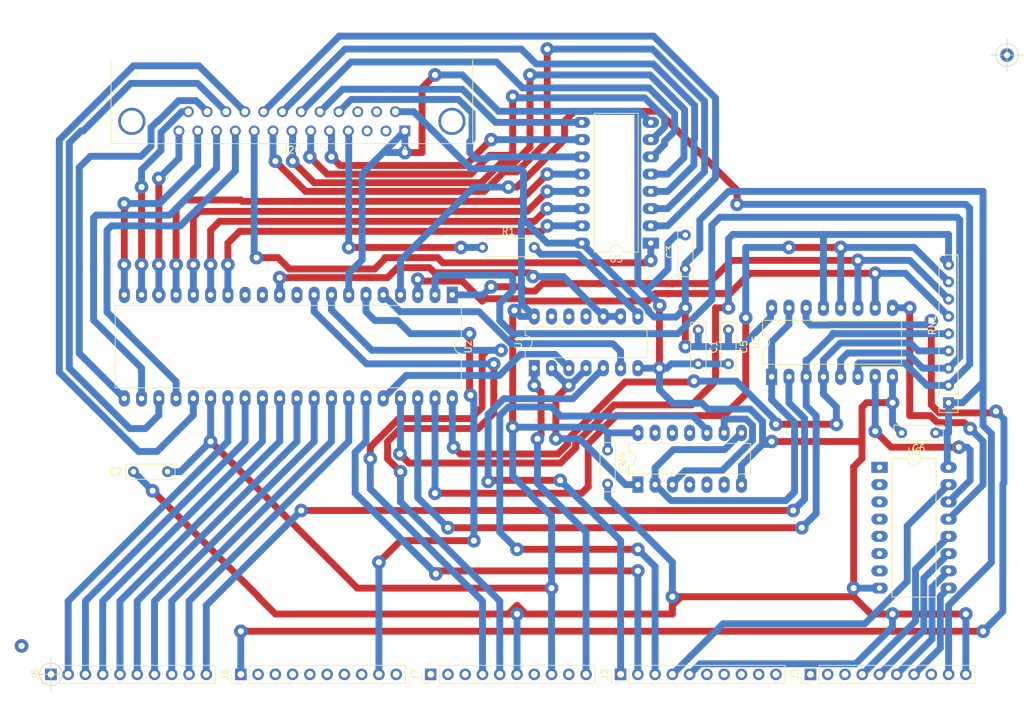
<source format=kicad_pcb>
(kicad_pcb (version 20171130) (host pcbnew 5.1.6-c6e7f7d~86~ubuntu18.04.1)

  (general
    (thickness 1.6)
    (drawings 6)
    (tracks 861)
    (zones 0)
    (modules 20)
    (nets 96)
  )

  (page A4)
  (layers
    (0 F.Cu signal)
    (31 B.Cu signal)
    (32 B.Adhes user)
    (33 F.Adhes user)
    (34 B.Paste user)
    (35 F.Paste user)
    (36 B.SilkS user)
    (37 F.SilkS user)
    (38 B.Mask user)
    (39 F.Mask user)
    (40 Dwgs.User user)
    (41 Cmts.User user)
    (42 Eco1.User user)
    (43 Eco2.User user)
    (44 Edge.Cuts user)
    (45 Margin user)
    (46 B.CrtYd user)
    (47 F.CrtYd user)
    (48 B.Fab user)
    (49 F.Fab user)
  )

  (setup
    (last_trace_width 1.016)
    (user_trace_width 1.016)
    (trace_clearance 0.2)
    (zone_clearance 0.508)
    (zone_45_only no)
    (trace_min 0.2)
    (via_size 0.8)
    (via_drill 0.4)
    (via_min_size 0.4)
    (via_min_drill 0.3)
    (user_via 2 0.9)
    (uvia_size 0.3)
    (uvia_drill 0.1)
    (uvias_allowed no)
    (uvia_min_size 0.2)
    (uvia_min_drill 0.1)
    (edge_width 0.05)
    (segment_width 0.2)
    (pcb_text_width 0.3)
    (pcb_text_size 1.5 1.5)
    (mod_edge_width 0.12)
    (mod_text_size 1 1)
    (mod_text_width 0.15)
    (pad_size 1.524 1.524)
    (pad_drill 0.762)
    (pad_to_mask_clearance 0.05)
    (aux_axis_origin 0 0)
    (visible_elements FFFFFF7F)
    (pcbplotparams
      (layerselection 0x010fc_ffffffff)
      (usegerberextensions false)
      (usegerberattributes true)
      (usegerberadvancedattributes true)
      (creategerberjobfile true)
      (excludeedgelayer true)
      (linewidth 0.100000)
      (plotframeref false)
      (viasonmask false)
      (mode 1)
      (useauxorigin false)
      (hpglpennumber 1)
      (hpglpenspeed 20)
      (hpglpendiameter 15.000000)
      (psnegative false)
      (psa4output false)
      (plotreference true)
      (plotvalue true)
      (plotinvisibletext false)
      (padsonsilk false)
      (subtractmaskfromsilk false)
      (outputformat 1)
      (mirror false)
      (drillshape 1)
      (scaleselection 1)
      (outputdirectory ""))
  )

  (net 0 "")
  (net 1 ~RESET)
  (net 2 ~MREQ)
  (net 3 GND)
  (net 4 A6)
  (net 5 A1)
  (net 6 A0)
  (net 7 ~PPI)
  (net 8 ~SLTSL0)
  (net 9 ~SLTSL1)
  (net 10 ~SLTSL2)
  (net 11 ~SLTSL3)
  (net 12 +5V)
  (net 13 D7)
  (net 14 D6)
  (net 15 D5)
  (net 16 D4)
  (net 17 D3)
  (net 18 D2)
  (net 19 D1)
  (net 20 D0)
  (net 21 A15)
  (net 22 A14)
  (net 23 RESET)
  (net 24 ~WR)
  (net 25 ~RD)
  (net 26 S1)
  (net 27 S3)
  (net 28 S5)
  (net 29 S7)
  (net 30 Y1)
  (net 31 Y3)
  (net 32 Y5)
  (net 33 Y7)
  (net 34 Y9)
  (net 35 S0)
  (net 36 S2)
  (net 37 S4)
  (net 38 S6)
  (net 39 Y0)
  (net 40 Y2)
  (net 41 Y4)
  (net 42 Y6)
  (net 43 Y8)
  (net 44 CAPS)
  (net 45 "Net-(R1-Pad2)")
  (net 46 "Net-(RN1-Pad9)")
  (net 47 "Net-(RN1-Pad8)")
  (net 48 "Net-(RN1-Pad7)")
  (net 49 "Net-(RN1-Pad6)")
  (net 50 "Net-(RN1-Pad5)")
  (net 51 "Net-(RN1-Pad4)")
  (net 52 "Net-(RN1-Pad3)")
  (net 53 "Net-(RN1-Pad2)")
  (net 54 "Net-(U1-Pad6)")
  (net 55 "Net-(U2-Pad17)")
  (net 56 "Net-(U2-Pad16)")
  (net 57 "Net-(U2-Pad15)")
  (net 58 "Net-(U2-Pad14)")
  (net 59 "Net-(U2-Pad13)")
  (net 60 "Net-(U2-Pad12)")
  (net 61 "Net-(U2-Pad10)")
  (net 62 "Net-(U4-Pad3)")
  (net 63 "Net-(U4-Pad2)")
  (net 64 "Net-(U5-Pad7)")
  (net 65 "Net-(U5-Pad9)")
  (net 66 "Net-(U1-Pad10)")
  (net 67 "Net-(U1-Pad3)")
  (net 68 ~IORQ)
  (net 69 rtc_en)
  (net 70 ppi_en)
  (net 71 psg_en)
  (net 72 vdp_en)
  (net 73 prn_en)
  (net 74 exp1_en)
  (net 75 ser_en)
  (net 76 SND)
  (net 77 ~IO_WAIT)
  (net 78 A13)
  (net 79 A12)
  (net 80 A11)
  (net 81 A10)
  (net 82 A9)
  (net 83 A8)
  (net 84 A7)
  (net 85 A5)
  (net 86 A4)
  (net 87 A3)
  (net 88 A2)
  (net 89 CLK)
  (net 90 ~INT)
  (net 91 "Net-(J20-Pad0)")
  (net 92 "Net-(J20-Pad16)")
  (net 93 "Net-(J20-Pad15)")
  (net 94 "Net-(J20-Pad3)")
  (net 95 "Net-(J20-Pad2)")

  (net_class Default "This is the default net class."
    (clearance 0.2)
    (trace_width 0.25)
    (via_dia 0.8)
    (via_drill 0.4)
    (uvia_dia 0.3)
    (uvia_drill 0.1)
    (add_net +5V)
    (add_net A0)
    (add_net A1)
    (add_net A10)
    (add_net A11)
    (add_net A12)
    (add_net A13)
    (add_net A14)
    (add_net A15)
    (add_net A2)
    (add_net A3)
    (add_net A4)
    (add_net A5)
    (add_net A6)
    (add_net A7)
    (add_net A8)
    (add_net A9)
    (add_net CAPS)
    (add_net CLK)
    (add_net D0)
    (add_net D1)
    (add_net D2)
    (add_net D3)
    (add_net D4)
    (add_net D5)
    (add_net D6)
    (add_net D7)
    (add_net GND)
    (add_net "Net-(J20-Pad0)")
    (add_net "Net-(J20-Pad15)")
    (add_net "Net-(J20-Pad16)")
    (add_net "Net-(J20-Pad2)")
    (add_net "Net-(J20-Pad3)")
    (add_net "Net-(R1-Pad2)")
    (add_net "Net-(RN1-Pad2)")
    (add_net "Net-(RN1-Pad3)")
    (add_net "Net-(RN1-Pad4)")
    (add_net "Net-(RN1-Pad5)")
    (add_net "Net-(RN1-Pad6)")
    (add_net "Net-(RN1-Pad7)")
    (add_net "Net-(RN1-Pad8)")
    (add_net "Net-(RN1-Pad9)")
    (add_net "Net-(U1-Pad10)")
    (add_net "Net-(U1-Pad3)")
    (add_net "Net-(U1-Pad6)")
    (add_net "Net-(U2-Pad10)")
    (add_net "Net-(U2-Pad12)")
    (add_net "Net-(U2-Pad13)")
    (add_net "Net-(U2-Pad14)")
    (add_net "Net-(U2-Pad15)")
    (add_net "Net-(U2-Pad16)")
    (add_net "Net-(U2-Pad17)")
    (add_net "Net-(U4-Pad2)")
    (add_net "Net-(U4-Pad3)")
    (add_net "Net-(U5-Pad7)")
    (add_net "Net-(U5-Pad9)")
    (add_net RESET)
    (add_net S0)
    (add_net S1)
    (add_net S2)
    (add_net S3)
    (add_net S4)
    (add_net S5)
    (add_net S6)
    (add_net S7)
    (add_net SND)
    (add_net Y0)
    (add_net Y1)
    (add_net Y2)
    (add_net Y3)
    (add_net Y4)
    (add_net Y5)
    (add_net Y6)
    (add_net Y7)
    (add_net Y8)
    (add_net Y9)
    (add_net exp1_en)
    (add_net ppi_en)
    (add_net prn_en)
    (add_net psg_en)
    (add_net rtc_en)
    (add_net ser_en)
    (add_net vdp_en)
    (add_net ~INT)
    (add_net ~IORQ)
    (add_net ~IO_WAIT)
    (add_net ~MREQ)
    (add_net ~PPI)
    (add_net ~RD)
    (add_net ~RESET)
    (add_net ~SLTSL0)
    (add_net ~SLTSL1)
    (add_net ~SLTSL2)
    (add_net ~SLTSL3)
    (add_net ~WR)
  )

  (module Capacitor_THT:C_Rect_L7.0mm_W2.0mm_P5.00mm (layer F.Cu) (tedit 5AE50EF0) (tstamp 5EEC9C43)
    (at 200.025 125.73 180)
    (descr "C, Rect series, Radial, pin pitch=5.00mm, , length*width=7*2mm^2, Capacitor")
    (tags "C Rect series Radial pin pitch 5.00mm  length 7mm width 2mm Capacitor")
    (path /5EF92EB2)
    (fp_text reference C6 (at 2.5 -2.25) (layer F.SilkS)
      (effects (font (size 1 1) (thickness 0.15)))
    )
    (fp_text value 100n (at 2.5 2.25) (layer F.Fab)
      (effects (font (size 1 1) (thickness 0.15)))
    )
    (fp_line (start 6.25 -1.25) (end -1.25 -1.25) (layer F.CrtYd) (width 0.05))
    (fp_line (start 6.25 1.25) (end 6.25 -1.25) (layer F.CrtYd) (width 0.05))
    (fp_line (start -1.25 1.25) (end 6.25 1.25) (layer F.CrtYd) (width 0.05))
    (fp_line (start -1.25 -1.25) (end -1.25 1.25) (layer F.CrtYd) (width 0.05))
    (fp_line (start 6.12 -1.12) (end 6.12 1.12) (layer F.SilkS) (width 0.12))
    (fp_line (start -1.12 -1.12) (end -1.12 1.12) (layer F.SilkS) (width 0.12))
    (fp_line (start -1.12 1.12) (end 6.12 1.12) (layer F.SilkS) (width 0.12))
    (fp_line (start -1.12 -1.12) (end 6.12 -1.12) (layer F.SilkS) (width 0.12))
    (fp_line (start 6 -1) (end -1 -1) (layer F.Fab) (width 0.1))
    (fp_line (start 6 1) (end 6 -1) (layer F.Fab) (width 0.1))
    (fp_line (start -1 1) (end 6 1) (layer F.Fab) (width 0.1))
    (fp_line (start -1 -1) (end -1 1) (layer F.Fab) (width 0.1))
    (fp_text user %R (at 2.5 0) (layer F.Fab)
      (effects (font (size 1 1) (thickness 0.15)))
    )
    (pad 2 thru_hole circle (at 5 0 180) (size 1.6 1.6) (drill 0.8) (layers *.Cu *.Mask)
      (net 3 GND))
    (pad 1 thru_hole circle (at 0 0 180) (size 1.6 1.6) (drill 0.8) (layers *.Cu *.Mask)
      (net 12 +5V))
    (model ${KISYS3DMOD}/Capacitor_THT.3dshapes/C_Rect_L7.0mm_W2.0mm_P5.00mm.wrl
      (at (xyz 0 0 0))
      (scale (xyz 1 1 1))
      (rotate (xyz 0 0 0))
    )
  )

  (module Capacitor_THT:C_Rect_L7.0mm_W2.0mm_P5.00mm (layer F.Cu) (tedit 5AE50EF0) (tstamp 5EEC9C30)
    (at 169.545 110.57 270)
    (descr "C, Rect series, Radial, pin pitch=5.00mm, , length*width=7*2mm^2, Capacitor")
    (tags "C Rect series Radial pin pitch 5.00mm  length 7mm width 2mm Capacitor")
    (path /5EF92A97)
    (fp_text reference C5 (at 2.5 -2.25 90) (layer F.SilkS)
      (effects (font (size 1 1) (thickness 0.15)))
    )
    (fp_text value 100n (at 2.5 2.25 90) (layer F.Fab)
      (effects (font (size 1 1) (thickness 0.15)))
    )
    (fp_line (start 6.25 -1.25) (end -1.25 -1.25) (layer F.CrtYd) (width 0.05))
    (fp_line (start 6.25 1.25) (end 6.25 -1.25) (layer F.CrtYd) (width 0.05))
    (fp_line (start -1.25 1.25) (end 6.25 1.25) (layer F.CrtYd) (width 0.05))
    (fp_line (start -1.25 -1.25) (end -1.25 1.25) (layer F.CrtYd) (width 0.05))
    (fp_line (start 6.12 -1.12) (end 6.12 1.12) (layer F.SilkS) (width 0.12))
    (fp_line (start -1.12 -1.12) (end -1.12 1.12) (layer F.SilkS) (width 0.12))
    (fp_line (start -1.12 1.12) (end 6.12 1.12) (layer F.SilkS) (width 0.12))
    (fp_line (start -1.12 -1.12) (end 6.12 -1.12) (layer F.SilkS) (width 0.12))
    (fp_line (start 6 -1) (end -1 -1) (layer F.Fab) (width 0.1))
    (fp_line (start 6 1) (end 6 -1) (layer F.Fab) (width 0.1))
    (fp_line (start -1 1) (end 6 1) (layer F.Fab) (width 0.1))
    (fp_line (start -1 -1) (end -1 1) (layer F.Fab) (width 0.1))
    (fp_text user %R (at 2.5 0 90) (layer F.Fab)
      (effects (font (size 1 1) (thickness 0.15)))
    )
    (pad 2 thru_hole circle (at 5 0 270) (size 1.6 1.6) (drill 0.8) (layers *.Cu *.Mask)
      (net 3 GND))
    (pad 1 thru_hole circle (at 0 0 270) (size 1.6 1.6) (drill 0.8) (layers *.Cu *.Mask)
      (net 12 +5V))
    (model ${KISYS3DMOD}/Capacitor_THT.3dshapes/C_Rect_L7.0mm_W2.0mm_P5.00mm.wrl
      (at (xyz 0 0 0))
      (scale (xyz 1 1 1))
      (rotate (xyz 0 0 0))
    )
  )

  (module Capacitor_THT:C_Rect_L7.0mm_W2.0mm_P5.00mm (layer F.Cu) (tedit 5AE50EF0) (tstamp 5EEC9C1D)
    (at 151.765 128.27 270)
    (descr "C, Rect series, Radial, pin pitch=5.00mm, , length*width=7*2mm^2, Capacitor")
    (tags "C Rect series Radial pin pitch 5.00mm  length 7mm width 2mm Capacitor")
    (path /5EF91E46)
    (fp_text reference C4 (at 2.5 -2.25 90) (layer F.SilkS)
      (effects (font (size 1 1) (thickness 0.15)))
    )
    (fp_text value 100n (at 2.5 2.25 90) (layer F.Fab)
      (effects (font (size 1 1) (thickness 0.15)))
    )
    (fp_line (start 6.25 -1.25) (end -1.25 -1.25) (layer F.CrtYd) (width 0.05))
    (fp_line (start 6.25 1.25) (end 6.25 -1.25) (layer F.CrtYd) (width 0.05))
    (fp_line (start -1.25 1.25) (end 6.25 1.25) (layer F.CrtYd) (width 0.05))
    (fp_line (start -1.25 -1.25) (end -1.25 1.25) (layer F.CrtYd) (width 0.05))
    (fp_line (start 6.12 -1.12) (end 6.12 1.12) (layer F.SilkS) (width 0.12))
    (fp_line (start -1.12 -1.12) (end -1.12 1.12) (layer F.SilkS) (width 0.12))
    (fp_line (start -1.12 1.12) (end 6.12 1.12) (layer F.SilkS) (width 0.12))
    (fp_line (start -1.12 -1.12) (end 6.12 -1.12) (layer F.SilkS) (width 0.12))
    (fp_line (start 6 -1) (end -1 -1) (layer F.Fab) (width 0.1))
    (fp_line (start 6 1) (end 6 -1) (layer F.Fab) (width 0.1))
    (fp_line (start -1 1) (end 6 1) (layer F.Fab) (width 0.1))
    (fp_line (start -1 -1) (end -1 1) (layer F.Fab) (width 0.1))
    (fp_text user %R (at 2.5 0 90) (layer F.Fab)
      (effects (font (size 1 1) (thickness 0.15)))
    )
    (pad 2 thru_hole circle (at 5 0 270) (size 1.6 1.6) (drill 0.8) (layers *.Cu *.Mask)
      (net 3 GND))
    (pad 1 thru_hole circle (at 0 0 270) (size 1.6 1.6) (drill 0.8) (layers *.Cu *.Mask)
      (net 12 +5V))
    (model ${KISYS3DMOD}/Capacitor_THT.3dshapes/C_Rect_L7.0mm_W2.0mm_P5.00mm.wrl
      (at (xyz 0 0 0))
      (scale (xyz 1 1 1))
      (rotate (xyz 0 0 0))
    )
  )

  (module Capacitor_THT:C_Rect_L7.0mm_W2.0mm_P5.00mm (layer F.Cu) (tedit 5AE50EF0) (tstamp 5EECBB1C)
    (at 163.195 101.6 90)
    (descr "C, Rect series, Radial, pin pitch=5.00mm, , length*width=7*2mm^2, Capacitor")
    (tags "C Rect series Radial pin pitch 5.00mm  length 7mm width 2mm Capacitor")
    (path /5EF91AF1)
    (fp_text reference C3 (at 2.5 -2.25 90) (layer F.SilkS)
      (effects (font (size 1 1) (thickness 0.15)))
    )
    (fp_text value 100n (at 2.5 2.25 90) (layer F.Fab)
      (effects (font (size 1 1) (thickness 0.15)))
    )
    (fp_line (start 6.25 -1.25) (end -1.25 -1.25) (layer F.CrtYd) (width 0.05))
    (fp_line (start 6.25 1.25) (end 6.25 -1.25) (layer F.CrtYd) (width 0.05))
    (fp_line (start -1.25 1.25) (end 6.25 1.25) (layer F.CrtYd) (width 0.05))
    (fp_line (start -1.25 -1.25) (end -1.25 1.25) (layer F.CrtYd) (width 0.05))
    (fp_line (start 6.12 -1.12) (end 6.12 1.12) (layer F.SilkS) (width 0.12))
    (fp_line (start -1.12 -1.12) (end -1.12 1.12) (layer F.SilkS) (width 0.12))
    (fp_line (start -1.12 1.12) (end 6.12 1.12) (layer F.SilkS) (width 0.12))
    (fp_line (start -1.12 -1.12) (end 6.12 -1.12) (layer F.SilkS) (width 0.12))
    (fp_line (start 6 -1) (end -1 -1) (layer F.Fab) (width 0.1))
    (fp_line (start 6 1) (end 6 -1) (layer F.Fab) (width 0.1))
    (fp_line (start -1 1) (end 6 1) (layer F.Fab) (width 0.1))
    (fp_line (start -1 -1) (end -1 1) (layer F.Fab) (width 0.1))
    (fp_text user %R (at 2.5 0 90) (layer F.Fab)
      (effects (font (size 1 1) (thickness 0.15)))
    )
    (pad 2 thru_hole circle (at 5 0 90) (size 1.6 1.6) (drill 0.8) (layers *.Cu *.Mask)
      (net 3 GND))
    (pad 1 thru_hole circle (at 0 0 90) (size 1.6 1.6) (drill 0.8) (layers *.Cu *.Mask)
      (net 12 +5V))
    (model ${KISYS3DMOD}/Capacitor_THT.3dshapes/C_Rect_L7.0mm_W2.0mm_P5.00mm.wrl
      (at (xyz 0 0 0))
      (scale (xyz 1 1 1))
      (rotate (xyz 0 0 0))
    )
  )

  (module Capacitor_THT:C_Rect_L7.0mm_W2.0mm_P5.00mm (layer F.Cu) (tedit 5AE50EF0) (tstamp 5EEC9BF7)
    (at 86.995 131.445 180)
    (descr "C, Rect series, Radial, pin pitch=5.00mm, , length*width=7*2mm^2, Capacitor")
    (tags "C Rect series Radial pin pitch 5.00mm  length 7mm width 2mm Capacitor")
    (path /5EF916D2)
    (fp_text reference C2 (at 7.62 0) (layer F.SilkS)
      (effects (font (size 1 1) (thickness 0.15)))
    )
    (fp_text value 100n (at 2.5 2.25) (layer F.Fab)
      (effects (font (size 1 1) (thickness 0.15)))
    )
    (fp_line (start 6.25 -1.25) (end -1.25 -1.25) (layer F.CrtYd) (width 0.05))
    (fp_line (start 6.25 1.25) (end 6.25 -1.25) (layer F.CrtYd) (width 0.05))
    (fp_line (start -1.25 1.25) (end 6.25 1.25) (layer F.CrtYd) (width 0.05))
    (fp_line (start -1.25 -1.25) (end -1.25 1.25) (layer F.CrtYd) (width 0.05))
    (fp_line (start 6.12 -1.12) (end 6.12 1.12) (layer F.SilkS) (width 0.12))
    (fp_line (start -1.12 -1.12) (end -1.12 1.12) (layer F.SilkS) (width 0.12))
    (fp_line (start -1.12 1.12) (end 6.12 1.12) (layer F.SilkS) (width 0.12))
    (fp_line (start -1.12 -1.12) (end 6.12 -1.12) (layer F.SilkS) (width 0.12))
    (fp_line (start 6 -1) (end -1 -1) (layer F.Fab) (width 0.1))
    (fp_line (start 6 1) (end 6 -1) (layer F.Fab) (width 0.1))
    (fp_line (start -1 1) (end 6 1) (layer F.Fab) (width 0.1))
    (fp_line (start -1 -1) (end -1 1) (layer F.Fab) (width 0.1))
    (fp_text user %R (at 2.54 0) (layer F.Fab)
      (effects (font (size 1 1) (thickness 0.15)))
    )
    (pad 2 thru_hole circle (at 5 0 180) (size 1.6 1.6) (drill 0.8) (layers *.Cu *.Mask)
      (net 3 GND))
    (pad 1 thru_hole circle (at 0 0 180) (size 1.6 1.6) (drill 0.8) (layers *.Cu *.Mask)
      (net 12 +5V))
    (model ${KISYS3DMOD}/Capacitor_THT.3dshapes/C_Rect_L7.0mm_W2.0mm_P5.00mm.wrl
      (at (xyz 0 0 0))
      (scale (xyz 1 1 1))
      (rotate (xyz 0 0 0))
    )
  )

  (module Capacitor_THT:C_Rect_L7.0mm_W2.0mm_P5.00mm (layer F.Cu) (tedit 5AE50EF0) (tstamp 5EEC9BE4)
    (at 165.1 110.57 270)
    (descr "C, Rect series, Radial, pin pitch=5.00mm, , length*width=7*2mm^2, Capacitor")
    (tags "C Rect series Radial pin pitch 5.00mm  length 7mm width 2mm Capacitor")
    (path /5EF90F70)
    (fp_text reference C1 (at 2.5 -2.25 90) (layer F.SilkS)
      (effects (font (size 1 1) (thickness 0.15)))
    )
    (fp_text value 100n (at 2.5 2.25 90) (layer F.Fab)
      (effects (font (size 1 1) (thickness 0.15)))
    )
    (fp_line (start 6.25 -1.25) (end -1.25 -1.25) (layer F.CrtYd) (width 0.05))
    (fp_line (start 6.25 1.25) (end 6.25 -1.25) (layer F.CrtYd) (width 0.05))
    (fp_line (start -1.25 1.25) (end 6.25 1.25) (layer F.CrtYd) (width 0.05))
    (fp_line (start -1.25 -1.25) (end -1.25 1.25) (layer F.CrtYd) (width 0.05))
    (fp_line (start 6.12 -1.12) (end 6.12 1.12) (layer F.SilkS) (width 0.12))
    (fp_line (start -1.12 -1.12) (end -1.12 1.12) (layer F.SilkS) (width 0.12))
    (fp_line (start -1.12 1.12) (end 6.12 1.12) (layer F.SilkS) (width 0.12))
    (fp_line (start -1.12 -1.12) (end 6.12 -1.12) (layer F.SilkS) (width 0.12))
    (fp_line (start 6 -1) (end -1 -1) (layer F.Fab) (width 0.1))
    (fp_line (start 6 1) (end 6 -1) (layer F.Fab) (width 0.1))
    (fp_line (start -1 1) (end 6 1) (layer F.Fab) (width 0.1))
    (fp_line (start -1 -1) (end -1 1) (layer F.Fab) (width 0.1))
    (fp_text user %R (at 2.5 0 90) (layer F.Fab)
      (effects (font (size 1 1) (thickness 0.15)))
    )
    (pad 2 thru_hole circle (at 5 0 270) (size 1.6 1.6) (drill 0.8) (layers *.Cu *.Mask)
      (net 3 GND))
    (pad 1 thru_hole circle (at 0 0 270) (size 1.6 1.6) (drill 0.8) (layers *.Cu *.Mask)
      (net 12 +5V))
    (model ${KISYS3DMOD}/Capacitor_THT.3dshapes/C_Rect_L7.0mm_W2.0mm_P5.00mm.wrl
      (at (xyz 0 0 0))
      (scale (xyz 1 1 1))
      (rotate (xyz 0 0 0))
    )
  )

  (module Connector_PinHeader_2.54mm:PinHeader_1x10_P2.54mm_Vertical (layer F.Cu) (tedit 59FED5CC) (tstamp 5EEC777D)
    (at 97.79 161.29 90)
    (descr "Through hole straight pin header, 1x10, 2.54mm pitch, single row")
    (tags "Through hole pin header THT 1x10 2.54mm single row")
    (path /5EF2C974)
    (fp_text reference J6 (at 0 -2.33 90) (layer F.SilkS)
      (effects (font (size 1 1) (thickness 0.15)))
    )
    (fp_text value Conn_01x10 (at 0 25.19 90) (layer F.Fab)
      (effects (font (size 1 1) (thickness 0.15)))
    )
    (fp_line (start -0.635 -1.27) (end 1.27 -1.27) (layer F.Fab) (width 0.1))
    (fp_line (start 1.27 -1.27) (end 1.27 24.13) (layer F.Fab) (width 0.1))
    (fp_line (start 1.27 24.13) (end -1.27 24.13) (layer F.Fab) (width 0.1))
    (fp_line (start -1.27 24.13) (end -1.27 -0.635) (layer F.Fab) (width 0.1))
    (fp_line (start -1.27 -0.635) (end -0.635 -1.27) (layer F.Fab) (width 0.1))
    (fp_line (start -1.33 24.19) (end 1.33 24.19) (layer F.SilkS) (width 0.12))
    (fp_line (start -1.33 1.27) (end -1.33 24.19) (layer F.SilkS) (width 0.12))
    (fp_line (start 1.33 1.27) (end 1.33 24.19) (layer F.SilkS) (width 0.12))
    (fp_line (start -1.33 1.27) (end 1.33 1.27) (layer F.SilkS) (width 0.12))
    (fp_line (start -1.33 0) (end -1.33 -1.33) (layer F.SilkS) (width 0.12))
    (fp_line (start -1.33 -1.33) (end 0 -1.33) (layer F.SilkS) (width 0.12))
    (fp_line (start -1.8 -1.8) (end -1.8 24.65) (layer F.CrtYd) (width 0.05))
    (fp_line (start -1.8 24.65) (end 1.8 24.65) (layer F.CrtYd) (width 0.05))
    (fp_line (start 1.8 24.65) (end 1.8 -1.8) (layer F.CrtYd) (width 0.05))
    (fp_line (start 1.8 -1.8) (end -1.8 -1.8) (layer F.CrtYd) (width 0.05))
    (fp_text user %R (at 0 11.43) (layer F.Fab)
      (effects (font (size 1 1) (thickness 0.15)))
    )
    (pad 1 thru_hole rect (at 0 0 90) (size 1.7 1.7) (drill 1) (layers *.Cu *.Mask)
      (net 22 A14))
    (pad 2 thru_hole oval (at 0 2.54 90) (size 1.7 1.7) (drill 1) (layers *.Cu *.Mask)
      (net 78 A13))
    (pad 3 thru_hole oval (at 0 5.08 90) (size 1.7 1.7) (drill 1) (layers *.Cu *.Mask)
      (net 79 A12))
    (pad 4 thru_hole oval (at 0 7.62 90) (size 1.7 1.7) (drill 1) (layers *.Cu *.Mask)
      (net 80 A11))
    (pad 5 thru_hole oval (at 0 10.16 90) (size 1.7 1.7) (drill 1) (layers *.Cu *.Mask)
      (net 81 A10))
    (pad 6 thru_hole oval (at 0 12.7 90) (size 1.7 1.7) (drill 1) (layers *.Cu *.Mask)
      (net 82 A9))
    (pad 7 thru_hole oval (at 0 15.24 90) (size 1.7 1.7) (drill 1) (layers *.Cu *.Mask)
      (net 83 A8))
    (pad 8 thru_hole oval (at 0 17.78 90) (size 1.7 1.7) (drill 1) (layers *.Cu *.Mask)
      (net 84 A7))
    (pad 9 thru_hole oval (at 0 20.32 90) (size 1.7 1.7) (drill 1) (layers *.Cu *.Mask)
      (net 4 A6))
    (pad 10 thru_hole oval (at 0 22.86 90) (size 1.7 1.7) (drill 1) (layers *.Cu *.Mask)
      (net 85 A5))
    (model ${KISYS3DMOD}/Connector_PinHeader_2.54mm.3dshapes/PinHeader_1x10_P2.54mm_Vertical.wrl
      (at (xyz 0 0 0))
      (scale (xyz 1 1 1))
      (rotate (xyz 0 0 0))
    )
  )

  (module Connector_PinHeader_2.54mm:PinHeader_1x10_P2.54mm_Vertical (layer F.Cu) (tedit 59FED5CC) (tstamp 5EEC7759)
    (at 69.85 161.29 90)
    (descr "Through hole straight pin header, 1x10, 2.54mm pitch, single row")
    (tags "Through hole pin header THT 1x10 2.54mm single row")
    (path /5EF2A066)
    (fp_text reference J5 (at 0 -2.33 90) (layer F.SilkS)
      (effects (font (size 1 1) (thickness 0.15)))
    )
    (fp_text value Conn_01x10 (at 0 25.19 90) (layer F.Fab)
      (effects (font (size 1 1) (thickness 0.15)))
    )
    (fp_line (start -0.635 -1.27) (end 1.27 -1.27) (layer F.Fab) (width 0.1))
    (fp_line (start 1.27 -1.27) (end 1.27 24.13) (layer F.Fab) (width 0.1))
    (fp_line (start 1.27 24.13) (end -1.27 24.13) (layer F.Fab) (width 0.1))
    (fp_line (start -1.27 24.13) (end -1.27 -0.635) (layer F.Fab) (width 0.1))
    (fp_line (start -1.27 -0.635) (end -0.635 -1.27) (layer F.Fab) (width 0.1))
    (fp_line (start -1.33 24.19) (end 1.33 24.19) (layer F.SilkS) (width 0.12))
    (fp_line (start -1.33 1.27) (end -1.33 24.19) (layer F.SilkS) (width 0.12))
    (fp_line (start 1.33 1.27) (end 1.33 24.19) (layer F.SilkS) (width 0.12))
    (fp_line (start -1.33 1.27) (end 1.33 1.27) (layer F.SilkS) (width 0.12))
    (fp_line (start -1.33 0) (end -1.33 -1.33) (layer F.SilkS) (width 0.12))
    (fp_line (start -1.33 -1.33) (end 0 -1.33) (layer F.SilkS) (width 0.12))
    (fp_line (start -1.8 -1.8) (end -1.8 24.65) (layer F.CrtYd) (width 0.05))
    (fp_line (start -1.8 24.65) (end 1.8 24.65) (layer F.CrtYd) (width 0.05))
    (fp_line (start 1.8 24.65) (end 1.8 -1.8) (layer F.CrtYd) (width 0.05))
    (fp_line (start 1.8 -1.8) (end -1.8 -1.8) (layer F.CrtYd) (width 0.05))
    (fp_text user %R (at 0 11.43) (layer F.Fab)
      (effects (font (size 1 1) (thickness 0.15)))
    )
    (pad 1 thru_hole rect (at 0 0 90) (size 1.7 1.7) (drill 1) (layers *.Cu *.Mask)
      (net 77 ~IO_WAIT))
    (pad 2 thru_hole oval (at 0 2.54 90) (size 1.7 1.7) (drill 1) (layers *.Cu *.Mask)
      (net 13 D7))
    (pad 3 thru_hole oval (at 0 5.08 90) (size 1.7 1.7) (drill 1) (layers *.Cu *.Mask)
      (net 14 D6))
    (pad 4 thru_hole oval (at 0 7.62 90) (size 1.7 1.7) (drill 1) (layers *.Cu *.Mask)
      (net 15 D5))
    (pad 5 thru_hole oval (at 0 10.16 90) (size 1.7 1.7) (drill 1) (layers *.Cu *.Mask)
      (net 16 D4))
    (pad 6 thru_hole oval (at 0 12.7 90) (size 1.7 1.7) (drill 1) (layers *.Cu *.Mask)
      (net 17 D3))
    (pad 7 thru_hole oval (at 0 15.24 90) (size 1.7 1.7) (drill 1) (layers *.Cu *.Mask)
      (net 18 D2))
    (pad 8 thru_hole oval (at 0 17.78 90) (size 1.7 1.7) (drill 1) (layers *.Cu *.Mask)
      (net 19 D1))
    (pad 9 thru_hole oval (at 0 20.32 90) (size 1.7 1.7) (drill 1) (layers *.Cu *.Mask)
      (net 20 D0))
    (pad 10 thru_hole oval (at 0 22.86 90) (size 1.7 1.7) (drill 1) (layers *.Cu *.Mask)
      (net 21 A15))
    (model ${KISYS3DMOD}/Connector_PinHeader_2.54mm.3dshapes/PinHeader_1x10_P2.54mm_Vertical.wrl
      (at (xyz 0 0 0))
      (scale (xyz 1 1 1))
      (rotate (xyz 0 0 0))
    )
  )

  (module Connector_PinHeader_2.54mm:PinHeader_1x10_P2.54mm_Vertical (layer F.Cu) (tedit 59FED5CC) (tstamp 5EEC7738)
    (at 125.73 161.29 90)
    (descr "Through hole straight pin header, 1x10, 2.54mm pitch, single row")
    (tags "Through hole pin header THT 1x10 2.54mm single row")
    (path /5EF2DFC2)
    (fp_text reference J7 (at 0 -2.33 90) (layer F.SilkS)
      (effects (font (size 1 1) (thickness 0.15)))
    )
    (fp_text value Conn_01x10 (at 0 25.19 90) (layer F.Fab)
      (effects (font (size 1 1) (thickness 0.15)))
    )
    (fp_line (start -0.635 -1.27) (end 1.27 -1.27) (layer F.Fab) (width 0.1))
    (fp_line (start 1.27 -1.27) (end 1.27 24.13) (layer F.Fab) (width 0.1))
    (fp_line (start 1.27 24.13) (end -1.27 24.13) (layer F.Fab) (width 0.1))
    (fp_line (start -1.27 24.13) (end -1.27 -0.635) (layer F.Fab) (width 0.1))
    (fp_line (start -1.27 -0.635) (end -0.635 -1.27) (layer F.Fab) (width 0.1))
    (fp_line (start -1.33 24.19) (end 1.33 24.19) (layer F.SilkS) (width 0.12))
    (fp_line (start -1.33 1.27) (end -1.33 24.19) (layer F.SilkS) (width 0.12))
    (fp_line (start 1.33 1.27) (end 1.33 24.19) (layer F.SilkS) (width 0.12))
    (fp_line (start -1.33 1.27) (end 1.33 1.27) (layer F.SilkS) (width 0.12))
    (fp_line (start -1.33 0) (end -1.33 -1.33) (layer F.SilkS) (width 0.12))
    (fp_line (start -1.33 -1.33) (end 0 -1.33) (layer F.SilkS) (width 0.12))
    (fp_line (start -1.8 -1.8) (end -1.8 24.65) (layer F.CrtYd) (width 0.05))
    (fp_line (start -1.8 24.65) (end 1.8 24.65) (layer F.CrtYd) (width 0.05))
    (fp_line (start 1.8 24.65) (end 1.8 -1.8) (layer F.CrtYd) (width 0.05))
    (fp_line (start 1.8 -1.8) (end -1.8 -1.8) (layer F.CrtYd) (width 0.05))
    (fp_text user %R (at 0 11.43) (layer F.Fab)
      (effects (font (size 1 1) (thickness 0.15)))
    )
    (pad 1 thru_hole rect (at 0 0 90) (size 1.7 1.7) (drill 1) (layers *.Cu *.Mask)
      (net 86 A4))
    (pad 2 thru_hole oval (at 0 2.54 90) (size 1.7 1.7) (drill 1) (layers *.Cu *.Mask)
      (net 87 A3))
    (pad 3 thru_hole oval (at 0 5.08 90) (size 1.7 1.7) (drill 1) (layers *.Cu *.Mask)
      (net 88 A2))
    (pad 4 thru_hole oval (at 0 7.62 90) (size 1.7 1.7) (drill 1) (layers *.Cu *.Mask)
      (net 5 A1))
    (pad 5 thru_hole oval (at 0 10.16 90) (size 1.7 1.7) (drill 1) (layers *.Cu *.Mask)
      (net 6 A0))
    (pad 6 thru_hole oval (at 0 12.7 90) (size 1.7 1.7) (drill 1) (layers *.Cu *.Mask)
      (net 3 GND))
    (pad 7 thru_hole oval (at 0 15.24 90) (size 1.7 1.7) (drill 1) (layers *.Cu *.Mask)
      (net 89 CLK))
    (pad 8 thru_hole oval (at 0 17.78 90) (size 1.7 1.7) (drill 1) (layers *.Cu *.Mask)
      (net 12 +5V))
    (pad 9 thru_hole oval (at 0 20.32 90) (size 1.7 1.7) (drill 1) (layers *.Cu *.Mask)
      (net 90 ~INT))
    (pad 10 thru_hole oval (at 0 22.86 90) (size 1.7 1.7) (drill 1) (layers *.Cu *.Mask)
      (net 24 ~WR))
    (model ${KISYS3DMOD}/Connector_PinHeader_2.54mm.3dshapes/PinHeader_1x10_P2.54mm_Vertical.wrl
      (at (xyz 0 0 0))
      (scale (xyz 1 1 1))
      (rotate (xyz 0 0 0))
    )
  )

  (module Connector_PinHeader_2.54mm:PinHeader_1x10_P2.54mm_Vertical (layer F.Cu) (tedit 59FED5CC) (tstamp 5EEC771B)
    (at 153.67 161.29 90)
    (descr "Through hole straight pin header, 1x10, 2.54mm pitch, single row")
    (tags "Through hole pin header THT 1x10 2.54mm single row")
    (path /5EFC74B6)
    (fp_text reference J2 (at 0 -2.33 90) (layer F.SilkS)
      (effects (font (size 1 1) (thickness 0.15)))
    )
    (fp_text value Conn_01x10 (at 0 25.19 90) (layer F.Fab)
      (effects (font (size 1 1) (thickness 0.15)))
    )
    (fp_line (start -0.635 -1.27) (end 1.27 -1.27) (layer F.Fab) (width 0.1))
    (fp_line (start 1.27 -1.27) (end 1.27 24.13) (layer F.Fab) (width 0.1))
    (fp_line (start 1.27 24.13) (end -1.27 24.13) (layer F.Fab) (width 0.1))
    (fp_line (start -1.27 24.13) (end -1.27 -0.635) (layer F.Fab) (width 0.1))
    (fp_line (start -1.27 -0.635) (end -0.635 -1.27) (layer F.Fab) (width 0.1))
    (fp_line (start -1.33 24.19) (end 1.33 24.19) (layer F.SilkS) (width 0.12))
    (fp_line (start -1.33 1.27) (end -1.33 24.19) (layer F.SilkS) (width 0.12))
    (fp_line (start 1.33 1.27) (end 1.33 24.19) (layer F.SilkS) (width 0.12))
    (fp_line (start -1.33 1.27) (end 1.33 1.27) (layer F.SilkS) (width 0.12))
    (fp_line (start -1.33 0) (end -1.33 -1.33) (layer F.SilkS) (width 0.12))
    (fp_line (start -1.33 -1.33) (end 0 -1.33) (layer F.SilkS) (width 0.12))
    (fp_line (start -1.8 -1.8) (end -1.8 24.65) (layer F.CrtYd) (width 0.05))
    (fp_line (start -1.8 24.65) (end 1.8 24.65) (layer F.CrtYd) (width 0.05))
    (fp_line (start 1.8 24.65) (end 1.8 -1.8) (layer F.CrtYd) (width 0.05))
    (fp_line (start 1.8 -1.8) (end -1.8 -1.8) (layer F.CrtYd) (width 0.05))
    (fp_text user %R (at 0 11.43) (layer F.Fab)
      (effects (font (size 1 1) (thickness 0.15)))
    )
    (pad 1 thru_hole rect (at 0 0 90) (size 1.7 1.7) (drill 1) (layers *.Cu *.Mask)
      (net 25 ~RD))
    (pad 2 thru_hole oval (at 0 2.54 90) (size 1.7 1.7) (drill 1) (layers *.Cu *.Mask)
      (net 23 RESET))
    (pad 3 thru_hole oval (at 0 5.08 90) (size 1.7 1.7) (drill 1) (layers *.Cu *.Mask)
      (net 1 ~RESET))
    (pad 4 thru_hole oval (at 0 7.62 90) (size 1.7 1.7) (drill 1) (layers *.Cu *.Mask)
      (net 2 ~MREQ))
    (pad 5 thru_hole oval (at 0 10.16 90) (size 1.7 1.7) (drill 1) (layers *.Cu *.Mask)
      (net 3 GND))
    (pad 6 thru_hole oval (at 0 12.7 90) (size 1.7 1.7) (drill 1) (layers *.Cu *.Mask)
      (net 68 ~IORQ))
    (pad 7 thru_hole oval (at 0 15.24 90) (size 1.7 1.7) (drill 1) (layers *.Cu *.Mask)
      (net 69 rtc_en))
    (pad 8 thru_hole oval (at 0 17.78 90) (size 1.7 1.7) (drill 1) (layers *.Cu *.Mask)
      (net 70 ppi_en))
    (pad 9 thru_hole oval (at 0 20.32 90) (size 1.7 1.7) (drill 1) (layers *.Cu *.Mask)
      (net 71 psg_en))
    (pad 10 thru_hole oval (at 0 22.86 90) (size 1.7 1.7) (drill 1) (layers *.Cu *.Mask)
      (net 72 vdp_en))
    (model ${KISYS3DMOD}/Connector_PinHeader_2.54mm.3dshapes/PinHeader_1x10_P2.54mm_Vertical.wrl
      (at (xyz 0 0 0))
      (scale (xyz 1 1 1))
      (rotate (xyz 0 0 0))
    )
  )

  (module Connector_PinHeader_2.54mm:PinHeader_1x10_P2.54mm_Vertical (layer F.Cu) (tedit 59FED5CC) (tstamp 5EEC76FE)
    (at 181.61 161.29 90)
    (descr "Through hole straight pin header, 1x10, 2.54mm pitch, single row")
    (tags "Through hole pin header THT 1x10 2.54mm single row")
    (path /5EFEA3FF)
    (fp_text reference J3 (at 0 -2.33 90) (layer F.SilkS)
      (effects (font (size 1 1) (thickness 0.15)))
    )
    (fp_text value Conn_01x10 (at 0 25.19 90) (layer F.Fab)
      (effects (font (size 1 1) (thickness 0.15)))
    )
    (fp_line (start -0.635 -1.27) (end 1.27 -1.27) (layer F.Fab) (width 0.1))
    (fp_line (start 1.27 -1.27) (end 1.27 24.13) (layer F.Fab) (width 0.1))
    (fp_line (start 1.27 24.13) (end -1.27 24.13) (layer F.Fab) (width 0.1))
    (fp_line (start -1.27 24.13) (end -1.27 -0.635) (layer F.Fab) (width 0.1))
    (fp_line (start -1.27 -0.635) (end -0.635 -1.27) (layer F.Fab) (width 0.1))
    (fp_line (start -1.33 24.19) (end 1.33 24.19) (layer F.SilkS) (width 0.12))
    (fp_line (start -1.33 1.27) (end -1.33 24.19) (layer F.SilkS) (width 0.12))
    (fp_line (start 1.33 1.27) (end 1.33 24.19) (layer F.SilkS) (width 0.12))
    (fp_line (start -1.33 1.27) (end 1.33 1.27) (layer F.SilkS) (width 0.12))
    (fp_line (start -1.33 0) (end -1.33 -1.33) (layer F.SilkS) (width 0.12))
    (fp_line (start -1.33 -1.33) (end 0 -1.33) (layer F.SilkS) (width 0.12))
    (fp_line (start -1.8 -1.8) (end -1.8 24.65) (layer F.CrtYd) (width 0.05))
    (fp_line (start -1.8 24.65) (end 1.8 24.65) (layer F.CrtYd) (width 0.05))
    (fp_line (start 1.8 24.65) (end 1.8 -1.8) (layer F.CrtYd) (width 0.05))
    (fp_line (start 1.8 -1.8) (end -1.8 -1.8) (layer F.CrtYd) (width 0.05))
    (fp_text user %R (at 0 11.43) (layer F.Fab)
      (effects (font (size 1 1) (thickness 0.15)))
    )
    (pad 1 thru_hole rect (at 0 0 90) (size 1.7 1.7) (drill 1) (layers *.Cu *.Mask)
      (net 73 prn_en))
    (pad 2 thru_hole oval (at 0 2.54 90) (size 1.7 1.7) (drill 1) (layers *.Cu *.Mask)
      (net 74 exp1_en))
    (pad 3 thru_hole oval (at 0 5.08 90) (size 1.7 1.7) (drill 1) (layers *.Cu *.Mask)
      (net 75 ser_en))
    (pad 4 thru_hole oval (at 0 7.62 90) (size 1.7 1.7) (drill 1) (layers *.Cu *.Mask)
      (net 8 ~SLTSL0))
    (pad 5 thru_hole oval (at 0 10.16 90) (size 1.7 1.7) (drill 1) (layers *.Cu *.Mask)
      (net 9 ~SLTSL1))
    (pad 6 thru_hole oval (at 0 12.7 90) (size 1.7 1.7) (drill 1) (layers *.Cu *.Mask)
      (net 10 ~SLTSL2))
    (pad 7 thru_hole oval (at 0 15.24 90) (size 1.7 1.7) (drill 1) (layers *.Cu *.Mask)
      (net 11 ~SLTSL3))
    (pad 8 thru_hole oval (at 0 17.78 90) (size 1.7 1.7) (drill 1) (layers *.Cu *.Mask)
      (net 76 SND))
    (pad 9 thru_hole oval (at 0 20.32 90) (size 1.7 1.7) (drill 1) (layers *.Cu *.Mask)
      (net 12 +5V))
    (pad 10 thru_hole oval (at 0 22.86 90) (size 1.7 1.7) (drill 1) (layers *.Cu *.Mask)
      (net 3 GND))
    (model ${KISYS3DMOD}/Connector_PinHeader_2.54mm.3dshapes/PinHeader_1x10_P2.54mm_Vertical.wrl
      (at (xyz 0 0 0))
      (scale (xyz 1 1 1))
      (rotate (xyz 0 0 0))
    )
  )

  (module Package_DIP:DIP-16_W10.16mm_LongPads (layer F.Cu) (tedit 5A02E8C5) (tstamp 5EEC91CE)
    (at 191.77 130.81)
    (descr "16-lead though-hole mounted DIP package, row spacing 10.16 mm (400 mils), LongPads")
    (tags "THT DIP DIL PDIP 2.54mm 10.16mm 400mil LongPads")
    (path /5EE6FD02)
    (fp_text reference U6 (at 5.08 -2.33) (layer F.SilkS)
      (effects (font (size 1 1) (thickness 0.15)))
    )
    (fp_text value 74LS139 (at 5.08 20.11) (layer F.Fab)
      (effects (font (size 1 1) (thickness 0.15)))
    )
    (fp_line (start 2.905 -1.27) (end 8.255 -1.27) (layer F.Fab) (width 0.1))
    (fp_line (start 8.255 -1.27) (end 8.255 19.05) (layer F.Fab) (width 0.1))
    (fp_line (start 8.255 19.05) (end 1.905 19.05) (layer F.Fab) (width 0.1))
    (fp_line (start 1.905 19.05) (end 1.905 -0.27) (layer F.Fab) (width 0.1))
    (fp_line (start 1.905 -0.27) (end 2.905 -1.27) (layer F.Fab) (width 0.1))
    (fp_line (start 4.08 -1.33) (end 1.845 -1.33) (layer F.SilkS) (width 0.12))
    (fp_line (start 1.845 -1.33) (end 1.845 19.11) (layer F.SilkS) (width 0.12))
    (fp_line (start 1.845 19.11) (end 8.315 19.11) (layer F.SilkS) (width 0.12))
    (fp_line (start 8.315 19.11) (end 8.315 -1.33) (layer F.SilkS) (width 0.12))
    (fp_line (start 8.315 -1.33) (end 6.08 -1.33) (layer F.SilkS) (width 0.12))
    (fp_line (start -1.5 -1.55) (end -1.5 19.3) (layer F.CrtYd) (width 0.05))
    (fp_line (start -1.5 19.3) (end 11.65 19.3) (layer F.CrtYd) (width 0.05))
    (fp_line (start 11.65 19.3) (end 11.65 -1.55) (layer F.CrtYd) (width 0.05))
    (fp_line (start 11.65 -1.55) (end -1.5 -1.55) (layer F.CrtYd) (width 0.05))
    (fp_text user %R (at 5.08 8.89) (layer F.Fab)
      (effects (font (size 1 1) (thickness 0.15)))
    )
    (fp_arc (start 5.08 -1.33) (end 4.08 -1.33) (angle -180) (layer F.SilkS) (width 0.12))
    (pad 16 thru_hole oval (at 10.16 0) (size 2.4 1.6) (drill 0.8) (layers *.Cu *.Mask)
      (net 12 +5V))
    (pad 8 thru_hole oval (at 0 17.78) (size 2.4 1.6) (drill 0.8) (layers *.Cu *.Mask)
      (net 3 GND))
    (pad 15 thru_hole oval (at 10.16 2.54) (size 2.4 1.6) (drill 0.8) (layers *.Cu *.Mask)
      (net 2 ~MREQ))
    (pad 7 thru_hole oval (at 0 15.24) (size 2.4 1.6) (drill 0.8) (layers *.Cu *.Mask))
    (pad 14 thru_hole oval (at 10.16 5.08) (size 2.4 1.6) (drill 0.8) (layers *.Cu *.Mask)
      (net 64 "Net-(U5-Pad7)"))
    (pad 6 thru_hole oval (at 0 12.7) (size 2.4 1.6) (drill 0.8) (layers *.Cu *.Mask))
    (pad 13 thru_hole oval (at 10.16 7.62) (size 2.4 1.6) (drill 0.8) (layers *.Cu *.Mask)
      (net 65 "Net-(U5-Pad9)"))
    (pad 5 thru_hole oval (at 0 10.16) (size 2.4 1.6) (drill 0.8) (layers *.Cu *.Mask))
    (pad 12 thru_hole oval (at 10.16 10.16) (size 2.4 1.6) (drill 0.8) (layers *.Cu *.Mask)
      (net 8 ~SLTSL0))
    (pad 4 thru_hole oval (at 0 7.62) (size 2.4 1.6) (drill 0.8) (layers *.Cu *.Mask))
    (pad 11 thru_hole oval (at 10.16 12.7) (size 2.4 1.6) (drill 0.8) (layers *.Cu *.Mask)
      (net 9 ~SLTSL1))
    (pad 3 thru_hole oval (at 0 5.08) (size 2.4 1.6) (drill 0.8) (layers *.Cu *.Mask))
    (pad 10 thru_hole oval (at 10.16 15.24) (size 2.4 1.6) (drill 0.8) (layers *.Cu *.Mask)
      (net 10 ~SLTSL2))
    (pad 2 thru_hole oval (at 0 2.54) (size 2.4 1.6) (drill 0.8) (layers *.Cu *.Mask))
    (pad 9 thru_hole oval (at 10.16 17.78) (size 2.4 1.6) (drill 0.8) (layers *.Cu *.Mask)
      (net 11 ~SLTSL3))
    (pad 1 thru_hole rect (at 0 0) (size 2.4 1.6) (drill 0.8) (layers *.Cu *.Mask))
    (model ${KISYS3DMOD}/Package_DIP.3dshapes/DIP-16_W10.16mm.wrl
      (at (xyz 0 0 0))
      (scale (xyz 1 1 1))
      (rotate (xyz 0 0 0))
    )
  )

  (module Package_DIP:DIP-16_W10.16mm_LongPads (layer F.Cu) (tedit 5A02E8C5) (tstamp 5EC8A2DF)
    (at 175.895 117.475 90)
    (descr "16-lead though-hole mounted DIP package, row spacing 10.16 mm (400 mils), LongPads")
    (tags "THT DIP DIL PDIP 2.54mm 10.16mm 400mil LongPads")
    (path /5EDAAF6B)
    (fp_text reference U5 (at 5.08 -2.33 90) (layer F.SilkS)
      (effects (font (size 1 1) (thickness 0.15)))
    )
    (fp_text value 74LS153 (at 5.08 20.11 90) (layer F.Fab)
      (effects (font (size 1 1) (thickness 0.15)))
    )
    (fp_line (start 2.905 -1.27) (end 8.255 -1.27) (layer F.Fab) (width 0.1))
    (fp_line (start 8.255 -1.27) (end 8.255 19.05) (layer F.Fab) (width 0.1))
    (fp_line (start 8.255 19.05) (end 1.905 19.05) (layer F.Fab) (width 0.1))
    (fp_line (start 1.905 19.05) (end 1.905 -0.27) (layer F.Fab) (width 0.1))
    (fp_line (start 1.905 -0.27) (end 2.905 -1.27) (layer F.Fab) (width 0.1))
    (fp_line (start 4.08 -1.33) (end 1.845 -1.33) (layer F.SilkS) (width 0.12))
    (fp_line (start 1.845 -1.33) (end 1.845 19.11) (layer F.SilkS) (width 0.12))
    (fp_line (start 1.845 19.11) (end 8.315 19.11) (layer F.SilkS) (width 0.12))
    (fp_line (start 8.315 19.11) (end 8.315 -1.33) (layer F.SilkS) (width 0.12))
    (fp_line (start 8.315 -1.33) (end 6.08 -1.33) (layer F.SilkS) (width 0.12))
    (fp_line (start -1.5 -1.55) (end -1.5 19.3) (layer F.CrtYd) (width 0.05))
    (fp_line (start -1.5 19.3) (end 11.65 19.3) (layer F.CrtYd) (width 0.05))
    (fp_line (start 11.65 19.3) (end 11.65 -1.55) (layer F.CrtYd) (width 0.05))
    (fp_line (start 11.65 -1.55) (end -1.5 -1.55) (layer F.CrtYd) (width 0.05))
    (fp_text user %R (at 5.08 8.89 90) (layer F.Fab)
      (effects (font (size 1 1) (thickness 0.15)))
    )
    (fp_arc (start 5.08 -1.33) (end 4.08 -1.33) (angle -180) (layer F.SilkS) (width 0.12))
    (pad 16 thru_hole oval (at 10.16 0 90) (size 2.4 1.6) (drill 0.8) (layers *.Cu *.Mask)
      (net 12 +5V))
    (pad 8 thru_hole oval (at 0 17.78 90) (size 2.4 1.6) (drill 0.8) (layers *.Cu *.Mask)
      (net 3 GND))
    (pad 15 thru_hole oval (at 10.16 2.54 90) (size 2.4 1.6) (drill 0.8) (layers *.Cu *.Mask)
      (net 63 "Net-(U4-Pad2)"))
    (pad 7 thru_hole oval (at 0 15.24 90) (size 2.4 1.6) (drill 0.8) (layers *.Cu *.Mask)
      (net 64 "Net-(U5-Pad7)"))
    (pad 14 thru_hole oval (at 10.16 5.08 90) (size 2.4 1.6) (drill 0.8) (layers *.Cu *.Mask)
      (net 22 A14))
    (pad 6 thru_hole oval (at 0 12.7 90) (size 2.4 1.6) (drill 0.8) (layers *.Cu *.Mask)
      (net 53 "Net-(RN1-Pad2)"))
    (pad 13 thru_hole oval (at 10.16 7.62 90) (size 2.4 1.6) (drill 0.8) (layers *.Cu *.Mask)
      (net 46 "Net-(RN1-Pad9)"))
    (pad 5 thru_hole oval (at 0 10.16 90) (size 2.4 1.6) (drill 0.8) (layers *.Cu *.Mask)
      (net 52 "Net-(RN1-Pad3)"))
    (pad 12 thru_hole oval (at 10.16 10.16 90) (size 2.4 1.6) (drill 0.8) (layers *.Cu *.Mask)
      (net 47 "Net-(RN1-Pad8)"))
    (pad 4 thru_hole oval (at 0 7.62 90) (size 2.4 1.6) (drill 0.8) (layers *.Cu *.Mask)
      (net 51 "Net-(RN1-Pad4)"))
    (pad 11 thru_hole oval (at 10.16 12.7 90) (size 2.4 1.6) (drill 0.8) (layers *.Cu *.Mask)
      (net 48 "Net-(RN1-Pad7)"))
    (pad 3 thru_hole oval (at 0 5.08 90) (size 2.4 1.6) (drill 0.8) (layers *.Cu *.Mask)
      (net 50 "Net-(RN1-Pad5)"))
    (pad 10 thru_hole oval (at 10.16 15.24 90) (size 2.4 1.6) (drill 0.8) (layers *.Cu *.Mask)
      (net 49 "Net-(RN1-Pad6)"))
    (pad 2 thru_hole oval (at 0 2.54 90) (size 2.4 1.6) (drill 0.8) (layers *.Cu *.Mask)
      (net 21 A15))
    (pad 9 thru_hole oval (at 10.16 17.78 90) (size 2.4 1.6) (drill 0.8) (layers *.Cu *.Mask)
      (net 65 "Net-(U5-Pad9)"))
    (pad 1 thru_hole rect (at 0 0 90) (size 2.4 1.6) (drill 0.8) (layers *.Cu *.Mask)
      (net 63 "Net-(U4-Pad2)"))
    (model ${KISYS3DMOD}/Package_DIP.3dshapes/DIP-16_W10.16mm.wrl
      (at (xyz 0 0 0))
      (scale (xyz 1 1 1))
      (rotate (xyz 0 0 0))
    )
  )

  (module Package_DIP:DIP-14_W7.62mm_LongPads (layer F.Cu) (tedit 5A02E8C5) (tstamp 5EC8A2BB)
    (at 156.21 133.35 90)
    (descr "14-lead though-hole mounted DIP package, row spacing 7.62 mm (300 mils), LongPads")
    (tags "THT DIP DIL PDIP 2.54mm 7.62mm 300mil LongPads")
    (path /5ED6DAC6)
    (fp_text reference U4 (at 3.81 -2.33 90) (layer F.SilkS)
      (effects (font (size 1 1) (thickness 0.15)))
    )
    (fp_text value 74LS00 (at 3.81 17.57 90) (layer F.Fab)
      (effects (font (size 1 1) (thickness 0.15)))
    )
    (fp_line (start 1.635 -1.27) (end 6.985 -1.27) (layer F.Fab) (width 0.1))
    (fp_line (start 6.985 -1.27) (end 6.985 16.51) (layer F.Fab) (width 0.1))
    (fp_line (start 6.985 16.51) (end 0.635 16.51) (layer F.Fab) (width 0.1))
    (fp_line (start 0.635 16.51) (end 0.635 -0.27) (layer F.Fab) (width 0.1))
    (fp_line (start 0.635 -0.27) (end 1.635 -1.27) (layer F.Fab) (width 0.1))
    (fp_line (start 2.81 -1.33) (end 1.56 -1.33) (layer F.SilkS) (width 0.12))
    (fp_line (start 1.56 -1.33) (end 1.56 16.57) (layer F.SilkS) (width 0.12))
    (fp_line (start 1.56 16.57) (end 6.06 16.57) (layer F.SilkS) (width 0.12))
    (fp_line (start 6.06 16.57) (end 6.06 -1.33) (layer F.SilkS) (width 0.12))
    (fp_line (start 6.06 -1.33) (end 4.81 -1.33) (layer F.SilkS) (width 0.12))
    (fp_line (start -1.45 -1.55) (end -1.45 16.8) (layer F.CrtYd) (width 0.05))
    (fp_line (start -1.45 16.8) (end 9.1 16.8) (layer F.CrtYd) (width 0.05))
    (fp_line (start 9.1 16.8) (end 9.1 -1.55) (layer F.CrtYd) (width 0.05))
    (fp_line (start 9.1 -1.55) (end -1.45 -1.55) (layer F.CrtYd) (width 0.05))
    (fp_text user %R (at 3.81 7.62 90) (layer F.Fab)
      (effects (font (size 1 1) (thickness 0.15)))
    )
    (fp_arc (start 3.81 -1.33) (end 2.81 -1.33) (angle -180) (layer F.SilkS) (width 0.12))
    (pad 14 thru_hole oval (at 7.62 0 90) (size 2.4 1.6) (drill 0.8) (layers *.Cu *.Mask)
      (net 12 +5V))
    (pad 7 thru_hole oval (at 0 15.24 90) (size 2.4 1.6) (drill 0.8) (layers *.Cu *.Mask)
      (net 3 GND))
    (pad 13 thru_hole oval (at 7.62 2.54 90) (size 2.4 1.6) (drill 0.8) (layers *.Cu *.Mask))
    (pad 6 thru_hole oval (at 0 12.7 90) (size 2.4 1.6) (drill 0.8) (layers *.Cu *.Mask))
    (pad 12 thru_hole oval (at 7.62 5.08 90) (size 2.4 1.6) (drill 0.8) (layers *.Cu *.Mask))
    (pad 5 thru_hole oval (at 0 10.16 90) (size 2.4 1.6) (drill 0.8) (layers *.Cu *.Mask))
    (pad 11 thru_hole oval (at 7.62 7.62 90) (size 2.4 1.6) (drill 0.8) (layers *.Cu *.Mask))
    (pad 4 thru_hole oval (at 0 7.62 90) (size 2.4 1.6) (drill 0.8) (layers *.Cu *.Mask))
    (pad 10 thru_hole oval (at 7.62 10.16 90) (size 2.4 1.6) (drill 0.8) (layers *.Cu *.Mask)
      (net 1 ~RESET))
    (pad 3 thru_hole oval (at 0 5.08 90) (size 2.4 1.6) (drill 0.8) (layers *.Cu *.Mask)
      (net 62 "Net-(U4-Pad3)"))
    (pad 9 thru_hole oval (at 7.62 12.7 90) (size 2.4 1.6) (drill 0.8) (layers *.Cu *.Mask)
      (net 62 "Net-(U4-Pad3)"))
    (pad 2 thru_hole oval (at 0 2.54 90) (size 2.4 1.6) (drill 0.8) (layers *.Cu *.Mask)
      (net 63 "Net-(U4-Pad2)"))
    (pad 8 thru_hole oval (at 7.62 15.24 90) (size 2.4 1.6) (drill 0.8) (layers *.Cu *.Mask)
      (net 63 "Net-(U4-Pad2)"))
    (pad 1 thru_hole rect (at 0 0 90) (size 2.4 1.6) (drill 0.8) (layers *.Cu *.Mask)
      (net 7 ~PPI))
    (model ${KISYS3DMOD}/Package_DIP.3dshapes/DIP-14_W7.62mm.wrl
      (at (xyz 0 0 0))
      (scale (xyz 1 1 1))
      (rotate (xyz 0 0 0))
    )
  )

  (module Package_DIP:DIP-16_W10.16mm_LongPads (layer F.Cu) (tedit 5A02E8C5) (tstamp 5EC8A299)
    (at 158.115 97.79 180)
    (descr "16-lead though-hole mounted DIP package, row spacing 10.16 mm (400 mils), LongPads")
    (tags "THT DIP DIL PDIP 2.54mm 10.16mm 400mil LongPads")
    (path /5ECE228E)
    (fp_text reference U3 (at 5.08 -2.33) (layer F.SilkS)
      (effects (font (size 1 1) (thickness 0.15)))
    )
    (fp_text value 74LS45 (at 5.08 20.11) (layer F.Fab)
      (effects (font (size 1 1) (thickness 0.15)))
    )
    (fp_line (start 2.905 -1.27) (end 8.255 -1.27) (layer F.Fab) (width 0.1))
    (fp_line (start 8.255 -1.27) (end 8.255 19.05) (layer F.Fab) (width 0.1))
    (fp_line (start 8.255 19.05) (end 1.905 19.05) (layer F.Fab) (width 0.1))
    (fp_line (start 1.905 19.05) (end 1.905 -0.27) (layer F.Fab) (width 0.1))
    (fp_line (start 1.905 -0.27) (end 2.905 -1.27) (layer F.Fab) (width 0.1))
    (fp_line (start 4.08 -1.33) (end 1.845 -1.33) (layer F.SilkS) (width 0.12))
    (fp_line (start 1.845 -1.33) (end 1.845 19.11) (layer F.SilkS) (width 0.12))
    (fp_line (start 1.845 19.11) (end 8.315 19.11) (layer F.SilkS) (width 0.12))
    (fp_line (start 8.315 19.11) (end 8.315 -1.33) (layer F.SilkS) (width 0.12))
    (fp_line (start 8.315 -1.33) (end 6.08 -1.33) (layer F.SilkS) (width 0.12))
    (fp_line (start -1.5 -1.55) (end -1.5 19.3) (layer F.CrtYd) (width 0.05))
    (fp_line (start -1.5 19.3) (end 11.65 19.3) (layer F.CrtYd) (width 0.05))
    (fp_line (start 11.65 19.3) (end 11.65 -1.55) (layer F.CrtYd) (width 0.05))
    (fp_line (start 11.65 -1.55) (end -1.5 -1.55) (layer F.CrtYd) (width 0.05))
    (fp_text user %R (at 5.08 8.89) (layer F.Fab)
      (effects (font (size 1 1) (thickness 0.15)))
    )
    (fp_arc (start 5.08 -1.33) (end 4.08 -1.33) (angle -180) (layer F.SilkS) (width 0.12))
    (pad 16 thru_hole oval (at 10.16 0 180) (size 2.4 1.6) (drill 0.8) (layers *.Cu *.Mask)
      (net 12 +5V))
    (pad 8 thru_hole oval (at 0 17.78 180) (size 2.4 1.6) (drill 0.8) (layers *.Cu *.Mask)
      (net 3 GND))
    (pad 15 thru_hole oval (at 10.16 2.54 180) (size 2.4 1.6) (drill 0.8) (layers *.Cu *.Mask)
      (net 58 "Net-(U2-Pad14)"))
    (pad 7 thru_hole oval (at 0 15.24 180) (size 2.4 1.6) (drill 0.8) (layers *.Cu *.Mask)
      (net 42 Y6))
    (pad 14 thru_hole oval (at 10.16 5.08 180) (size 2.4 1.6) (drill 0.8) (layers *.Cu *.Mask)
      (net 57 "Net-(U2-Pad15)"))
    (pad 6 thru_hole oval (at 0 12.7 180) (size 2.4 1.6) (drill 0.8) (layers *.Cu *.Mask)
      (net 32 Y5))
    (pad 13 thru_hole oval (at 10.16 7.62 180) (size 2.4 1.6) (drill 0.8) (layers *.Cu *.Mask)
      (net 56 "Net-(U2-Pad16)"))
    (pad 5 thru_hole oval (at 0 10.16 180) (size 2.4 1.6) (drill 0.8) (layers *.Cu *.Mask)
      (net 41 Y4))
    (pad 12 thru_hole oval (at 10.16 10.16 180) (size 2.4 1.6) (drill 0.8) (layers *.Cu *.Mask)
      (net 55 "Net-(U2-Pad17)"))
    (pad 4 thru_hole oval (at 0 7.62 180) (size 2.4 1.6) (drill 0.8) (layers *.Cu *.Mask)
      (net 31 Y3))
    (pad 11 thru_hole oval (at 10.16 12.7 180) (size 2.4 1.6) (drill 0.8) (layers *.Cu *.Mask)
      (net 34 Y9))
    (pad 3 thru_hole oval (at 0 5.08 180) (size 2.4 1.6) (drill 0.8) (layers *.Cu *.Mask)
      (net 40 Y2))
    (pad 10 thru_hole oval (at 10.16 15.24 180) (size 2.4 1.6) (drill 0.8) (layers *.Cu *.Mask)
      (net 43 Y8))
    (pad 2 thru_hole oval (at 0 2.54 180) (size 2.4 1.6) (drill 0.8) (layers *.Cu *.Mask)
      (net 30 Y1))
    (pad 9 thru_hole oval (at 10.16 17.78 180) (size 2.4 1.6) (drill 0.8) (layers *.Cu *.Mask)
      (net 33 Y7))
    (pad 1 thru_hole rect (at 0 0 180) (size 2.4 1.6) (drill 0.8) (layers *.Cu *.Mask)
      (net 39 Y0))
    (model ${KISYS3DMOD}/Package_DIP.3dshapes/DIP-16_W10.16mm.wrl
      (at (xyz 0 0 0))
      (scale (xyz 1 1 1))
      (rotate (xyz 0 0 0))
    )
  )

  (module Package_DIP:DIP-40_W15.24mm_LongPads (layer F.Cu) (tedit 5A02E8C5) (tstamp 5EC8DEA2)
    (at 128.905 105.41 270)
    (descr "40-lead though-hole mounted DIP package, row spacing 15.24 mm (600 mils), LongPads")
    (tags "THT DIP DIL PDIP 2.54mm 15.24mm 600mil LongPads")
    (path /5EC2B8A5)
    (fp_text reference U2 (at 7.62 -2.33 90) (layer F.SilkS)
      (effects (font (size 1 1) (thickness 0.15)))
    )
    (fp_text value PPI (at 7.62 50.59 90) (layer F.Fab)
      (effects (font (size 1 1) (thickness 0.15)))
    )
    (fp_line (start 1.255 -1.27) (end 14.985 -1.27) (layer F.Fab) (width 0.1))
    (fp_line (start 14.985 -1.27) (end 14.985 49.53) (layer F.Fab) (width 0.1))
    (fp_line (start 14.985 49.53) (end 0.255 49.53) (layer F.Fab) (width 0.1))
    (fp_line (start 0.255 49.53) (end 0.255 -0.27) (layer F.Fab) (width 0.1))
    (fp_line (start 0.255 -0.27) (end 1.255 -1.27) (layer F.Fab) (width 0.1))
    (fp_line (start 6.62 -1.33) (end 1.56 -1.33) (layer F.SilkS) (width 0.12))
    (fp_line (start 1.56 -1.33) (end 1.56 49.59) (layer F.SilkS) (width 0.12))
    (fp_line (start 1.56 49.59) (end 13.68 49.59) (layer F.SilkS) (width 0.12))
    (fp_line (start 13.68 49.59) (end 13.68 -1.33) (layer F.SilkS) (width 0.12))
    (fp_line (start 13.68 -1.33) (end 8.62 -1.33) (layer F.SilkS) (width 0.12))
    (fp_line (start -1.5 -1.55) (end -1.5 49.8) (layer F.CrtYd) (width 0.05))
    (fp_line (start -1.5 49.8) (end 16.7 49.8) (layer F.CrtYd) (width 0.05))
    (fp_line (start 16.7 49.8) (end 16.7 -1.55) (layer F.CrtYd) (width 0.05))
    (fp_line (start 16.7 -1.55) (end -1.5 -1.55) (layer F.CrtYd) (width 0.05))
    (fp_text user %R (at 7.62 24.13 90) (layer F.Fab)
      (effects (font (size 1 1) (thickness 0.15)))
    )
    (fp_arc (start 7.62 -1.33) (end 6.62 -1.33) (angle -180) (layer F.SilkS) (width 0.12))
    (pad 40 thru_hole oval (at 15.24 0 270) (size 2.4 1.6) (drill 0.8) (layers *.Cu *.Mask)
      (net 51 "Net-(RN1-Pad4)"))
    (pad 20 thru_hole oval (at 0 48.26 270) (size 2.4 1.6) (drill 0.8) (layers *.Cu *.Mask)
      (net 36 S2))
    (pad 39 thru_hole oval (at 15.24 2.54 270) (size 2.4 1.6) (drill 0.8) (layers *.Cu *.Mask)
      (net 47 "Net-(RN1-Pad8)"))
    (pad 19 thru_hole oval (at 0 45.72 270) (size 2.4 1.6) (drill 0.8) (layers *.Cu *.Mask)
      (net 26 S1))
    (pad 38 thru_hole oval (at 15.24 5.08 270) (size 2.4 1.6) (drill 0.8) (layers *.Cu *.Mask)
      (net 50 "Net-(RN1-Pad5)"))
    (pad 18 thru_hole oval (at 0 43.18 270) (size 2.4 1.6) (drill 0.8) (layers *.Cu *.Mask)
      (net 35 S0))
    (pad 37 thru_hole oval (at 15.24 7.62 270) (size 2.4 1.6) (drill 0.8) (layers *.Cu *.Mask)
      (net 46 "Net-(RN1-Pad9)"))
    (pad 17 thru_hole oval (at 0 40.64 270) (size 2.4 1.6) (drill 0.8) (layers *.Cu *.Mask)
      (net 55 "Net-(U2-Pad17)"))
    (pad 36 thru_hole oval (at 15.24 10.16 270) (size 2.4 1.6) (drill 0.8) (layers *.Cu *.Mask)
      (net 67 "Net-(U1-Pad3)"))
    (pad 16 thru_hole oval (at 0 38.1 270) (size 2.4 1.6) (drill 0.8) (layers *.Cu *.Mask)
      (net 56 "Net-(U2-Pad16)"))
    (pad 35 thru_hole oval (at 15.24 12.7 270) (size 2.4 1.6) (drill 0.8) (layers *.Cu *.Mask)
      (net 23 RESET))
    (pad 15 thru_hole oval (at 0 35.56 270) (size 2.4 1.6) (drill 0.8) (layers *.Cu *.Mask)
      (net 57 "Net-(U2-Pad15)"))
    (pad 34 thru_hole oval (at 15.24 15.24 270) (size 2.4 1.6) (drill 0.8) (layers *.Cu *.Mask)
      (net 20 D0))
    (pad 14 thru_hole oval (at 0 33.02 270) (size 2.4 1.6) (drill 0.8) (layers *.Cu *.Mask)
      (net 58 "Net-(U2-Pad14)"))
    (pad 33 thru_hole oval (at 15.24 17.78 270) (size 2.4 1.6) (drill 0.8) (layers *.Cu *.Mask)
      (net 19 D1))
    (pad 13 thru_hole oval (at 0 30.48 270) (size 2.4 1.6) (drill 0.8) (layers *.Cu *.Mask)
      (net 59 "Net-(U2-Pad13)"))
    (pad 32 thru_hole oval (at 15.24 20.32 270) (size 2.4 1.6) (drill 0.8) (layers *.Cu *.Mask)
      (net 18 D2))
    (pad 12 thru_hole oval (at 0 27.94 270) (size 2.4 1.6) (drill 0.8) (layers *.Cu *.Mask)
      (net 60 "Net-(U2-Pad12)"))
    (pad 31 thru_hole oval (at 15.24 22.86 270) (size 2.4 1.6) (drill 0.8) (layers *.Cu *.Mask)
      (net 17 D3))
    (pad 11 thru_hole oval (at 0 25.4 270) (size 2.4 1.6) (drill 0.8) (layers *.Cu *.Mask)
      (net 66 "Net-(U1-Pad10)"))
    (pad 30 thru_hole oval (at 15.24 25.4 270) (size 2.4 1.6) (drill 0.8) (layers *.Cu *.Mask)
      (net 16 D4))
    (pad 10 thru_hole oval (at 0 22.86 270) (size 2.4 1.6) (drill 0.8) (layers *.Cu *.Mask)
      (net 61 "Net-(U2-Pad10)"))
    (pad 29 thru_hole oval (at 15.24 27.94 270) (size 2.4 1.6) (drill 0.8) (layers *.Cu *.Mask)
      (net 15 D5))
    (pad 9 thru_hole oval (at 0 20.32 270) (size 2.4 1.6) (drill 0.8) (layers *.Cu *.Mask)
      (net 6 A0))
    (pad 28 thru_hole oval (at 15.24 30.48 270) (size 2.4 1.6) (drill 0.8) (layers *.Cu *.Mask)
      (net 14 D6))
    (pad 8 thru_hole oval (at 0 17.78 270) (size 2.4 1.6) (drill 0.8) (layers *.Cu *.Mask)
      (net 5 A1))
    (pad 27 thru_hole oval (at 15.24 33.02 270) (size 2.4 1.6) (drill 0.8) (layers *.Cu *.Mask)
      (net 13 D7))
    (pad 7 thru_hole oval (at 0 15.24 270) (size 2.4 1.6) (drill 0.8) (layers *.Cu *.Mask)
      (net 3 GND))
    (pad 26 thru_hole oval (at 15.24 35.56 270) (size 2.4 1.6) (drill 0.8) (layers *.Cu *.Mask)
      (net 12 +5V))
    (pad 6 thru_hole oval (at 0 12.7 270) (size 2.4 1.6) (drill 0.8) (layers *.Cu *.Mask)
      (net 4 A6))
    (pad 25 thru_hole oval (at 15.24 38.1 270) (size 2.4 1.6) (drill 0.8) (layers *.Cu *.Mask)
      (net 29 S7))
    (pad 5 thru_hole oval (at 0 10.16 270) (size 2.4 1.6) (drill 0.8) (layers *.Cu *.Mask)
      (net 54 "Net-(U1-Pad6)"))
    (pad 24 thru_hole oval (at 15.24 40.64 270) (size 2.4 1.6) (drill 0.8) (layers *.Cu *.Mask)
      (net 38 S6))
    (pad 4 thru_hole oval (at 0 7.62 270) (size 2.4 1.6) (drill 0.8) (layers *.Cu *.Mask)
      (net 53 "Net-(RN1-Pad2)"))
    (pad 23 thru_hole oval (at 15.24 43.18 270) (size 2.4 1.6) (drill 0.8) (layers *.Cu *.Mask)
      (net 28 S5))
    (pad 3 thru_hole oval (at 0 5.08 270) (size 2.4 1.6) (drill 0.8) (layers *.Cu *.Mask)
      (net 49 "Net-(RN1-Pad6)"))
    (pad 22 thru_hole oval (at 15.24 45.72 270) (size 2.4 1.6) (drill 0.8) (layers *.Cu *.Mask)
      (net 37 S4))
    (pad 2 thru_hole oval (at 0 2.54 270) (size 2.4 1.6) (drill 0.8) (layers *.Cu *.Mask)
      (net 52 "Net-(RN1-Pad3)"))
    (pad 21 thru_hole oval (at 15.24 48.26 270) (size 2.4 1.6) (drill 0.8) (layers *.Cu *.Mask)
      (net 27 S3))
    (pad 1 thru_hole rect (at 0 0 270) (size 2.4 1.6) (drill 0.8) (layers *.Cu *.Mask)
      (net 48 "Net-(RN1-Pad7)"))
    (model ${KISYS3DMOD}/Package_DIP.3dshapes/DIP-40_W15.24mm.wrl
      (at (xyz 0 0 0))
      (scale (xyz 1 1 1))
      (rotate (xyz 0 0 0))
    )
  )

  (module Package_DIP:DIP-14_W7.62mm_LongPads (layer F.Cu) (tedit 5A02E8C5) (tstamp 5EC8A239)
    (at 140.97 116.205 90)
    (descr "14-lead though-hole mounted DIP package, row spacing 7.62 mm (300 mils), LongPads")
    (tags "THT DIP DIL PDIP 2.54mm 7.62mm 300mil LongPads")
    (path /5ED3587F)
    (fp_text reference U1 (at 3.81 -2.33 90) (layer F.SilkS)
      (effects (font (size 1 1) (thickness 0.15)))
    )
    (fp_text value 74LS32 (at 3.81 17.57 90) (layer F.Fab)
      (effects (font (size 1 1) (thickness 0.15)))
    )
    (fp_line (start 1.635 -1.27) (end 6.985 -1.27) (layer F.Fab) (width 0.1))
    (fp_line (start 6.985 -1.27) (end 6.985 16.51) (layer F.Fab) (width 0.1))
    (fp_line (start 6.985 16.51) (end 0.635 16.51) (layer F.Fab) (width 0.1))
    (fp_line (start 0.635 16.51) (end 0.635 -0.27) (layer F.Fab) (width 0.1))
    (fp_line (start 0.635 -0.27) (end 1.635 -1.27) (layer F.Fab) (width 0.1))
    (fp_line (start 2.81 -1.33) (end 1.56 -1.33) (layer F.SilkS) (width 0.12))
    (fp_line (start 1.56 -1.33) (end 1.56 16.57) (layer F.SilkS) (width 0.12))
    (fp_line (start 1.56 16.57) (end 6.06 16.57) (layer F.SilkS) (width 0.12))
    (fp_line (start 6.06 16.57) (end 6.06 -1.33) (layer F.SilkS) (width 0.12))
    (fp_line (start 6.06 -1.33) (end 4.81 -1.33) (layer F.SilkS) (width 0.12))
    (fp_line (start -1.45 -1.55) (end -1.45 16.8) (layer F.CrtYd) (width 0.05))
    (fp_line (start -1.45 16.8) (end 9.1 16.8) (layer F.CrtYd) (width 0.05))
    (fp_line (start 9.1 16.8) (end 9.1 -1.55) (layer F.CrtYd) (width 0.05))
    (fp_line (start 9.1 -1.55) (end -1.45 -1.55) (layer F.CrtYd) (width 0.05))
    (fp_text user %R (at 3.81 7.62 90) (layer F.Fab)
      (effects (font (size 1 1) (thickness 0.15)))
    )
    (fp_arc (start 3.81 -1.33) (end 2.81 -1.33) (angle -180) (layer F.SilkS) (width 0.12))
    (pad 14 thru_hole oval (at 7.62 0 90) (size 2.4 1.6) (drill 0.8) (layers *.Cu *.Mask)
      (net 12 +5V))
    (pad 7 thru_hole oval (at 0 15.24 90) (size 2.4 1.6) (drill 0.8) (layers *.Cu *.Mask)
      (net 3 GND))
    (pad 13 thru_hole oval (at 7.62 2.54 90) (size 2.4 1.6) (drill 0.8) (layers *.Cu *.Mask))
    (pad 6 thru_hole oval (at 0 12.7 90) (size 2.4 1.6) (drill 0.8) (layers *.Cu *.Mask)
      (net 54 "Net-(U1-Pad6)"))
    (pad 12 thru_hole oval (at 7.62 5.08 90) (size 2.4 1.6) (drill 0.8) (layers *.Cu *.Mask))
    (pad 5 thru_hole oval (at 0 10.16 90) (size 2.4 1.6) (drill 0.8) (layers *.Cu *.Mask)
      (net 25 ~RD))
    (pad 11 thru_hole oval (at 7.62 7.62 90) (size 2.4 1.6) (drill 0.8) (layers *.Cu *.Mask))
    (pad 4 thru_hole oval (at 0 7.62 90) (size 2.4 1.6) (drill 0.8) (layers *.Cu *.Mask)
      (net 7 ~PPI))
    (pad 10 thru_hole oval (at 7.62 10.16 90) (size 2.4 1.6) (drill 0.8) (layers *.Cu *.Mask)
      (net 66 "Net-(U1-Pad10)"))
    (pad 3 thru_hole oval (at 0 5.08 90) (size 2.4 1.6) (drill 0.8) (layers *.Cu *.Mask)
      (net 67 "Net-(U1-Pad3)"))
    (pad 9 thru_hole oval (at 7.62 12.7 90) (size 2.4 1.6) (drill 0.8) (layers *.Cu *.Mask)
      (net 66 "Net-(U1-Pad10)"))
    (pad 2 thru_hole oval (at 0 2.54 90) (size 2.4 1.6) (drill 0.8) (layers *.Cu *.Mask)
      (net 7 ~PPI))
    (pad 8 thru_hole oval (at 7.62 15.24 90) (size 2.4 1.6) (drill 0.8) (layers *.Cu *.Mask)
      (net 45 "Net-(R1-Pad2)"))
    (pad 1 thru_hole rect (at 0 0 90) (size 2.4 1.6) (drill 0.8) (layers *.Cu *.Mask)
      (net 24 ~WR))
    (model ${KISYS3DMOD}/Package_DIP.3dshapes/DIP-14_W7.62mm.wrl
      (at (xyz 0 0 0))
      (scale (xyz 1 1 1))
      (rotate (xyz 0 0 0))
    )
  )

  (module Resistor_THT:R_Array_SIP9 (layer F.Cu) (tedit 5A14249F) (tstamp 5EC8A217)
    (at 201.93 121.285 90)
    (descr "9-pin Resistor SIP pack")
    (tags R)
    (path /5EE2B320)
    (fp_text reference RN1 (at 11.43 -2.4 90) (layer F.SilkS)
      (effects (font (size 1 1) (thickness 0.15)))
    )
    (fp_text value 3.3k (at 11.43 2.4 90) (layer F.Fab)
      (effects (font (size 1 1) (thickness 0.15)))
    )
    (fp_line (start -1.29 -1.25) (end -1.29 1.25) (layer F.Fab) (width 0.1))
    (fp_line (start -1.29 1.25) (end 21.61 1.25) (layer F.Fab) (width 0.1))
    (fp_line (start 21.61 1.25) (end 21.61 -1.25) (layer F.Fab) (width 0.1))
    (fp_line (start 21.61 -1.25) (end -1.29 -1.25) (layer F.Fab) (width 0.1))
    (fp_line (start 1.27 -1.25) (end 1.27 1.25) (layer F.Fab) (width 0.1))
    (fp_line (start -1.44 -1.4) (end -1.44 1.4) (layer F.SilkS) (width 0.12))
    (fp_line (start -1.44 1.4) (end 21.76 1.4) (layer F.SilkS) (width 0.12))
    (fp_line (start 21.76 1.4) (end 21.76 -1.4) (layer F.SilkS) (width 0.12))
    (fp_line (start 21.76 -1.4) (end -1.44 -1.4) (layer F.SilkS) (width 0.12))
    (fp_line (start 1.27 -1.4) (end 1.27 1.4) (layer F.SilkS) (width 0.12))
    (fp_line (start -1.7 -1.65) (end -1.7 1.65) (layer F.CrtYd) (width 0.05))
    (fp_line (start -1.7 1.65) (end 22.05 1.65) (layer F.CrtYd) (width 0.05))
    (fp_line (start 22.05 1.65) (end 22.05 -1.65) (layer F.CrtYd) (width 0.05))
    (fp_line (start 22.05 -1.65) (end -1.7 -1.65) (layer F.CrtYd) (width 0.05))
    (fp_text user %R (at 10.16 0 90) (layer F.Fab)
      (effects (font (size 1 1) (thickness 0.15)))
    )
    (pad 9 thru_hole oval (at 20.32 0 90) (size 1.6 1.6) (drill 0.8) (layers *.Cu *.Mask)
      (net 46 "Net-(RN1-Pad9)"))
    (pad 8 thru_hole oval (at 17.78 0 90) (size 1.6 1.6) (drill 0.8) (layers *.Cu *.Mask)
      (net 47 "Net-(RN1-Pad8)"))
    (pad 7 thru_hole oval (at 15.24 0 90) (size 1.6 1.6) (drill 0.8) (layers *.Cu *.Mask)
      (net 48 "Net-(RN1-Pad7)"))
    (pad 6 thru_hole oval (at 12.7 0 90) (size 1.6 1.6) (drill 0.8) (layers *.Cu *.Mask)
      (net 49 "Net-(RN1-Pad6)"))
    (pad 5 thru_hole oval (at 10.16 0 90) (size 1.6 1.6) (drill 0.8) (layers *.Cu *.Mask)
      (net 50 "Net-(RN1-Pad5)"))
    (pad 4 thru_hole oval (at 7.62 0 90) (size 1.6 1.6) (drill 0.8) (layers *.Cu *.Mask)
      (net 51 "Net-(RN1-Pad4)"))
    (pad 3 thru_hole oval (at 5.08 0 90) (size 1.6 1.6) (drill 0.8) (layers *.Cu *.Mask)
      (net 52 "Net-(RN1-Pad3)"))
    (pad 2 thru_hole oval (at 2.54 0 90) (size 1.6 1.6) (drill 0.8) (layers *.Cu *.Mask)
      (net 53 "Net-(RN1-Pad2)"))
    (pad 1 thru_hole rect (at 0 0 90) (size 1.6 1.6) (drill 0.8) (layers *.Cu *.Mask)
      (net 12 +5V))
    (model ${KISYS3DMOD}/Resistor_THT.3dshapes/R_Array_SIP9.wrl
      (at (xyz 0 0 0))
      (scale (xyz 1 1 1))
      (rotate (xyz 0 0 0))
    )
  )

  (module Resistor_THT:R_Axial_DIN0207_L6.3mm_D2.5mm_P7.62mm_Horizontal (layer F.Cu) (tedit 5AE5139B) (tstamp 5EC8A1FB)
    (at 133.35 98.425)
    (descr "Resistor, Axial_DIN0207 series, Axial, Horizontal, pin pitch=7.62mm, 0.25W = 1/4W, length*diameter=6.3*2.5mm^2, http://cdn-reichelt.de/documents/datenblatt/B400/1_4W%23YAG.pdf")
    (tags "Resistor Axial_DIN0207 series Axial Horizontal pin pitch 7.62mm 0.25W = 1/4W length 6.3mm diameter 2.5mm")
    (path /5EC7EEA4)
    (fp_text reference R1 (at 3.81 -2.37) (layer F.SilkS)
      (effects (font (size 1 1) (thickness 0.15)))
    )
    (fp_text value R (at 3.81 2.37) (layer F.Fab)
      (effects (font (size 1 1) (thickness 0.15)))
    )
    (fp_line (start 0.66 -1.25) (end 0.66 1.25) (layer F.Fab) (width 0.1))
    (fp_line (start 0.66 1.25) (end 6.96 1.25) (layer F.Fab) (width 0.1))
    (fp_line (start 6.96 1.25) (end 6.96 -1.25) (layer F.Fab) (width 0.1))
    (fp_line (start 6.96 -1.25) (end 0.66 -1.25) (layer F.Fab) (width 0.1))
    (fp_line (start 0 0) (end 0.66 0) (layer F.Fab) (width 0.1))
    (fp_line (start 7.62 0) (end 6.96 0) (layer F.Fab) (width 0.1))
    (fp_line (start 0.54 -1.04) (end 0.54 -1.37) (layer F.SilkS) (width 0.12))
    (fp_line (start 0.54 -1.37) (end 7.08 -1.37) (layer F.SilkS) (width 0.12))
    (fp_line (start 7.08 -1.37) (end 7.08 -1.04) (layer F.SilkS) (width 0.12))
    (fp_line (start 0.54 1.04) (end 0.54 1.37) (layer F.SilkS) (width 0.12))
    (fp_line (start 0.54 1.37) (end 7.08 1.37) (layer F.SilkS) (width 0.12))
    (fp_line (start 7.08 1.37) (end 7.08 1.04) (layer F.SilkS) (width 0.12))
    (fp_line (start -1.05 -1.5) (end -1.05 1.5) (layer F.CrtYd) (width 0.05))
    (fp_line (start -1.05 1.5) (end 8.67 1.5) (layer F.CrtYd) (width 0.05))
    (fp_line (start 8.67 1.5) (end 8.67 -1.5) (layer F.CrtYd) (width 0.05))
    (fp_line (start 8.67 -1.5) (end -1.05 -1.5) (layer F.CrtYd) (width 0.05))
    (fp_text user %R (at 3.81 0) (layer F.Fab)
      (effects (font (size 1 1) (thickness 0.15)))
    )
    (pad 2 thru_hole oval (at 7.62 0) (size 1.6 1.6) (drill 0.8) (layers *.Cu *.Mask)
      (net 45 "Net-(R1-Pad2)"))
    (pad 1 thru_hole circle (at 0 0) (size 1.6 1.6) (drill 0.8) (layers *.Cu *.Mask)
      (net 44 CAPS))
    (model ${KISYS3DMOD}/Resistor_THT.3dshapes/R_Axial_DIN0207_L6.3mm_D2.5mm_P7.62mm_Horizontal.wrl
      (at (xyz 0 0 0))
      (scale (xyz 1 1 1))
      (rotate (xyz 0 0 0))
    )
  )

  (module Connector_Dsub:DSUB-25_Male_Horizontal_P2.77x2.84mm_EdgePinOffset7.70mm_Housed_MountingHolesOffset9.12mm (layer F.Cu) (tedit 59FEDEE2) (tstamp 5EC8A1E4)
    (at 121.92 81.28 180)
    (descr "25-pin D-Sub connector, horizontal/angled (90 deg), THT-mount, male, pitch 2.77x2.84mm, pin-PCB-offset 7.699999999999999mm, distance of mounting holes 47.1mm, distance of mounting holes to PCB edge 9.12mm, see https://disti-assets.s3.amazonaws.com/tonar/files/datasheets/16730.pdf")
    (tags "25-pin D-Sub connector horizontal angled 90deg THT male pitch 2.77x2.84mm pin-PCB-offset 7.699999999999999mm mounting-holes-distance 47.1mm mounting-hole-offset 47.1mm")
    (path /5ECDF231)
    (fp_text reference J20 (at 16.62 -2.8) (layer F.SilkS)
      (effects (font (size 1 1) (thickness 0.15)))
    )
    (fp_text value DB25_Male_MountingHoles (at 16.62 18.44) (layer F.Fab)
      (effects (font (size 1 1) (thickness 0.15)))
    )
    (fp_line (start -9.93 -1.8) (end -9.93 10.54) (layer F.Fab) (width 0.1))
    (fp_line (start -9.93 10.54) (end 43.17 10.54) (layer F.Fab) (width 0.1))
    (fp_line (start 43.17 10.54) (end 43.17 -1.8) (layer F.Fab) (width 0.1))
    (fp_line (start 43.17 -1.8) (end -9.93 -1.8) (layer F.Fab) (width 0.1))
    (fp_line (start -9.93 10.54) (end -9.93 10.94) (layer F.Fab) (width 0.1))
    (fp_line (start -9.93 10.94) (end 43.17 10.94) (layer F.Fab) (width 0.1))
    (fp_line (start 43.17 10.94) (end 43.17 10.54) (layer F.Fab) (width 0.1))
    (fp_line (start 43.17 10.54) (end -9.93 10.54) (layer F.Fab) (width 0.1))
    (fp_line (start -2.53 10.94) (end -2.53 16.94) (layer F.Fab) (width 0.1))
    (fp_line (start -2.53 16.94) (end 35.77 16.94) (layer F.Fab) (width 0.1))
    (fp_line (start 35.77 16.94) (end 35.77 10.94) (layer F.Fab) (width 0.1))
    (fp_line (start 35.77 10.94) (end -2.53 10.94) (layer F.Fab) (width 0.1))
    (fp_line (start -9.43 10.94) (end -9.43 15.94) (layer F.Fab) (width 0.1))
    (fp_line (start -9.43 15.94) (end -4.43 15.94) (layer F.Fab) (width 0.1))
    (fp_line (start -4.43 15.94) (end -4.43 10.94) (layer F.Fab) (width 0.1))
    (fp_line (start -4.43 10.94) (end -9.43 10.94) (layer F.Fab) (width 0.1))
    (fp_line (start 37.67 10.94) (end 37.67 15.94) (layer F.Fab) (width 0.1))
    (fp_line (start 37.67 15.94) (end 42.67 15.94) (layer F.Fab) (width 0.1))
    (fp_line (start 42.67 15.94) (end 42.67 10.94) (layer F.Fab) (width 0.1))
    (fp_line (start 42.67 10.94) (end 37.67 10.94) (layer F.Fab) (width 0.1))
    (fp_line (start -8.53 10.54) (end -8.53 1.42) (layer F.Fab) (width 0.1))
    (fp_line (start -5.33 10.54) (end -5.33 1.42) (layer F.Fab) (width 0.1))
    (fp_line (start 38.57 10.54) (end 38.57 1.42) (layer F.Fab) (width 0.1))
    (fp_line (start 41.77 10.54) (end 41.77 1.42) (layer F.Fab) (width 0.1))
    (fp_line (start -9.99 10.48) (end -9.99 -1.86) (layer F.SilkS) (width 0.12))
    (fp_line (start -9.99 -1.86) (end 43.23 -1.86) (layer F.SilkS) (width 0.12))
    (fp_line (start 43.23 -1.86) (end 43.23 10.48) (layer F.SilkS) (width 0.12))
    (fp_line (start -0.25 -2.754338) (end 0.25 -2.754338) (layer F.SilkS) (width 0.12))
    (fp_line (start 0.25 -2.754338) (end 0 -2.321325) (layer F.SilkS) (width 0.12))
    (fp_line (start 0 -2.321325) (end -0.25 -2.754338) (layer F.SilkS) (width 0.12))
    (fp_line (start -10.45 -2.35) (end -10.45 17.45) (layer F.CrtYd) (width 0.05))
    (fp_line (start -10.45 17.45) (end 43.7 17.45) (layer F.CrtYd) (width 0.05))
    (fp_line (start 43.7 17.45) (end 43.7 -2.35) (layer F.CrtYd) (width 0.05))
    (fp_line (start 43.7 -2.35) (end -10.45 -2.35) (layer F.CrtYd) (width 0.05))
    (fp_text user %R (at 16.62 13.94) (layer F.Fab)
      (effects (font (size 1 1) (thickness 0.15)))
    )
    (fp_arc (start 40.17 1.42) (end 38.57 1.42) (angle 180) (layer F.Fab) (width 0.1))
    (fp_arc (start -6.93 1.42) (end -8.53 1.42) (angle 180) (layer F.Fab) (width 0.1))
    (pad 0 thru_hole circle (at 40.17 1.42 180) (size 4 4) (drill 3.2) (layers *.Cu *.Mask)
      (net 91 "Net-(J20-Pad0)"))
    (pad 0 thru_hole circle (at -6.93 1.42 180) (size 4 4) (drill 3.2) (layers *.Cu *.Mask)
      (net 91 "Net-(J20-Pad0)"))
    (pad 25 thru_hole circle (at 31.855 2.84 180) (size 1.6 1.6) (drill 1) (layers *.Cu *.Mask)
      (net 26 S1))
    (pad 24 thru_hole circle (at 29.085 2.84 180) (size 1.6 1.6) (drill 1) (layers *.Cu *.Mask)
      (net 27 S3))
    (pad 23 thru_hole circle (at 26.315 2.84 180) (size 1.6 1.6) (drill 1) (layers *.Cu *.Mask)
      (net 28 S5))
    (pad 22 thru_hole circle (at 23.545 2.84 180) (size 1.6 1.6) (drill 1) (layers *.Cu *.Mask)
      (net 29 S7))
    (pad 21 thru_hole circle (at 20.775 2.84 180) (size 1.6 1.6) (drill 1) (layers *.Cu *.Mask)
      (net 30 Y1))
    (pad 20 thru_hole circle (at 18.005 2.84 180) (size 1.6 1.6) (drill 1) (layers *.Cu *.Mask)
      (net 31 Y3))
    (pad 19 thru_hole circle (at 15.235 2.84 180) (size 1.6 1.6) (drill 1) (layers *.Cu *.Mask)
      (net 32 Y5))
    (pad 18 thru_hole circle (at 12.465 2.84 180) (size 1.6 1.6) (drill 1) (layers *.Cu *.Mask)
      (net 33 Y7))
    (pad 17 thru_hole circle (at 9.695 2.84 180) (size 1.6 1.6) (drill 1) (layers *.Cu *.Mask)
      (net 34 Y9))
    (pad 16 thru_hole circle (at 6.925 2.84 180) (size 1.6 1.6) (drill 1) (layers *.Cu *.Mask)
      (net 92 "Net-(J20-Pad16)"))
    (pad 15 thru_hole circle (at 4.155 2.84 180) (size 1.6 1.6) (drill 1) (layers *.Cu *.Mask)
      (net 93 "Net-(J20-Pad15)"))
    (pad 14 thru_hole circle (at 1.385 2.84 180) (size 1.6 1.6) (drill 1) (layers *.Cu *.Mask)
      (net 12 +5V))
    (pad 13 thru_hole circle (at 33.24 0 180) (size 1.6 1.6) (drill 1) (layers *.Cu *.Mask)
      (net 35 S0))
    (pad 12 thru_hole circle (at 30.47 0 180) (size 1.6 1.6) (drill 1) (layers *.Cu *.Mask)
      (net 36 S2))
    (pad 11 thru_hole circle (at 27.7 0 180) (size 1.6 1.6) (drill 1) (layers *.Cu *.Mask)
      (net 37 S4))
    (pad 10 thru_hole circle (at 24.93 0 180) (size 1.6 1.6) (drill 1) (layers *.Cu *.Mask)
      (net 38 S6))
    (pad 9 thru_hole circle (at 22.16 0 180) (size 1.6 1.6) (drill 1) (layers *.Cu *.Mask)
      (net 39 Y0))
    (pad 8 thru_hole circle (at 19.39 0 180) (size 1.6 1.6) (drill 1) (layers *.Cu *.Mask)
      (net 40 Y2))
    (pad 7 thru_hole circle (at 16.62 0 180) (size 1.6 1.6) (drill 1) (layers *.Cu *.Mask)
      (net 41 Y4))
    (pad 6 thru_hole circle (at 13.85 0 180) (size 1.6 1.6) (drill 1) (layers *.Cu *.Mask)
      (net 42 Y6))
    (pad 5 thru_hole circle (at 11.08 0 180) (size 1.6 1.6) (drill 1) (layers *.Cu *.Mask)
      (net 43 Y8))
    (pad 4 thru_hole circle (at 8.31 0 180) (size 1.6 1.6) (drill 1) (layers *.Cu *.Mask)
      (net 44 CAPS))
    (pad 3 thru_hole circle (at 5.54 0 180) (size 1.6 1.6) (drill 1) (layers *.Cu *.Mask)
      (net 94 "Net-(J20-Pad3)"))
    (pad 2 thru_hole circle (at 2.77 0 180) (size 1.6 1.6) (drill 1) (layers *.Cu *.Mask)
      (net 95 "Net-(J20-Pad2)"))
    (pad 1 thru_hole rect (at 0 0 180) (size 1.6 1.6) (drill 1) (layers *.Cu *.Mask)
      (net 3 GND))
    (model ${KISYS3DMOD}/Connector_Dsub.3dshapes/DSUB-25_Male_Horizontal_P2.77x2.84mm_EdgePinOffset7.70mm_Housed_MountingHolesOffset9.12mm.wrl
      (at (xyz 0 0 0))
      (scale (xyz 1 1 1))
      (rotate (xyz 0 0 0))
    )
  )

  (target plus (at 210.53 70.1) (size 5) (width 0.1) (layer Edge.Cuts) (tstamp 5EEC779B))
  (target plus (at 69.85 161.29) (size 5) (width 0.1) (layer Edge.Cuts) (tstamp 5EEC7777))
  (gr_line (start 62.43 164.1) (end 212.53 164.1) (layer Margin) (width 0.15) (tstamp 5EEC7757))
  (gr_line (start 212.53 164.1) (end 212.53 64.1) (layer Margin) (width 0.15) (tstamp 5EEC7756))
  (gr_line (start 62.43 64.1) (end 62.43 164.1) (layer Margin) (width 0.15) (tstamp 5EEC76FD))
  (gr_line (start 212.53 64.1) (end 62.43 64.1) (layer Margin) (width 0.15) (tstamp 5EEC76FC))

  (via (at 65.53 157.1) (size 2) (drill 0.9) (layers F.Cu B.Cu) (net 0) (tstamp 5EEC7776))
  (via (at 210.53 70.1) (size 2) (drill 0.9) (layers F.Cu B.Cu) (net 0) (tstamp 5EEC7778))
  (via (at 65.53 157.1) (size 2) (drill 0.9) (layers F.Cu B.Cu) (net 0) (tstamp 5EEC777C))
  (via (at 156.21 142.875) (size 2) (drill 0.9) (layers F.Cu B.Cu) (net 1))
  (via (at 138.43 142.875) (size 2) (drill 0.9) (layers F.Cu B.Cu) (net 1))
  (segment (start 138.43 142.875) (end 156.21 142.875) (width 1.016) (layer F.Cu) (net 1))
  (segment (start 158.75 145.415) (end 156.21 142.875) (width 1.016) (layer B.Cu) (net 1))
  (segment (start 158.75 161.29) (end 158.75 145.415) (width 1.016) (layer B.Cu) (net 1))
  (segment (start 135.89 140.335) (end 138.43 142.875) (width 1.016) (layer B.Cu) (net 1))
  (segment (start 135.89 123.19) (end 135.89 140.335) (width 1.016) (layer B.Cu) (net 1))
  (segment (start 166.37 125.33) (end 164.3 123.26) (width 1.016) (layer B.Cu) (net 1))
  (segment (start 137.16 121.92) (end 135.89 123.19) (width 1.016) (layer B.Cu) (net 1))
  (segment (start 166.37 125.73) (end 166.37 125.33) (width 1.016) (layer B.Cu) (net 1))
  (segment (start 164.3 123.26) (end 144.85 123.26) (width 1.016) (layer B.Cu) (net 1))
  (segment (start 144.85 123.26) (end 143.51 121.92) (width 1.016) (layer B.Cu) (net 1))
  (segment (start 143.51 121.92) (end 137.16 121.92) (width 1.016) (layer B.Cu) (net 1))
  (segment (start 168.739141 153.840859) (end 161.29 161.29) (width 1.016) (layer B.Cu) (net 2))
  (segment (start 189.599031 153.840859) (end 168.739141 153.840859) (width 1.016) (layer B.Cu) (net 2))
  (segment (start 195.849945 147.589945) (end 189.599031 153.840859) (width 1.016) (layer B.Cu) (net 2))
  (segment (start 195.849945 139.430055) (end 195.849945 147.589945) (width 1.016) (layer B.Cu) (net 2))
  (segment (start 201.93 133.35) (end 195.849945 139.430055) (width 1.016) (layer B.Cu) (net 2))
  (via (at 175.895 127) (size 2) (drill 0.9) (layers F.Cu B.Cu) (net 3))
  (via (at 126.365 73.025) (size 2) (drill 0.9) (layers F.Cu B.Cu) (net 3))
  (via (at 121.92 84.455) (size 2) (drill 0.9) (layers F.Cu B.Cu) (net 3))
  (segment (start 158.115 80.01) (end 156.47999 78.37499) (width 1.016) (layer B.Cu) (net 3))
  (segment (start 171.45 130.521162) (end 174.555021 127.416141) (width 1.016) (layer B.Cu) (net 3))
  (segment (start 171.45 133.35) (end 171.45 130.521162) (width 1.016) (layer B.Cu) (net 3))
  (via (at 159.385 116.205) (size 2) (drill 0.9) (layers F.Cu B.Cu) (net 3))
  (segment (start 159.385 116.205) (end 156.21 116.205) (width 1.016) (layer B.Cu) (net 3))
  (segment (start 175.478859 127.416141) (end 175.895 127) (width 1.016) (layer B.Cu) (net 3))
  (segment (start 174.555021 127.416141) (end 175.478859 127.416141) (width 1.016) (layer B.Cu) (net 3))
  (via (at 193.675 121.285) (size 2) (drill 0.9) (layers F.Cu B.Cu) (net 3))
  (segment (start 193.675 121.285) (end 193.675 120.65) (width 1.016) (layer B.Cu) (net 3))
  (segment (start 193.675 120.65) (end 193.675 119.38) (width 1.016) (layer B.Cu) (net 3))
  (segment (start 193.675 119.38) (end 193.675 117.475) (width 1.016) (layer B.Cu) (net 3))
  (segment (start 160.481092 116.205) (end 159.385 116.205) (width 1.016) (layer B.Cu) (net 3))
  (segment (start 172.736141 122.22498) (end 166.501073 122.224981) (width 1.016) (layer B.Cu) (net 3))
  (segment (start 174.555019 124.043858) (end 172.736141 122.22498) (width 1.016) (layer B.Cu) (net 3))
  (segment (start 174.555021 127.416141) (end 174.555019 124.043858) (width 1.016) (layer B.Cu) (net 3))
  (segment (start 187.96 149.86) (end 190.5 152.4) (width 1.016) (layer F.Cu) (net 3))
  (via (at 204.47 152.4) (size 2) (drill 0.9) (layers F.Cu B.Cu) (net 3))
  (segment (start 204.47 152.4) (end 204.47 161.29) (width 1.016) (layer B.Cu) (net 3))
  (segment (start 192.95658 121.285) (end 193.675 121.285) (width 1.016) (layer F.Cu) (net 3))
  (via (at 193.675 152.4) (size 2) (drill 0.9) (layers F.Cu B.Cu) (net 3))
  (segment (start 165.388001 159.731999) (end 188.248001 159.731999) (width 1.016) (layer B.Cu) (net 3))
  (segment (start 195.58 152.4) (end 204.47 152.4) (width 1.016) (layer F.Cu) (net 3))
  (segment (start 163.83 161.29) (end 165.388001 159.731999) (width 1.016) (layer B.Cu) (net 3))
  (segment (start 190.5 152.4) (end 195.58 152.4) (width 1.016) (layer F.Cu) (net 3))
  (segment (start 138.43 161.29) (end 138.43 152.4) (width 1.016) (layer B.Cu) (net 3))
  (segment (start 100.41 149.86) (end 84.8125 134.2625) (width 1.016) (layer F.Cu) (net 3))
  (segment (start 161.116092 115.57) (end 160.481092 116.205) (width 1.016) (layer B.Cu) (net 3))
  (segment (start 165.1 115.57) (end 161.116092 115.57) (width 1.016) (layer B.Cu) (net 3))
  (segment (start 165.1 115.57) (end 169.545 115.57) (width 1.016) (layer B.Cu) (net 3))
  (segment (start 151.765 133.27) (end 151.765 135.255) (width 1.016) (layer B.Cu) (net 3))
  (via (at 161.29 149.86) (size 2) (drill 0.9) (layers F.Cu B.Cu) (net 3))
  (segment (start 161.29 144.78) (end 161.29 149.86) (width 1.016) (layer B.Cu) (net 3))
  (segment (start 151.765 135.255) (end 161.29 144.78) (width 1.016) (layer B.Cu) (net 3))
  (segment (start 156.206999 78.641979) (end 155.94001 78.37499) (width 1.016) (layer B.Cu) (net 3))
  (segment (start 156.206999 103.501999) (end 156.206999 78.641979) (width 1.016) (layer B.Cu) (net 3))
  (segment (start 156.47999 78.37499) (end 155.94001 78.37499) (width 1.016) (layer B.Cu) (net 3))
  (segment (start 157.48 104.775) (end 156.206999 103.501999) (width 1.016) (layer B.Cu) (net 3))
  (segment (start 163.195 96.6) (end 161.845 96.6) (width 1.016) (layer B.Cu) (net 3))
  (segment (start 160.655 97.79) (end 160.655 101.6) (width 1.016) (layer B.Cu) (net 3))
  (segment (start 161.845 96.6) (end 160.655 97.79) (width 1.016) (layer B.Cu) (net 3))
  (segment (start 160.655 101.6) (end 157.48 104.775) (width 1.016) (layer B.Cu) (net 3))
  (via (at 138.43 152.4) (size 2) (drill 0.9) (layers F.Cu B.Cu) (net 3))
  (segment (start 84.8125 134.2625) (end 81.995 131.445) (width 1.016) (layer B.Cu) (net 3) (tstamp 5EECBBC3))
  (via (at 84.8125 134.2625) (size 2) (drill 0.9) (layers F.Cu B.Cu) (net 3))
  (segment (start 121.92 84.455) (end 124.46 84.455) (width 1.016) (layer F.Cu) (net 3))
  (segment (start 124.46 84.455) (end 124.46 75.565) (width 1.016) (layer F.Cu) (net 3))
  (segment (start 121.92 81.28) (end 121.92 84.455) (width 1.016) (layer B.Cu) (net 3))
  (segment (start 119.38 84.455) (end 119.0625 84.1375) (width 1.016) (layer B.Cu) (net 3))
  (segment (start 119.0625 84.1375) (end 121.92 81.28) (width 1.016) (layer B.Cu) (net 3))
  (segment (start 121.92 84.455) (end 119.38 84.455) (width 1.016) (layer B.Cu) (net 3))
  (segment (start 100.41 149.86) (end 100.41 149.94) (width 1.016) (layer F.Cu) (net 3))
  (segment (start 100.41 149.94) (end 102.87 152.4) (width 1.016) (layer F.Cu) (net 3))
  (segment (start 137.16 152.4) (end 138.43 151.13) (width 1.016) (layer F.Cu) (net 3))
  (segment (start 102.87 152.4) (end 137.16 152.4) (width 1.016) (layer F.Cu) (net 3))
  (segment (start 137.16 152.4) (end 138.43 152.4) (width 1.016) (layer F.Cu) (net 3))
  (segment (start 138.43 151.13) (end 139.7 152.4) (width 1.016) (layer F.Cu) (net 3))
  (segment (start 139.7 152.4) (end 161.29 152.4) (width 1.016) (layer F.Cu) (net 3))
  (segment (start 161.29 151.765) (end 161.29 151.13) (width 1.016) (layer F.Cu) (net 3))
  (segment (start 162.56 149.86) (end 187.96 149.86) (width 1.016) (layer F.Cu) (net 3))
  (segment (start 161.29 149.86) (end 162.56 149.86) (width 1.016) (layer F.Cu) (net 3))
  (segment (start 161.29 152.4) (end 161.29 151.765) (width 1.016) (layer F.Cu) (net 3))
  (segment (start 161.29 151.13) (end 162.56 149.86) (width 1.016) (layer F.Cu) (net 3))
  (segment (start 161.29 151.765) (end 161.29 149.86) (width 1.016) (layer F.Cu) (net 3))
  (via (at 187.96 148.59) (size 2) (drill 0.9) (layers F.Cu B.Cu) (net 3))
  (segment (start 191.77 148.59) (end 187.96 148.59) (width 1.016) (layer B.Cu) (net 3))
  (segment (start 193.675 152.4) (end 193.675 154.305) (width 1.016) (layer B.Cu) (net 3))
  (segment (start 193.675 154.305) (end 193.3575 154.6225) (width 1.016) (layer B.Cu) (net 3))
  (segment (start 188.248001 159.731999) (end 193.3575 154.6225) (width 1.016) (layer B.Cu) (net 3))
  (segment (start 189.18829 125.05329) (end 189.18829 121.96171) (width 1.016) (layer F.Cu) (net 3))
  (segment (start 189.865 121.285) (end 193.675 121.285) (width 1.016) (layer F.Cu) (net 3))
  (segment (start 189.18829 121.96171) (end 189.865 121.285) (width 1.016) (layer F.Cu) (net 3))
  (segment (start 193.675 124.38) (end 195.025 125.73) (width 1.016) (layer B.Cu) (net 3))
  (segment (start 193.675 121.285) (end 193.675 124.38) (width 1.016) (layer B.Cu) (net 3))
  (segment (start 187.96 130.72658) (end 187.96 130.81) (width 1.016) (layer F.Cu) (net 3))
  (segment (start 189.18829 129.49829) (end 187.96 130.72658) (width 1.016) (layer F.Cu) (net 3))
  (segment (start 187.96 130.81) (end 187.96 149.86) (width 1.016) (layer F.Cu) (net 3))
  (segment (start 189.14658 127) (end 189.18829 126.95829) (width 1.016) (layer F.Cu) (net 3))
  (segment (start 175.895 127) (end 189.14658 127) (width 1.016) (layer F.Cu) (net 3))
  (segment (start 189.18829 126.95829) (end 189.18829 129.49829) (width 1.016) (layer F.Cu) (net 3))
  (segment (start 189.18829 125.05329) (end 189.18829 126.95829) (width 1.016) (layer F.Cu) (net 3))
  (segment (start 159.385 116.205) (end 159.385 119.38) (width 1.016) (layer B.Cu) (net 3))
  (segment (start 161.376954 121.371954) (end 165.648046 121.371954) (width 1.016) (layer B.Cu) (net 3))
  (segment (start 159.385 119.38) (end 161.376954 121.371954) (width 1.016) (layer B.Cu) (net 3))
  (segment (start 166.501073 122.224981) (end 165.648046 121.371954) (width 1.016) (layer B.Cu) (net 3))
  (segment (start 159.385 116.205) (end 159.385 107.016583) (width 1.016) (layer F.Cu) (net 3))
  (segment (start 159.385 107.016583) (end 159.434292 106.967291) (width 1.016) (layer F.Cu) (net 3))
  (segment (start 157.48 104.775) (end 159.434292 106.729292) (width 1.016) (layer B.Cu) (net 3))
  (segment (start 159.434292 106.729292) (end 159.434292 106.967291) (width 1.016) (layer B.Cu) (net 3))
  (segment (start 156.206999 103.501999) (end 159.434292 106.729292) (width 1.016) (layer B.Cu) (net 3))
  (via (at 159.434292 106.967291) (size 2) (drill 0.9) (layers F.Cu B.Cu) (net 3))
  (segment (start 115.643009 87.556991) (end 119.0625 84.1375) (width 1.016) (layer B.Cu) (net 3))
  (segment (start 115.643009 100.256991) (end 115.643009 87.556991) (width 1.016) (layer B.Cu) (net 3))
  (segment (start 113.665 102.235) (end 115.643009 100.256991) (width 1.016) (layer B.Cu) (net 3))
  (segment (start 113.665 105.41) (end 113.665 102.235) (width 1.016) (layer B.Cu) (net 3))
  (segment (start 124.46 74.93) (end 124.46 75.565) (width 1.016) (layer F.Cu) (net 3))
  (segment (start 126.365 73.025) (end 124.46 74.93) (width 1.016) (layer F.Cu) (net 3))
  (segment (start 154.03501 78.37499) (end 155.94001 78.37499) (width 1.016) (layer B.Cu) (net 3))
  (segment (start 135.71861 78.37499) (end 154.03501 78.37499) (width 1.016) (layer B.Cu) (net 3))
  (segment (start 130.36862 73.025) (end 135.71861 78.37499) (width 1.016) (layer B.Cu) (net 3))
  (segment (start 126.365 73.025) (end 130.36862 73.025) (width 1.016) (layer B.Cu) (net 3))
  (segment (start 132.08 120.187253) (end 132.08 120.187253) (width 1.016) (layer B.Cu) (net 4))
  (via (at 132.08 141.605) (size 2) (drill 0.9) (layers F.Cu B.Cu) (net 4))
  (segment (start 118.11 153.67) (end 118.11 161.29) (width 1.016) (layer B.Cu) (net 4))
  (via (at 118.11 144.78) (size 2) (drill 0.9) (layers F.Cu B.Cu) (net 4))
  (via (at 131.445 111.125) (size 2) (drill 0.9) (layers F.Cu B.Cu) (net 4))
  (segment (start 120.807653 109.185) (end 117.51 109.185) (width 1.016) (layer B.Cu) (net 4))
  (segment (start 122.747653 111.125) (end 120.807653 109.185) (width 1.016) (layer B.Cu) (net 4))
  (segment (start 131.445 111.125) (end 122.747653 111.125) (width 1.016) (layer B.Cu) (net 4))
  (segment (start 116.205 107.88) (end 117.51 109.185) (width 1.016) (layer B.Cu) (net 4))
  (segment (start 116.205 105.41) (end 116.205 107.88) (width 1.016) (layer B.Cu) (net 4))
  (segment (start 131.445 120.044252) (end 131.588001 120.187253) (width 1.016) (layer F.Cu) (net 4))
  (via (at 131.588001 120.187253) (size 2) (drill 0.9) (layers F.Cu B.Cu) (net 4))
  (segment (start 132.08 139.7) (end 132.08 120.679252) (width 1.016) (layer B.Cu) (net 4))
  (segment (start 131.445 111.125) (end 131.445 120.044252) (width 1.016) (layer F.Cu) (net 4))
  (segment (start 118.11 153.67) (end 118.11 144.78) (width 1.016) (layer B.Cu) (net 4))
  (segment (start 132.08 120.679252) (end 131.588001 120.187253) (width 1.016) (layer B.Cu) (net 4))
  (segment (start 132.08 141.605) (end 132.08 120.679252) (width 1.016) (layer B.Cu) (net 4))
  (segment (start 118.11 144.78) (end 121.285 141.605) (width 1.016) (layer F.Cu) (net 4))
  (segment (start 121.285 141.605) (end 132.08 141.605) (width 1.016) (layer F.Cu) (net 4))
  (via (at 116.84 129.54) (size 2) (drill 0.9) (layers F.Cu B.Cu) (net 5))
  (segment (start 111.125 105.41) (end 111.125 107.626) (width 1.016) (layer B.Cu) (net 5))
  (segment (start 117.062954 113.563954) (end 136.08699 113.563954) (width 1.016) (layer B.Cu) (net 5))
  (segment (start 121.035312 123.624989) (end 131.645011 123.624989) (width 1.016) (layer F.Cu) (net 5))
  (via (at 136.08699 113.563954) (size 2) (drill 0.9) (layers F.Cu B.Cu) (net 5))
  (segment (start 111.125 107.626) (end 117.062954 113.563954) (width 1.016) (layer B.Cu) (net 5))
  (segment (start 116.84 129.54) (end 116.84 127.820301) (width 1.016) (layer F.Cu) (net 5))
  (segment (start 116.84 127.820301) (end 121.035312 123.624989) (width 1.016) (layer F.Cu) (net 5))
  (segment (start 131.645011 123.624989) (end 133.296011 121.973989) (width 1.016) (layer F.Cu) (net 5))
  (segment (start 133.296011 121.973989) (end 133.296011 114.353989) (width 1.016) (layer F.Cu) (net 5))
  (segment (start 133.296011 114.353989) (end 134.086046 113.563954) (width 1.016) (layer F.Cu) (net 5))
  (segment (start 134.086046 113.563954) (end 136.08699 113.563954) (width 1.016) (layer F.Cu) (net 5))
  (segment (start 133.35 150.495) (end 133.35 161.29) (width 1.016) (layer B.Cu) (net 5))
  (segment (start 116.84 133.985) (end 133.35 150.495) (width 1.016) (layer B.Cu) (net 5))
  (segment (start 116.84 129.54) (end 116.84 133.985) (width 1.016) (layer B.Cu) (net 5))
  (via (at 121.285 131.445) (size 2) (drill 0.9) (layers F.Cu B.Cu) (net 6))
  (segment (start 108.585 105.41) (end 108.585 107.88) (width 1.016) (layer B.Cu) (net 6))
  (via (at 135.004021 115.57) (size 2) (drill 0.9) (layers F.Cu B.Cu) (net 6))
  (segment (start 108.585 107.88) (end 116.275 115.57) (width 1.016) (layer B.Cu) (net 6))
  (segment (start 116.275 115.57) (end 135.004021 115.57) (width 1.016) (layer B.Cu) (net 6))
  (segment (start 119.38 129.54) (end 121.285 131.445) (width 1.016) (layer F.Cu) (net 6))
  (segment (start 121.285 125.095) (end 119.38 127) (width 1.016) (layer F.Cu) (net 6))
  (segment (start 132.715 125.095) (end 121.285 125.095) (width 1.016) (layer F.Cu) (net 6))
  (segment (start 119.38 127) (end 119.38 129.54) (width 1.016) (layer F.Cu) (net 6))
  (segment (start 135.004021 122.805979) (end 132.715 125.095) (width 1.016) (layer F.Cu) (net 6))
  (segment (start 135.004021 115.57) (end 135.004021 122.805979) (width 1.016) (layer F.Cu) (net 6))
  (segment (start 121.285 135.89) (end 135.89 150.495) (width 1.016) (layer B.Cu) (net 6))
  (segment (start 135.89 150.495) (end 135.89 161.29) (width 1.016) (layer B.Cu) (net 6))
  (segment (start 121.285 131.445) (end 121.285 135.89) (width 1.016) (layer B.Cu) (net 6))
  (segment (start 143.51 116.377253) (end 145.372757 118.24001) (width 1.016) (layer B.Cu) (net 7))
  (segment (start 143.51 116.205) (end 143.51 116.377253) (width 1.016) (layer B.Cu) (net 7))
  (segment (start 146.727243 118.24001) (end 145.372757 118.24001) (width 1.016) (layer B.Cu) (net 7))
  (segment (start 148.59 116.205) (end 148.59 116.377253) (width 1.016) (layer B.Cu) (net 7))
  (via (at 146.05 118.745) (size 2) (drill 0.9) (layers F.Cu B.Cu) (net 7))
  (segment (start 146.222254 118.745) (end 147.088627 117.878627) (width 1.016) (layer B.Cu) (net 7))
  (segment (start 146.05 118.745) (end 146.222254 118.745) (width 1.016) (layer B.Cu) (net 7))
  (segment (start 148.59 116.377253) (end 147.088627 117.878627) (width 1.016) (layer B.Cu) (net 7))
  (segment (start 147.088627 117.878627) (end 146.727243 118.24001) (width 1.016) (layer B.Cu) (net 7))
  (segment (start 144.145 120.65) (end 144.145 126.603) (width 1.016) (layer F.Cu) (net 7))
  (segment (start 154.394 133.35) (end 147.647 126.603) (width 1.016) (layer B.Cu) (net 7))
  (segment (start 156.21 133.35) (end 154.394 133.35) (width 1.016) (layer B.Cu) (net 7))
  (segment (start 146.05 118.745) (end 144.145 120.65) (width 1.016) (layer F.Cu) (net 7))
  (via (at 144.145 126.603) (size 2) (drill 0.9) (layers F.Cu B.Cu) (net 7))
  (segment (start 147.647 126.603) (end 144.145 126.603) (width 1.016) (layer B.Cu) (net 7))
  (segment (start 197.065956 153.454044) (end 189.23 161.29) (width 1.016) (layer B.Cu) (net 8))
  (segment (start 197.065956 145.834044) (end 197.065956 153.454044) (width 1.016) (layer B.Cu) (net 8))
  (segment (start 201.93 140.97) (end 197.065956 145.834044) (width 1.016) (layer B.Cu) (net 8))
  (segment (start 198.281967 154.778033) (end 191.77 161.29) (width 1.016) (layer B.Cu) (net 9))
  (segment (start 198.281967 147.158033) (end 198.281967 154.778033) (width 1.016) (layer B.Cu) (net 9))
  (segment (start 201.93 143.51) (end 198.281967 147.158033) (width 1.016) (layer B.Cu) (net 9))
  (segment (start 199.497978 156.102022) (end 194.31 161.29) (width 1.016) (layer B.Cu) (net 10))
  (segment (start 201.93 146.05) (end 199.497978 148.482022) (width 1.016) (layer B.Cu) (net 10))
  (segment (start 199.497978 148.482022) (end 199.497978 156.102022) (width 1.016) (layer B.Cu) (net 10))
  (segment (start 201.93 148.59) (end 200.713989 149.806011) (width 1.016) (layer B.Cu) (net 11))
  (segment (start 200.713989 149.806011) (end 200.713989 157.426011) (width 1.016) (layer B.Cu) (net 11))
  (segment (start 200.713989 157.426011) (end 196.85 161.29) (width 1.016) (layer B.Cu) (net 11))
  (segment (start 142.875 97.79) (end 147.955 97.79) (width 1.016) (layer B.Cu) (net 12))
  (segment (start 139.3825 94.2975) (end 142.875 97.79) (width 1.016) (layer B.Cu) (net 12))
  (segment (start 139.3825 89.678591) (end 139.3825 94.2975) (width 1.016) (layer B.Cu) (net 12))
  (segment (start 120.535 78.44) (end 123.234198 78.44) (width 1.016) (layer B.Cu) (net 12))
  (via (at 163.195 107.315) (size 2) (drill 0.9) (layers F.Cu B.Cu) (net 12))
  (via (at 163.195 113.03) (size 2) (drill 0.9) (layers F.Cu B.Cu) (net 12))
  (segment (start 163.195 107.315) (end 163.195 113.03) (width 1.016) (layer F.Cu) (net 12))
  (segment (start 175.73 107.48) (end 175.895 107.315) (width 1.016) (layer B.Cu) (net 12))
  (segment (start 175.73 108.75) (end 175.73 107.48) (width 1.016) (layer B.Cu) (net 12))
  (segment (start 171.45 113.03) (end 175.73 108.75) (width 1.016) (layer B.Cu) (net 12))
  (via (at 137.795 124.89499) (size 2) (drill 0.9) (layers F.Cu B.Cu) (net 12))
  (segment (start 143.51 161.29) (end 143.51 153.220302) (width 1.016) (layer B.Cu) (net 12))
  (via (at 93.345 127) (size 2) (drill 0.9) (layers F.Cu B.Cu) (net 12))
  (segment (start 93.345 127) (end 93.345 120.65) (width 1.016) (layer B.Cu) (net 12))
  (segment (start 114.935 148.59) (end 93.345 127) (width 1.016) (layer F.Cu) (net 12))
  (segment (start 88.9 131.445) (end 93.345 127) (width 1.016) (layer B.Cu) (net 12))
  (segment (start 86.995 131.445) (end 88.9 131.445) (width 1.016) (layer B.Cu) (net 12))
  (segment (start 165.1 110.57) (end 165.1 113.03) (width 1.016) (layer B.Cu) (net 12))
  (segment (start 163.195 113.03) (end 165.1 113.03) (width 1.016) (layer B.Cu) (net 12))
  (segment (start 169.545 110.57) (end 169.545 113.03) (width 1.016) (layer B.Cu) (net 12))
  (segment (start 169.545 113.03) (end 171.45 113.03) (width 1.016) (layer B.Cu) (net 12))
  (segment (start 165.1 113.03) (end 169.545 113.03) (width 1.016) (layer B.Cu) (net 12))
  (segment (start 200.025 125.73) (end 201.93 125.73) (width 1.016) (layer B.Cu) (net 12))
  (segment (start 151.765 128.27) (end 151.765 125.73) (width 1.016) (layer B.Cu) (net 12))
  (segment (start 156.21 125.73) (end 151.765 125.73) (width 1.016) (layer B.Cu) (net 12))
  (segment (start 201.93 123.825) (end 201.93 125.73) (width 1.016) (layer B.Cu) (net 12))
  (segment (start 201.93 121.285) (end 201.93 123.825) (width 1.016) (layer B.Cu) (net 12))
  (via (at 143.51 148.59) (size 2) (drill 0.9) (layers F.Cu B.Cu) (net 12))
  (segment (start 143.51 148.59) (end 114.935 148.59) (width 1.016) (layer F.Cu) (net 12))
  (segment (start 143.51 153.220302) (end 143.51 148.59) (width 1.016) (layer B.Cu) (net 12))
  (segment (start 143.51 137.980302) (end 140.335 134.805302) (width 1.016) (layer B.Cu) (net 12))
  (segment (start 143.51 148.59) (end 143.51 137.980302) (width 1.016) (layer B.Cu) (net 12))
  (segment (start 144.753898 124.89499) (end 137.795 124.89499) (width 1.016) (layer B.Cu) (net 12))
  (segment (start 151.765 125.73) (end 150.92999 124.89499) (width 1.016) (layer B.Cu) (net 12))
  (segment (start 150.92999 124.89499) (end 144.753898 124.89499) (width 1.016) (layer B.Cu) (net 12))
  (segment (start 140.335 134.805302) (end 140.335 134.62) (width 1.016) (layer B.Cu) (net 12))
  (segment (start 137.795 132.08) (end 137.795 124.89499) (width 1.016) (layer B.Cu) (net 12))
  (segment (start 140.335 134.62) (end 137.795 132.08) (width 1.016) (layer B.Cu) (net 12))
  (segment (start 137.795 124.89499) (end 137.795 122.8588) (width 1.016) (layer F.Cu) (net 12))
  (segment (start 163.195 100.779698) (end 163.195 107.315) (width 1.016) (layer B.Cu) (net 12))
  (segment (start 165.324849 94.390151) (end 165.324849 98.649849) (width 1.016) (layer B.Cu) (net 12))
  (segment (start 169.545 90.17) (end 165.324849 94.390151) (width 1.016) (layer B.Cu) (net 12))
  (segment (start 207.01 90.17) (end 169.545 90.17) (width 1.016) (layer B.Cu) (net 12))
  (segment (start 165.324849 98.649849) (end 163.195 100.779698) (width 1.016) (layer B.Cu) (net 12))
  (segment (start 207.01 118.275) (end 207.01 90.17) (width 1.016) (layer B.Cu) (net 12))
  (segment (start 204 121.285) (end 207.01 118.275) (width 1.016) (layer B.Cu) (net 12))
  (segment (start 201.93 121.285) (end 204 121.285) (width 1.016) (layer B.Cu) (net 12))
  (segment (start 201.742978 125.917022) (end 201.742978 130.622978) (width 1.016) (layer B.Cu) (net 12))
  (segment (start 201.742978 130.622978) (end 201.93 130.81) (width 1.016) (layer B.Cu) (net 12))
  (segment (start 201.93 125.73) (end 201.742978 125.917022) (width 1.016) (layer B.Cu) (net 12))
  (segment (start 207.01 118.275) (end 207.01 124.645301) (width 1.016) (layer B.Cu) (net 12))
  (segment (start 201.93 151.122648) (end 201.93 161.29) (width 1.016) (layer B.Cu) (net 12))
  (segment (start 207.01 124.645301) (end 208.226011 125.861312) (width 1.016) (layer B.Cu) (net 12))
  (segment (start 208.22601 144.826638) (end 201.93 151.122648) (width 1.016) (layer B.Cu) (net 12))
  (segment (start 208.226011 125.861312) (end 208.22601 144.826638) (width 1.016) (layer B.Cu) (net 12))
  (segment (start 157.72629 107.56129) (end 157.72629 107.787133) (width 1.016) (layer B.Cu) (net 12))
  (segment (start 157.72629 107.787133) (end 158.61445 108.675293) (width 1.016) (layer B.Cu) (net 12))
  (segment (start 140.97 108.585) (end 138.940492 108.585) (width 1.016) (layer B.Cu) (net 12))
  (segment (start 137.795 124.89499) (end 137.795 107.95) (width 1.016) (layer F.Cu) (net 12))
  (segment (start 137.795 107.95) (end 138.050246 107.694754) (width 1.016) (layer F.Cu) (net 12))
  (segment (start 161.834707 108.675293) (end 163.195 107.315) (width 1.016) (layer B.Cu) (net 12))
  (segment (start 158.61445 108.675293) (end 161.834707 108.675293) (width 1.016) (layer B.Cu) (net 12))
  (segment (start 147.955 97.79) (end 157.72629 107.56129) (width 1.016) (layer B.Cu) (net 12))
  (segment (start 139.078127 94.601873) (end 139.3825 94.2975) (width 1.016) (layer B.Cu) (net 12))
  (segment (start 138.940492 108.585) (end 138.050246 107.694754) (width 1.016) (layer B.Cu) (net 12))
  (segment (start 139.078127 106.693127) (end 139.078127 94.601873) (width 1.016) (layer B.Cu) (net 12))
  (via (at 138.050246 107.694754) (size 2) (drill 0.9) (layers F.Cu B.Cu) (net 12))
  (segment (start 140.97 108.585) (end 139.078127 106.693127) (width 1.016) (layer B.Cu) (net 12))
  (segment (start 131.617099 86.822901) (end 138.892901 86.822901) (width 1.016) (layer B.Cu) (net 12))
  (segment (start 123.234198 78.44) (end 131.617099 86.822901) (width 1.016) (layer B.Cu) (net 12))
  (segment (start 139.3825 87.3125) (end 139.3825 89.678591) (width 1.016) (layer B.Cu) (net 12))
  (segment (start 138.892901 86.822901) (end 139.3825 87.3125) (width 1.016) (layer B.Cu) (net 12))
  (segment (start 72.39 161.28) (end 72.37 161.3) (width 1.016) (layer B.Cu) (net 13) (tstamp 5EEC779C))
  (segment (start 95.885 120.65) (end 95.885 127) (width 1.016) (layer B.Cu) (net 13))
  (segment (start 72.39 150.495) (end 95.885 127) (width 1.016) (layer B.Cu) (net 13))
  (segment (start 72.39 161.29) (end 72.39 150.495) (width 1.016) (layer B.Cu) (net 13))
  (segment (start 74.93 161.28) (end 74.91 161.3) (width 1.016) (layer B.Cu) (net 14) (tstamp 5EEC777A))
  (segment (start 74.93 150.495) (end 98.425 127) (width 1.016) (layer B.Cu) (net 14))
  (segment (start 98.425 120.65) (end 98.425 127) (width 1.016) (layer B.Cu) (net 14))
  (segment (start 74.93 161.29) (end 74.93 150.495) (width 1.016) (layer B.Cu) (net 14))
  (segment (start 77.47 161.28) (end 77.45 161.3) (width 1.016) (layer B.Cu) (net 15) (tstamp 5EEC777B))
  (segment (start 100.965 120.65) (end 100.965 127) (width 1.016) (layer B.Cu) (net 15))
  (segment (start 100.965 127) (end 77.47 150.495) (width 1.016) (layer B.Cu) (net 15))
  (segment (start 77.47 161.29) (end 77.47 150.495) (width 1.016) (layer B.Cu) (net 15))
  (segment (start 80.01 161.28) (end 79.99 161.3) (width 1.016) (layer B.Cu) (net 16) (tstamp 5EEC7755))
  (segment (start 80.01 150.495) (end 103.505 127) (width 1.016) (layer B.Cu) (net 16))
  (segment (start 103.505 127) (end 103.505 120.65) (width 1.016) (layer B.Cu) (net 16))
  (segment (start 80.01 161.29) (end 80.01 150.495) (width 1.016) (layer B.Cu) (net 16))
  (segment (start 82.55 161.28) (end 82.53 161.3) (width 1.016) (layer B.Cu) (net 17) (tstamp 5EEC779A))
  (segment (start 106.045 120.65) (end 106.045 127) (width 1.016) (layer B.Cu) (net 17))
  (segment (start 106.045 127) (end 82.55 150.495) (width 1.016) (layer B.Cu) (net 17))
  (segment (start 82.55 161.29) (end 82.55 150.495) (width 1.016) (layer B.Cu) (net 17))
  (segment (start 85.09 161.28) (end 85.07 161.3) (width 1.016) (layer B.Cu) (net 18) (tstamp 5EEC7779))
  (segment (start 85.09 150.495) (end 108.585 127) (width 1.016) (layer B.Cu) (net 18))
  (segment (start 108.585 127) (end 108.585 120.65) (width 1.016) (layer B.Cu) (net 18))
  (segment (start 85.09 161.29) (end 85.09 150.495) (width 1.016) (layer B.Cu) (net 18))
  (segment (start 111.125 120.65) (end 111.125 127) (width 1.016) (layer B.Cu) (net 19))
  (segment (start 111.125 127) (end 87.63 150.495) (width 1.016) (layer B.Cu) (net 19))
  (segment (start 87.63 161.29) (end 87.63 150.495) (width 1.016) (layer B.Cu) (net 19))
  (segment (start 90.17 150.495) (end 113.665 127) (width 1.016) (layer B.Cu) (net 20))
  (segment (start 113.665 127) (end 113.665 120.65) (width 1.016) (layer B.Cu) (net 20))
  (segment (start 90.17 161.29) (end 90.17 150.495) (width 1.016) (layer B.Cu) (net 20))
  (segment (start 92.71 151.13) (end 92.71 161.29) (width 1.016) (layer B.Cu) (net 21))
  (segment (start 92.71 151.13) (end 106.68 137.16) (width 1.016) (layer B.Cu) (net 21))
  (segment (start 178.435 117.475) (end 178.435 121.285) (width 1.016) (layer B.Cu) (net 21))
  (segment (start 180.740021 135.489979) (end 179.705 136.525) (width 1.016) (layer B.Cu) (net 21))
  (segment (start 180.740021 123.590021) (end 180.740021 135.489979) (width 1.016) (layer B.Cu) (net 21))
  (segment (start 178.435 121.285) (end 180.740021 123.590021) (width 1.016) (layer B.Cu) (net 21))
  (via (at 106.68 137.16) (size 2) (drill 0.9) (layers F.Cu B.Cu) (net 21))
  (segment (start 152.4 137.16) (end 106.68 137.16) (width 1.016) (layer F.Cu) (net 21))
  (via (at 179.07 137.16) (size 2) (drill 0.9) (layers F.Cu B.Cu) (net 21))
  (segment (start 152.4 137.16) (end 179.07 137.16) (width 1.016) (layer F.Cu) (net 21))
  (segment (start 179.07 137.16) (end 180.740021 135.489979) (width 1.016) (layer B.Cu) (net 21))
  (via (at 199.39 109.22) (size 2) (drill 0.9) (layers F.Cu B.Cu) (net 22))
  (via (at 207.01 154.94) (size 2) (drill 0.9) (layers F.Cu B.Cu) (net 22))
  (via (at 97.79 154.94) (size 2) (drill 0.9) (layers F.Cu B.Cu) (net 22))
  (segment (start 207.01 154.94) (end 97.79 154.94) (width 1.016) (layer F.Cu) (net 22))
  (segment (start 97.79 161.29) (end 97.79 154.94) (width 1.016) (layer B.Cu) (net 22))
  (segment (start 200.563599 122.793001) (end 203.835825 122.793001) (width 1.016) (layer F.Cu) (net 22))
  (via (at 208.915 122.555) (size 2) (drill 0.9) (layers F.Cu B.Cu) (net 22))
  (segment (start 207.01 154.94) (end 208.56151 153.38849) (width 1.016) (layer B.Cu) (net 22))
  (segment (start 199.39 121.619402) (end 200.563599 122.793001) (width 1.016) (layer F.Cu) (net 22))
  (segment (start 199.39 109.22) (end 199.39 121.619402) (width 1.016) (layer F.Cu) (net 22))
  (segment (start 180.975 109.22) (end 180.975 107.315) (width 1.016) (layer B.Cu) (net 22))
  (segment (start 184.412656 109.847648) (end 181.602648 109.847648) (width 1.016) (layer B.Cu) (net 22))
  (segment (start 181.602648 109.847648) (end 180.975 109.22) (width 1.016) (layer B.Cu) (net 22))
  (segment (start 184.446354 109.81395) (end 184.412656 109.847648) (width 1.016) (layer B.Cu) (net 22))
  (segment (start 198.79605 109.81395) (end 184.446354 109.81395) (width 1.016) (layer B.Cu) (net 22))
  (segment (start 199.39 109.22) (end 198.79605 109.81395) (width 1.016) (layer B.Cu) (net 22))
  (segment (start 208.676999 122.793001) (end 208.915 122.555) (width 1.016) (layer F.Cu) (net 22))
  (segment (start 203.835825 122.793001) (end 208.676999 122.793001) (width 1.016) (layer F.Cu) (net 22))
  (segment (start 209.914999 133.249398) (end 209.914999 152.035001) (width 1.016) (layer B.Cu) (net 22))
  (segment (start 208.009999 153.940001) (end 207.01 154.94) (width 1.016) (layer B.Cu) (net 22))
  (segment (start 210.077021 123.717021) (end 210.077021 133.087376) (width 1.016) (layer B.Cu) (net 22))
  (segment (start 209.914999 152.035001) (end 208.009999 153.940001) (width 1.016) (layer B.Cu) (net 22))
  (segment (start 208.915 122.555) (end 210.077021 123.717021) (width 1.016) (layer B.Cu) (net 22))
  (segment (start 210.077021 133.087376) (end 209.914999 133.249398) (width 1.016) (layer B.Cu) (net 22))
  (via (at 156.21 146.05) (size 2) (drill 0.9) (layers F.Cu B.Cu) (net 23))
  (segment (start 156.21 161.29) (end 156.21 146.05) (width 1.016) (layer B.Cu) (net 23))
  (segment (start 116.205 120.65) (end 116.205 127) (width 1.016) (layer B.Cu) (net 23))
  (segment (start 116.205 127) (end 114.6175 128.5875) (width 1.016) (layer B.Cu) (net 23))
  (segment (start 126.325452 146.010452) (end 126.325452 146.010452) (width 1.016) (layer B.Cu) (net 23) (tstamp 5FC7E46F))
  (via (at 126.485805 146.48801) (size 2) (drill 0.9) (layers F.Cu B.Cu) (net 23))
  (segment (start 156.21 146.05) (end 126.923815 146.05) (width 1.016) (layer F.Cu) (net 23))
  (segment (start 126.923815 146.05) (end 126.485805 146.48801) (width 1.016) (layer F.Cu) (net 23))
  (segment (start 114.895452 134.897657) (end 126.485805 146.48801) (width 1.016) (layer B.Cu) (net 23))
  (segment (start 114.6175 134.619705) (end 114.895452 134.897657) (width 1.016) (layer B.Cu) (net 23))
  (segment (start 114.6175 128.5875) (end 114.6175 134.619705) (width 1.016) (layer B.Cu) (net 23))
  (segment (start 140.97 116.032747) (end 140.97 116.205) (width 1.016) (layer B.Cu) (net 24))
  (via (at 140.97 118.745) (size 2) (drill 0.9) (layers F.Cu B.Cu) (net 24))
  (segment (start 140.97 118.745) (end 140.97 116.205) (width 1.016) (layer B.Cu) (net 24))
  (segment (start 141.969999 119.744999) (end 141.969999 126.071761) (width 1.016) (layer F.Cu) (net 24))
  (via (at 141.43876 126.603) (size 2) (drill 0.9) (layers F.Cu B.Cu) (net 24))
  (segment (start 140.97 118.745) (end 141.969999 119.744999) (width 1.016) (layer F.Cu) (net 24))
  (segment (start 141.969999 126.071761) (end 141.43876 126.603) (width 1.016) (layer F.Cu) (net 24))
  (segment (start 148.59 161.29) (end 148.59 140.335) (width 1.016) (layer B.Cu) (net 24))
  (segment (start 148.59 140.335) (end 141.43876 133.18376) (width 1.016) (layer B.Cu) (net 24))
  (segment (start 141.43876 133.18376) (end 141.43876 126.603) (width 1.016) (layer B.Cu) (net 24))
  (segment (start 151.13 116.377253) (end 151.13 116.205) (width 1.016) (layer B.Cu) (net 25))
  (via (at 144.78 132.715) (size 2) (drill 0.9) (layers F.Cu B.Cu) (net 25))
  (segment (start 153.67 141.605) (end 144.78 132.715) (width 1.016) (layer B.Cu) (net 25))
  (segment (start 153.67 161.29) (end 153.67 141.605) (width 1.016) (layer B.Cu) (net 25))
  (segment (start 134.18199 122.99301) (end 134.18199 132.898935) (width 1.016) (layer B.Cu) (net 25))
  (segment (start 136.47101 120.70399) (end 134.18199 122.99301) (width 1.016) (layer B.Cu) (net 25))
  (segment (start 134.365925 132.715) (end 134.18199 132.898935) (width 1.016) (layer F.Cu) (net 25))
  (segment (start 151.13 116.205) (end 146.63101 120.70399) (width 1.016) (layer B.Cu) (net 25))
  (via (at 134.18199 132.898935) (size 2) (drill 0.9) (layers F.Cu B.Cu) (net 25))
  (segment (start 146.63101 120.70399) (end 136.47101 120.70399) (width 1.016) (layer B.Cu) (net 25))
  (segment (start 144.78 132.715) (end 134.365925 132.715) (width 1.016) (layer F.Cu) (net 25))
  (via (at 83.185 100.965) (size 2) (drill 0.9) (layers F.Cu B.Cu) (net 26))
  (segment (start 83.185 105.41) (end 83.185 100.965) (width 1.016) (layer B.Cu) (net 26))
  (via (at 83.185 89.535) (size 2) (drill 0.9) (layers F.Cu B.Cu) (net 26))
  (segment (start 83.185 89.535) (end 83.185 100.965) (width 1.016) (layer F.Cu) (net 26))
  (segment (start 89.100197 78.44) (end 86.055012 81.485185) (width 1.016) (layer B.Cu) (net 26))
  (segment (start 86.055012 81.485185) (end 86.055012 84.124988) (width 1.016) (layer B.Cu) (net 26))
  (segment (start 86.055012 84.124988) (end 83.185 86.995) (width 1.016) (layer B.Cu) (net 26))
  (segment (start 83.185 86.995) (end 83.185 89.535) (width 1.016) (layer B.Cu) (net 26))
  (segment (start 90.065 78.44) (end 89.100197 78.44) (width 1.016) (layer B.Cu) (net 26))
  (segment (start 85.58129 79.879999) (end 85.480003 79.879999) (width 1.016) (layer B.Cu) (net 27))
  (segment (start 92.835 78.44) (end 91.199999 76.804999) (width 1.016) (layer B.Cu) (net 27))
  (segment (start 74.021979 114.026979) (end 80.645 120.65) (width 1.016) (layer B.Cu) (net 27))
  (segment (start 74.021979 101.069808) (end 74.021979 114.026979) (width 1.016) (layer B.Cu) (net 27))
  (segment (start 85.480003 79.879999) (end 84.585001 80.775001) (width 1.016) (layer B.Cu) (net 27))
  (segment (start 88.65629 76.804999) (end 85.58129 79.879999) (width 1.016) (layer B.Cu) (net 27))
  (segment (start 91.199999 76.804999) (end 88.65629 76.804999) (width 1.016) (layer B.Cu) (net 27))
  (segment (start 84.585001 80.775001) (end 84.585001 83.516091) (width 1.016) (layer B.Cu) (net 27))
  (segment (start 83.098046 85.003046) (end 75.651954 85.003046) (width 1.016) (layer B.Cu) (net 27))
  (segment (start 84.585001 83.516091) (end 83.098046 85.003046) (width 1.016) (layer B.Cu) (net 27))
  (segment (start 74.021979 86.633021) (end 74.021979 101.069808) (width 1.016) (layer B.Cu) (net 27))
  (segment (start 75.651954 85.003046) (end 74.021979 86.633021) (width 1.016) (layer B.Cu) (net 27))
  (segment (start 83.75 125.095) (end 85.725 123.12) (width 1.016) (layer B.Cu) (net 28))
  (segment (start 95.605 78.44) (end 91.436359 74.271359) (width 1.016) (layer B.Cu) (net 28))
  (segment (start 72.551968 100.460911) (end 72.551968 116.194715) (width 1.016) (layer B.Cu) (net 28))
  (segment (start 85.725 123.12) (end 85.725 120.65) (width 1.016) (layer B.Cu) (net 28))
  (segment (start 72.551968 116.194715) (end 81.452253 125.095) (width 1.016) (layer B.Cu) (net 28))
  (segment (start 91.436359 74.271359) (end 81.590823 74.271359) (width 1.016) (layer B.Cu) (net 28))
  (segment (start 81.452253 125.095) (end 83.75 125.095) (width 1.016) (layer B.Cu) (net 28))
  (segment (start 81.590823 74.271359) (end 74.599957 81.262226) (width 1.016) (layer B.Cu) (net 28))
  (segment (start 74.599957 81.262226) (end 74.312774 81.262226) (width 1.016) (layer B.Cu) (net 28))
  (segment (start 74.312774 81.262226) (end 72.551968 83.023032) (width 1.016) (layer B.Cu) (net 28))
  (segment (start 72.551968 83.023032) (end 72.551968 100.460911) (width 1.016) (layer B.Cu) (net 28))
  (segment (start 98.375 78.44) (end 91.61699 71.68199) (width 1.016) (layer B.Cu) (net 29))
  (segment (start 91.61699 71.68199) (end 81.993706 71.68199) (width 1.016) (layer B.Cu) (net 29))
  (segment (start 81.993706 71.68199) (end 71.081957 82.593739) (width 1.016) (layer B.Cu) (net 29))
  (segment (start 90.805 123.12) (end 90.805 120.65) (width 1.016) (layer B.Cu) (net 29))
  (segment (start 71.081957 82.593739) (end 71.081957 116.803613) (width 1.016) (layer B.Cu) (net 29))
  (segment (start 71.081957 116.803613) (end 82.748354 128.470009) (width 1.016) (layer B.Cu) (net 29))
  (segment (start 85.454991 128.470009) (end 90.805 123.12) (width 1.016) (layer B.Cu) (net 29))
  (segment (start 82.748354 128.470009) (end 85.454991 128.470009) (width 1.016) (layer B.Cu) (net 29))
  (segment (start 160.585 95.25) (end 167.64 88.195) (width 1.016) (layer B.Cu) (net 30))
  (segment (start 158.115 95.25) (end 160.585 95.25) (width 1.016) (layer B.Cu) (net 30))
  (segment (start 167.64 76.428202) (end 158.521798 67.31) (width 1.016) (layer B.Cu) (net 30))
  (segment (start 167.64 88.195) (end 167.64 76.428202) (width 1.016) (layer B.Cu) (net 30))
  (segment (start 112.275 67.31) (end 101.145 78.44) (width 1.016) (layer B.Cu) (net 30))
  (segment (start 158.521798 67.31) (end 112.275 67.31) (width 1.016) (layer B.Cu) (net 30))
  (segment (start 111.635021 70.719979) (end 103.915 78.44) (width 1.016) (layer B.Cu) (net 31))
  (segment (start 164.560038 77.506061) (end 158.461988 71.408012) (width 1.016) (layer B.Cu) (net 31))
  (segment (start 164.560038 82.454961) (end 164.560038 77.506061) (width 1.016) (layer B.Cu) (net 31))
  (segment (start 141.258012 71.408012) (end 139.065 69.215) (width 1.016) (layer B.Cu) (net 31))
  (segment (start 164.465 82.549999) (end 164.560038 82.454961) (width 1.016) (layer B.Cu) (net 31))
  (segment (start 113.14 69.215) (end 111.635021 70.719979) (width 1.016) (layer B.Cu) (net 31))
  (segment (start 158.461988 71.408012) (end 141.258012 71.408012) (width 1.016) (layer B.Cu) (net 31))
  (segment (start 164.465 86.29) (end 164.465 82.549999) (width 1.016) (layer B.Cu) (net 31))
  (segment (start 160.585 90.17) (end 164.465 86.29) (width 1.016) (layer B.Cu) (net 31))
  (segment (start 139.065 69.215) (end 113.14 69.215) (width 1.016) (layer B.Cu) (net 31))
  (segment (start 158.115 90.17) (end 160.585 90.17) (width 1.016) (layer B.Cu) (net 31))
  (segment (start 160.15001 83.227243) (end 158.287253 85.09) (width 1.016) (layer B.Cu) (net 32))
  (segment (start 161.62002 81.296141) (end 160.15001 82.766151) (width 1.016) (layer B.Cu) (net 32))
  (segment (start 161.620019 78.723858) (end 161.62002 81.296141) (width 1.016) (layer B.Cu) (net 32))
  (segment (start 158.287253 85.09) (end 158.115 85.09) (width 1.016) (layer B.Cu) (net 32))
  (segment (start 157.826162 74.930001) (end 161.620019 78.723858) (width 1.016) (layer B.Cu) (net 32))
  (segment (start 135.428908 71.12) (end 139.238908 74.93) (width 1.016) (layer B.Cu) (net 32))
  (segment (start 160.15001 82.766151) (end 160.15001 83.227243) (width 1.016) (layer B.Cu) (net 32))
  (segment (start 139.238908 74.93) (end 157.826162 74.930001) (width 1.016) (layer B.Cu) (net 32))
  (segment (start 114.005 71.12) (end 135.428908 71.12) (width 1.016) (layer B.Cu) (net 32))
  (segment (start 106.685 78.44) (end 114.005 71.12) (width 1.016) (layer B.Cu) (net 32))
  (segment (start 112.764989 75.130011) (end 110.254999 77.640001) (width 1.016) (layer B.Cu) (net 33))
  (segment (start 130.394723 75.130011) (end 112.764989 75.130011) (width 1.016) (layer B.Cu) (net 33))
  (segment (start 110.254999 77.640001) (end 109.455 78.44) (width 1.016) (layer B.Cu) (net 33))
  (segment (start 135.274712 80.01) (end 130.394723 75.130011) (width 1.016) (layer B.Cu) (net 33))
  (segment (start 147.955 80.01) (end 135.274712 80.01) (width 1.016) (layer B.Cu) (net 33))
  (segment (start 114.030009 76.634991) (end 112.225 78.44) (width 1.016) (layer B.Cu) (net 34))
  (segment (start 129.820793 76.634991) (end 114.030009 76.634991) (width 1.016) (layer B.Cu) (net 34))
  (segment (start 131.818917 82.486657) (end 131.818917 78.633115) (width 1.016) (layer B.Cu) (net 34))
  (segment (start 134.001549 85.359709) (end 132.361867 85.359709) (width 1.016) (layer B.Cu) (net 34))
  (segment (start 147.955 85.09) (end 134.271258 85.09) (width 1.016) (layer B.Cu) (net 34))
  (segment (start 132.361867 85.359709) (end 131.473707 84.471549) (width 1.016) (layer B.Cu) (net 34))
  (segment (start 131.473707 84.471549) (end 131.473707 82.831867) (width 1.016) (layer B.Cu) (net 34))
  (segment (start 131.473707 82.831867) (end 131.818917 82.486657) (width 1.016) (layer B.Cu) (net 34))
  (segment (start 134.271258 85.09) (end 134.001549 85.359709) (width 1.016) (layer B.Cu) (net 34))
  (segment (start 131.818917 78.633115) (end 129.820793 76.634991) (width 1.016) (layer B.Cu) (net 34))
  (via (at 85.725 88.265) (size 2) (drill 0.9) (layers F.Cu B.Cu) (net 35))
  (segment (start 88.68 85.31) (end 85.725 88.265) (width 1.016) (layer B.Cu) (net 35))
  (segment (start 88.68 81.28) (end 88.68 85.31) (width 1.016) (layer B.Cu) (net 35))
  (segment (start 85.725 88.265) (end 85.725 100.965) (width 1.016) (layer F.Cu) (net 35))
  (via (at 85.725 105.41) (size 2) (drill 0.9) (layers F.Cu B.Cu) (net 35))
  (segment (start 85.725 100.965) (end 85.725 100.965) (width 1.016) (layer F.Cu) (net 35) (tstamp 5EC8D9EB))
  (via (at 85.725 100.965) (size 2) (drill 0.9) (layers F.Cu B.Cu) (net 35))
  (segment (start 85.725 100.965) (end 85.725 105.41) (width 1.016) (layer B.Cu) (net 35))
  (segment (start 80.645 105.41) (end 80.645 100.965) (width 1.016) (layer B.Cu) (net 36))
  (via (at 80.645 100.965) (size 2) (drill 0.9) (layers F.Cu B.Cu) (net 36))
  (segment (start 80.645 100.965) (end 80.645 95.25) (width 1.016) (layer F.Cu) (net 36))
  (via (at 80.627532 91.95449) (size 2) (drill 0.9) (layers F.Cu B.Cu) (net 36))
  (segment (start 80.645 95.25) (end 80.645 91.971958) (width 1.016) (layer F.Cu) (net 36))
  (segment (start 80.645 91.971958) (end 80.627532 91.95449) (width 1.016) (layer F.Cu) (net 36))
  (segment (start 91.45 86.35) (end 85.84551 91.95449) (width 1.016) (layer B.Cu) (net 36))
  (segment (start 85.84551 91.95449) (end 80.627532 91.95449) (width 1.016) (layer B.Cu) (net 36))
  (segment (start 91.45 81.28) (end 91.45 86.35) (width 1.016) (layer B.Cu) (net 36))
  (segment (start 83.185 120.65) (end 83.185 116.199304) (width 1.016) (layer B.Cu) (net 37))
  (segment (start 83.185 116.199304) (end 76.126989 109.141293) (width 1.016) (layer B.Cu) (net 37))
  (segment (start 76.126989 101.673011) (end 76.126989 101.043707) (width 1.016) (layer B.Cu) (net 37))
  (segment (start 76.126989 109.141293) (end 76.126989 101.673011) (width 1.016) (layer B.Cu) (net 37))
  (segment (start 76.126989 94.053011) (end 76.126989 101.673011) (width 1.016) (layer B.Cu) (net 37))
  (segment (start 76.5175 93.6625) (end 76.126989 94.053011) (width 1.016) (layer B.Cu) (net 37))
  (segment (start 87.3125 93.6625) (end 76.5175 93.6625) (width 1.016) (layer B.Cu) (net 37))
  (segment (start 94.22 86.755) (end 87.3125 93.6625) (width 1.016) (layer B.Cu) (net 37))
  (segment (start 94.22 81.28) (end 94.22 86.755) (width 1.016) (layer B.Cu) (net 37))
  (segment (start 88.265 120.65) (end 88.265 118.18) (width 1.016) (layer B.Cu) (net 38))
  (segment (start 80.61 110.525) (end 80.61 110.455) (width 1.016) (layer B.Cu) (net 38))
  (segment (start 80.61 110.525) (end 79.00999 108.92499) (width 1.016) (layer B.Cu) (net 38))
  (segment (start 81.245 111.16) (end 81.245 111.09) (width 1.016) (layer B.Cu) (net 38))
  (segment (start 88.265 118.18) (end 81.245 111.16) (width 1.016) (layer B.Cu) (net 38))
  (segment (start 81.245 111.16) (end 80.61 110.525) (width 1.016) (layer B.Cu) (net 38))
  (segment (start 81.245 111.09) (end 78.105 107.95) (width 1.016) (layer B.Cu) (net 38))
  (segment (start 78.105 107.95) (end 78.105 95.885) (width 1.016) (layer B.Cu) (net 38))
  (segment (start 78.105 95.885) (end 78.74 95.25) (width 1.016) (layer B.Cu) (net 38))
  (segment (start 81.28 95.25) (end 80.01 95.25) (width 1.016) (layer B.Cu) (net 38))
  (segment (start 78.74 95.25) (end 81.28 95.25) (width 1.016) (layer B.Cu) (net 38))
  (segment (start 88.9 95.25) (end 81.28 95.25) (width 1.016) (layer B.Cu) (net 38))
  (segment (start 96.99 87.16) (end 88.9 95.25) (width 1.016) (layer B.Cu) (net 38))
  (segment (start 96.99 81.28) (end 96.99 87.16) (width 1.016) (layer B.Cu) (net 38))
  (via (at 100.095021 99.929979) (size 2) (drill 0.9) (layers F.Cu B.Cu) (net 39))
  (segment (start 99.76 81.28) (end 99.76 99.594958) (width 1.016) (layer B.Cu) (net 39))
  (segment (start 99.76 99.594958) (end 100.095021 99.929979) (width 1.016) (layer B.Cu) (net 39))
  (via (at 158.115 100.33) (size 2) (drill 0.9) (layers F.Cu B.Cu) (net 39))
  (segment (start 158.115 97.79) (end 158.115 100.33) (width 1.016) (layer B.Cu) (net 39))
  (segment (start 127.52703 100.691988) (end 126.765021 99.929979) (width 1.016) (layer F.Cu) (net 39))
  (segment (start 157.753012 100.691988) (end 127.52703 100.691988) (width 1.016) (layer F.Cu) (net 39))
  (segment (start 158.115 100.33) (end 157.753012 100.691988) (width 1.016) (layer F.Cu) (net 39))
  (segment (start 118.979979 99.929979) (end 118.979979 100.095021) (width 1.016) (layer F.Cu) (net 39))
  (segment (start 126.765021 99.929979) (end 118.979979 99.929979) (width 1.016) (layer F.Cu) (net 39))
  (segment (start 118.979979 100.095021) (end 117.475 101.6) (width 1.016) (layer F.Cu) (net 39))
  (segment (start 104.940042 101.6) (end 103.270021 99.929979) (width 1.016) (layer F.Cu) (net 39))
  (segment (start 117.475 101.6) (end 104.940042 101.6) (width 1.016) (layer F.Cu) (net 39))
  (segment (start 103.270021 99.929979) (end 100.095021 99.929979) (width 1.016) (layer F.Cu) (net 39))
  (segment (start 166.03005 76.897163) (end 158.347887 69.215) (width 1.016) (layer B.Cu) (net 40))
  (segment (start 158.115 92.71) (end 160.585 92.71) (width 1.016) (layer B.Cu) (net 40))
  (segment (start 166.03005 87.26495) (end 166.03005 76.897163) (width 1.016) (layer B.Cu) (net 40))
  (segment (start 160.585 92.71) (end 166.03005 87.26495) (width 1.016) (layer B.Cu) (net 40))
  (via (at 102.87 85.725) (size 2) (drill 0.9) (layers F.Cu B.Cu) (net 40))
  (segment (start 102.53 81.28) (end 102.53 85.385) (width 1.016) (layer B.Cu) (net 40))
  (segment (start 102.53 85.385) (end 102.87 85.725) (width 1.016) (layer B.Cu) (net 40))
  (via (at 142.875 69.215) (size 2) (drill 0.9) (layers F.Cu B.Cu) (net 40))
  (segment (start 158.347887 69.215) (end 142.875 69.215) (width 1.016) (layer B.Cu) (net 40))
  (segment (start 138.397923 87.291475) (end 142.875 82.814398) (width 1.016) (layer F.Cu) (net 40))
  (segment (start 102.87 85.725) (end 107.315 90.17) (width 1.016) (layer F.Cu) (net 40))
  (segment (start 107.315 90.17) (end 133.614397 90.17) (width 1.016) (layer F.Cu) (net 40))
  (segment (start 133.614397 90.17) (end 136.492921 87.291476) (width 1.016) (layer F.Cu) (net 40))
  (segment (start 136.492921 87.291476) (end 138.397923 87.291475) (width 1.016) (layer F.Cu) (net 40))
  (segment (start 142.875 82.814398) (end 142.875 70.629213) (width 1.016) (layer F.Cu) (net 40))
  (segment (start 142.875 70.629213) (end 142.875 69.215) (width 1.016) (layer F.Cu) (net 40))
  (via (at 140.335 73.025) (size 2) (drill 0.9) (layers F.Cu B.Cu) (net 41))
  (via (at 105.41 85.725) (size 2) (drill 0.9) (layers F.Cu B.Cu) (net 41))
  (segment (start 105.41 81.39) (end 105.3 81.28) (width 1.016) (layer B.Cu) (net 41))
  (segment (start 105.41 85.725) (end 105.41 81.39) (width 1.016) (layer B.Cu) (net 41))
  (segment (start 162.994989 81.941102) (end 162.994989 85.220011) (width 1.016) (layer B.Cu) (net 41))
  (segment (start 160.585 87.63) (end 158.115 87.63) (width 1.016) (layer B.Cu) (net 41))
  (segment (start 163.090028 81.846063) (end 162.994989 81.941102) (width 1.016) (layer B.Cu) (net 41))
  (segment (start 163.090028 78.114959) (end 163.090028 81.846063) (width 1.016) (layer B.Cu) (net 41))
  (segment (start 158.000069 73.025) (end 163.090028 78.114959) (width 1.016) (layer B.Cu) (net 41))
  (segment (start 140.335 73.025) (end 158.000069 73.025) (width 1.016) (layer B.Cu) (net 41))
  (segment (start 162.994989 85.220011) (end 160.585 87.63) (width 1.016) (layer B.Cu) (net 41))
  (segment (start 133.164698 88.9) (end 135.989233 86.075465) (width 1.016) (layer F.Cu) (net 41))
  (segment (start 137.894234 86.075465) (end 140.335 83.634699) (width 1.016) (layer F.Cu) (net 41))
  (segment (start 105.41 85.725) (end 108.585 88.9) (width 1.016) (layer F.Cu) (net 41))
  (segment (start 135.989233 86.075465) (end 137.894234 86.075465) (width 1.016) (layer F.Cu) (net 41))
  (segment (start 108.585 88.9) (end 133.164698 88.9) (width 1.016) (layer F.Cu) (net 41))
  (segment (start 140.335 83.634699) (end 140.335 73.025) (width 1.016) (layer F.Cu) (net 41))
  (via (at 107.95 85.09) (size 2) (drill 0.9) (layers F.Cu B.Cu) (net 42))
  (segment (start 108.07 81.28) (end 108.07 84.97) (width 1.016) (layer B.Cu) (net 42))
  (segment (start 108.07 84.97) (end 107.95 85.09) (width 1.016) (layer B.Cu) (net 42))
  (segment (start 160.15001 79.332757) (end 160.15001 80.687243) (width 1.016) (layer B.Cu) (net 42))
  (segment (start 157.217264 76.400011) (end 160.15001 79.332757) (width 1.016) (layer B.Cu) (net 42))
  (segment (start 158.287253 82.55) (end 158.115 82.55) (width 1.016) (layer B.Cu) (net 42))
  (segment (start 160.15001 80.687243) (end 158.287253 82.55) (width 1.016) (layer B.Cu) (net 42))
  (via (at 137.795 76.2) (size 2) (drill 0.9) (layers F.Cu B.Cu) (net 42))
  (segment (start 110.49 87.63) (end 131.618908 87.63) (width 1.016) (layer F.Cu) (net 42))
  (segment (start 107.95 85.09) (end 110.49 87.63) (width 1.016) (layer F.Cu) (net 42))
  (segment (start 134.389454 84.859454) (end 137.390546 84.859454) (width 1.016) (layer F.Cu) (net 42))
  (segment (start 131.618908 87.63) (end 134.389454 84.859454) (width 1.016) (layer F.Cu) (net 42))
  (segment (start 137.390546 84.859454) (end 137.795 84.455) (width 1.016) (layer F.Cu) (net 42))
  (segment (start 137.795 84.455) (end 137.795 76.835) (width 1.016) (layer F.Cu) (net 42))
  (segment (start 137.995011 76.400011) (end 137.795 76.2) (width 1.016) (layer B.Cu) (net 42))
  (segment (start 138.630011 76.400011) (end 139.265011 76.400011) (width 1.016) (layer B.Cu) (net 42))
  (segment (start 139.265011 76.400011) (end 137.995011 76.400011) (width 1.016) (layer B.Cu) (net 42))
  (segment (start 139.265011 76.400011) (end 157.217264 76.400011) (width 1.016) (layer B.Cu) (net 42))
  (via (at 111.125 85.09) (size 2) (drill 0.9) (layers F.Cu B.Cu) (net 43))
  (segment (start 111.125 81.565) (end 110.84 81.28) (width 1.016) (layer B.Cu) (net 43))
  (segment (start 111.125 85.09) (end 111.125 81.565) (width 1.016) (layer B.Cu) (net 43))
  (segment (start 111.325011 85.290011) (end 111.125 85.09) (width 1.016) (layer F.Cu) (net 43))
  (via (at 134.62 82.55) (size 2) (drill 0.9) (layers F.Cu B.Cu) (net 43))
  (segment (start 147.955 82.55) (end 134.283416 82.55) (width 1.016) (layer B.Cu) (net 43))
  (segment (start 130.81 86.36) (end 112.395 86.36) (width 1.016) (layer F.Cu) (net 43))
  (segment (start 112.395 86.36) (end 111.125 85.09) (width 1.016) (layer F.Cu) (net 43))
  (segment (start 134.62 82.55) (end 130.81 86.36) (width 1.016) (layer F.Cu) (net 43))
  (via (at 130.175 98.425) (size 2) (drill 0.9) (layers F.Cu B.Cu) (net 44))
  (segment (start 133.35 98.425) (end 130.175 98.425) (width 1.016) (layer B.Cu) (net 44))
  (via (at 113.665 98.425) (size 2) (drill 0.9) (layers F.Cu B.Cu) (net 44))
  (segment (start 130.175 98.425) (end 113.665 98.425) (width 1.016) (layer F.Cu) (net 44))
  (segment (start 113.665 81.335) (end 113.61 81.28) (width 1.016) (layer B.Cu) (net 44))
  (segment (start 113.665 98.425) (end 113.665 81.335) (width 1.016) (layer B.Cu) (net 44))
  (segment (start 156.21 108.185) (end 156.21 108.585) (width 1.016) (layer B.Cu) (net 45))
  (segment (start 140.97 98.425) (end 141.97001 99.42501) (width 1.016) (layer B.Cu) (net 45))
  (segment (start 147.45001 99.42501) (end 156.21 108.185) (width 1.016) (layer B.Cu) (net 45))
  (segment (start 141.97001 99.42501) (end 147.45001 99.42501) (width 1.016) (layer B.Cu) (net 45))
  (segment (start 121.285 122.555) (end 121.285 120.65) (width 1.016) (layer B.Cu) (net 46))
  (segment (start 121.285 128.731092) (end 121.198046 128.818046) (width 1.016) (layer B.Cu) (net 46))
  (segment (start 121.285 122.555) (end 121.285 128.731092) (width 1.016) (layer B.Cu) (net 46))
  (via (at 121.198046 128.818046) (size 2) (drill 0.9) (layers F.Cu B.Cu) (net 46))
  (segment (start 167.64 107.315) (end 167.64 118.11) (width 1.016) (layer F.Cu) (net 46))
  (segment (start 167.64 118.11) (end 166.039979 119.710021) (width 1.016) (layer F.Cu) (net 46))
  (segment (start 183.515 104.845) (end 183.515 107.315) (width 1.016) (layer B.Cu) (net 46))
  (segment (start 201.130001 100.165001) (end 201.93 100.965) (width 1.016) (layer B.Cu) (net 46))
  (segment (start 183.515 100.33) (end 183.350001 100.165001) (width 1.016) (layer B.Cu) (net 46))
  (segment (start 183.515 104.845) (end 183.515 100.33) (width 1.016) (layer B.Cu) (net 46))
  (segment (start 122.555 130.175) (end 122.198045 129.818045) (width 1.016) (layer F.Cu) (net 46))
  (segment (start 144.820541 130.175) (end 122.555 130.175) (width 1.016) (layer F.Cu) (net 46))
  (segment (start 147.069012 127.926529) (end 144.820541 130.175) (width 1.016) (layer F.Cu) (net 46))
  (segment (start 147.069012 127.27603) (end 147.069012 127.926529) (width 1.016) (layer F.Cu) (net 46))
  (segment (start 122.198045 129.818045) (end 121.198046 128.818046) (width 1.016) (layer F.Cu) (net 46))
  (segment (start 201.93 100.965) (end 201.93 96.52) (width 1.016) (layer B.Cu) (net 46))
  (segment (start 169.545 97.155) (end 169.545 107.315) (width 1.016) (layer B.Cu) (net 46))
  (segment (start 170.18 96.52) (end 169.545 97.155) (width 1.016) (layer B.Cu) (net 46))
  (segment (start 169.545 107.315) (end 167.64 107.315) (width 1.016) (layer F.Cu) (net 46))
  (via (at 169.545 107.315) (size 2) (drill 0.9) (layers F.Cu B.Cu) (net 46))
  (segment (start 183.515 100.33) (end 183.515 96.52) (width 1.016) (layer B.Cu) (net 46))
  (segment (start 183.515 96.52) (end 170.18 96.52) (width 1.016) (layer B.Cu) (net 46))
  (segment (start 201.93 96.52) (end 183.515 96.52) (width 1.016) (layer B.Cu) (net 46))
  (segment (start 164.134979 121.615021) (end 152.730021 121.615021) (width 1.016) (layer F.Cu) (net 46))
  (segment (start 167.64 118.11) (end 164.134979 121.615021) (width 1.016) (layer F.Cu) (net 46))
  (segment (start 152.730021 121.615021) (end 147.069012 127.27603) (width 1.016) (layer F.Cu) (net 46))
  (via (at 172.085 108.78501) (size 2) (drill 0.9) (layers F.Cu B.Cu) (net 47))
  (segment (start 170.919969 121.180031) (end 171.577001 120.522999) (width 1.016) (layer F.Cu) (net 47))
  (segment (start 172.085 120.015) (end 171.577001 120.522999) (width 1.016) (layer F.Cu) (net 47))
  (segment (start 172.085 108.78501) (end 172.085 120.015) (width 1.016) (layer F.Cu) (net 47))
  (via (at 126.365 134.62) (size 2) (drill 0.9) (layers F.Cu B.Cu) (net 47))
  (segment (start 201.93 103.505) (end 200.891968 102.466968) (width 1.016) (layer B.Cu) (net 47))
  (segment (start 200.66 102.235) (end 200.891968 102.466968) (width 1.016) (layer B.Cu) (net 47))
  (segment (start 148.904651 127.314651) (end 148.904651 133.670349) (width 1.016) (layer F.Cu) (net 47))
  (segment (start 148.904651 133.670349) (end 147.955 134.62) (width 1.016) (layer F.Cu) (net 47))
  (segment (start 147.955 134.62) (end 126.365 134.62) (width 1.016) (layer F.Cu) (net 47))
  (segment (start 126.365 120.65) (end 126.365 134.62) (width 1.016) (layer B.Cu) (net 47))
  (segment (start 200.66 102.235) (end 196.85 98.425) (width 1.016) (layer B.Cu) (net 47))
  (via (at 186.055 98.425) (size 2) (drill 0.9) (layers F.Cu B.Cu) (net 47))
  (segment (start 196.85 98.425) (end 186.055 98.425) (width 1.016) (layer B.Cu) (net 47))
  (via (at 178.435 98.425) (size 2) (drill 0.9) (layers F.Cu B.Cu) (net 47))
  (segment (start 186.055 98.425) (end 178.435 98.425) (width 1.016) (layer F.Cu) (net 47))
  (segment (start 178.435 98.425) (end 172.085 98.425) (width 1.016) (layer B.Cu) (net 47))
  (segment (start 172.085 98.425) (end 172.085 108.78501) (width 1.016) (layer B.Cu) (net 47))
  (segment (start 186.055 102.235) (end 186.055 98.425) (width 1.016) (layer B.Cu) (net 47))
  (segment (start 186.055 107.315) (end 186.055 102.235) (width 1.016) (layer B.Cu) (net 47))
  (segment (start 168.912849 123.187151) (end 172.085 120.015) (width 1.016) (layer F.Cu) (net 47))
  (segment (start 153.032151 123.187151) (end 168.912849 123.187151) (width 1.016) (layer F.Cu) (net 47))
  (segment (start 148.904651 127.314651) (end 153.032151 123.187151) (width 1.016) (layer F.Cu) (net 47))
  (segment (start 161.237796 103.739978) (end 161.307797 103.809979) (width 1.016) (layer F.Cu) (net 48))
  (segment (start 188.595 104.845) (end 188.595 107.315) (width 1.016) (layer B.Cu) (net 48))
  (segment (start 199.694979 103.809979) (end 201.93 106.045) (width 1.016) (layer B.Cu) (net 48))
  (segment (start 201.93 106.045) (end 196.215 100.33) (width 1.016) (layer B.Cu) (net 48))
  (via (at 188.595 100.33) (size 2) (drill 0.9) (layers F.Cu B.Cu) (net 48))
  (segment (start 196.215 100.33) (end 188.595 100.33) (width 1.016) (layer B.Cu) (net 48))
  (segment (start 170.014956 100.33) (end 166.604978 103.739978) (width 1.016) (layer F.Cu) (net 48))
  (segment (start 188.595 100.33) (end 170.014956 100.33) (width 1.016) (layer F.Cu) (net 48))
  (segment (start 161.237796 103.739978) (end 166.604978 103.739978) (width 1.016) (layer F.Cu) (net 48))
  (segment (start 188.595 100.33) (end 188.595 107.315) (width 1.016) (layer B.Cu) (net 48))
  (segment (start 161.237796 103.739978) (end 142.17893 103.739978) (width 1.016) (layer F.Cu) (net 48))
  (segment (start 141.070907 104.848001) (end 139.626999 104.848001) (width 1.016) (layer F.Cu) (net 48))
  (segment (start 133.426032 105.41) (end 134.62 104.216032) (width 1.016) (layer B.Cu) (net 48))
  (segment (start 128.905 105.41) (end 133.426032 105.41) (width 1.016) (layer B.Cu) (net 48))
  (segment (start 138.99503 104.216032) (end 134.62 104.216032) (width 1.016) (layer F.Cu) (net 48))
  (segment (start 139.626999 104.848001) (end 138.99503 104.216032) (width 1.016) (layer F.Cu) (net 48))
  (via (at 134.62 104.216032) (size 2) (drill 0.9) (layers F.Cu B.Cu) (net 48))
  (segment (start 142.17893 103.739978) (end 141.070907 104.848001) (width 1.016) (layer F.Cu) (net 48))
  (segment (start 160.698899 105.27999) (end 160.628898 105.209989) (width 1.016) (layer F.Cu) (net 49))
  (segment (start 133.316014 106.318012) (end 132.561501 105.563499) (width 1.016) (layer F.Cu) (net 49))
  (segment (start 201.93 108.585) (end 198.62499 105.27999) (width 1.016) (layer B.Cu) (net 49))
  (segment (start 191.135 106.045) (end 191.135 107.315) (width 1.016) (layer B.Cu) (net 49))
  (segment (start 198.62499 105.27999) (end 195.58 102.235) (width 1.016) (layer B.Cu) (net 49))
  (via (at 191.135 102.235) (size 2) (drill 0.9) (layers F.Cu B.Cu) (net 49))
  (segment (start 195.58 102.235) (end 191.135 102.235) (width 1.016) (layer B.Cu) (net 49))
  (segment (start 172.72 102.235) (end 169.745011 105.209989) (width 1.016) (layer F.Cu) (net 49))
  (segment (start 191.135 102.235) (end 172.72 102.235) (width 1.016) (layer F.Cu) (net 49))
  (segment (start 160.628898 105.209989) (end 169.745011 105.209989) (width 1.016) (layer F.Cu) (net 49))
  (segment (start 191.135 107.315) (end 191.135 102.235) (width 1.016) (layer B.Cu) (net 49))
  (segment (start 123.825 105.41) (end 123.825 103.108) (width 1.016) (layer B.Cu) (net 49))
  (segment (start 158.776102 105.209989) (end 157.668079 106.318012) (width 1.016) (layer F.Cu) (net 49))
  (via (at 123.825 103.108) (size 2) (drill 0.9) (layers F.Cu B.Cu) (net 49))
  (segment (start 160.628898 105.209989) (end 158.776102 105.209989) (width 1.016) (layer F.Cu) (net 49))
  (segment (start 157.668079 106.318012) (end 139.201348 106.318012) (width 1.016) (layer F.Cu) (net 49))
  (segment (start 133.647274 105.986752) (end 133.316014 106.318012) (width 1.016) (layer F.Cu) (net 49))
  (segment (start 138.870088 105.986752) (end 133.647274 105.986752) (width 1.016) (layer F.Cu) (net 49))
  (segment (start 139.201348 106.318012) (end 138.870088 105.986752) (width 1.016) (layer F.Cu) (net 49))
  (segment (start 124.09501 103.37801) (end 123.825 103.108) (width 1.016) (layer F.Cu) (net 49))
  (segment (start 130.376012 103.37801) (end 124.09501 103.37801) (width 1.016) (layer F.Cu) (net 49))
  (segment (start 133.316014 106.318012) (end 130.376012 103.37801) (width 1.016) (layer F.Cu) (net 49))
  (segment (start 182.445009 123.216101) (end 182.445009 128.2439) (width 1.016) (layer B.Cu) (net 50))
  (segment (start 123.825 132.715) (end 123.825 135.255) (width 1.016) (layer B.Cu) (net 50))
  (via (at 128.27 139.7) (size 2) (drill 0.9) (layers F.Cu B.Cu) (net 50))
  (segment (start 123.825 135.255) (end 127 138.43) (width 1.016) (layer B.Cu) (net 50))
  (via (at 180.34 139.7) (size 2) (drill 0.9) (layers F.Cu B.Cu) (net 50))
  (segment (start 180.975 121.746092) (end 182.445009 123.216101) (width 1.016) (layer B.Cu) (net 50))
  (segment (start 180.975 117.475) (end 180.975 121.746092) (width 1.016) (layer B.Cu) (net 50))
  (segment (start 182.445009 137.594991) (end 181.61 138.43) (width 1.016) (layer B.Cu) (net 50))
  (segment (start 182.445009 123.216101) (end 182.445009 137.594991) (width 1.016) (layer B.Cu) (net 50))
  (segment (start 123.825 135.255) (end 123.825 120.65) (width 1.016) (layer B.Cu) (net 50))
  (segment (start 185.045084 111.125) (end 184.950042 111.029958) (width 1.016) (layer B.Cu) (net 50))
  (segment (start 180.975 115.005) (end 180.975 117.475) (width 1.016) (layer B.Cu) (net 50))
  (segment (start 185.045084 111.125) (end 184.855 111.125) (width 1.016) (layer B.Cu) (net 50))
  (segment (start 180.975 117.475) (end 180.975 115.195084) (width 1.016) (layer B.Cu) (net 50))
  (segment (start 185.045084 111.125) (end 180.975 115.195084) (width 1.016) (layer B.Cu) (net 50))
  (segment (start 201.93 111.125) (end 185.045084 111.125) (width 1.016) (layer B.Cu) (net 50))
  (segment (start 182.445009 137.594991) (end 180.34 139.7) (width 1.016) (layer B.Cu) (net 50))
  (segment (start 180.34 139.7) (end 128.27 139.7) (width 1.016) (layer F.Cu) (net 50))
  (segment (start 127 138.43) (end 128.27 139.7) (width 1.016) (layer B.Cu) (net 50))
  (segment (start 128.905 120.65) (end 128.905 123.19) (width 1.016) (layer B.Cu) (net 51))
  (via (at 164.465 118.11) (size 2) (drill 0.9) (layers F.Cu B.Cu) (net 51))
  (via (at 176.53 124.46) (size 2) (drill 0.9) (layers F.Cu B.Cu) (net 51))
  (segment (start 164.465 118.11) (end 170.700069 118.11) (width 1.016) (layer B.Cu) (net 51))
  (via (at 185.42 124.46) (size 2) (drill 0.9) (layers F.Cu B.Cu) (net 51))
  (segment (start 128.905 125.095) (end 128.905 123.19) (width 1.016) (layer B.Cu) (net 51))
  (via (at 129.105009 127.835009) (size 2) (drill 0.9) (layers F.Cu B.Cu) (net 51))
  (segment (start 128.905 127.635) (end 129.105009 127.835009) (width 1.016) (layer B.Cu) (net 51))
  (segment (start 128.905 125.095) (end 128.905 127.635) (width 1.016) (layer B.Cu) (net 51))
  (segment (start 183.515 115.005) (end 186.020031 112.499969) (width 1.016) (layer B.Cu) (net 51))
  (segment (start 183.515 117.475) (end 183.515 115.005) (width 1.016) (layer B.Cu) (net 51))
  (segment (start 197.485 113.665) (end 196.319969 112.499969) (width 1.016) (layer B.Cu) (net 51))
  (segment (start 201.93 113.665) (end 197.485 113.665) (width 1.016) (layer B.Cu) (net 51))
  (segment (start 186.020031 112.499969) (end 196.319969 112.499969) (width 1.016) (layer B.Cu) (net 51))
  (segment (start 145.853001 126.735907) (end 154.348898 118.24001) (width 1.016) (layer F.Cu) (net 51))
  (segment (start 130.105008 128.835008) (end 144.440834 128.835008) (width 1.016) (layer F.Cu) (net 51))
  (segment (start 144.440834 128.835008) (end 145.853001 127.422841) (width 1.016) (layer F.Cu) (net 51))
  (segment (start 145.853001 127.422841) (end 145.853001 126.735907) (width 1.016) (layer F.Cu) (net 51))
  (segment (start 154.348898 118.24001) (end 164.33499 118.24001) (width 1.016) (layer F.Cu) (net 51))
  (segment (start 129.105009 127.835009) (end 130.105008 128.835008) (width 1.016) (layer F.Cu) (net 51))
  (segment (start 164.33499 118.24001) (end 164.465 118.11) (width 1.016) (layer F.Cu) (net 51))
  (segment (start 185.42 124.46) (end 185.42 121.92) (width 1.016) (layer B.Cu) (net 51))
  (segment (start 183.515 120.015) (end 183.515 117.475) (width 1.016) (layer B.Cu) (net 51))
  (segment (start 185.42 121.92) (end 183.515 120.015) (width 1.016) (layer B.Cu) (net 51))
  (segment (start 176.53 123.939931) (end 170.700069 118.11) (width 1.016) (layer B.Cu) (net 51))
  (segment (start 176.53 124.46) (end 176.53 123.939931) (width 1.016) (layer B.Cu) (net 51))
  (segment (start 176.53 124.46) (end 185.42 124.46) (width 1.016) (layer F.Cu) (net 51))
  (segment (start 186.055 115.005) (end 186.055 117.475) (width 1.016) (layer B.Cu) (net 52))
  (segment (start 187.090021 113.969979) (end 186.055 115.005) (width 1.016) (layer B.Cu) (net 52))
  (segment (start 195.884979 113.969979) (end 187.090021 113.969979) (width 1.016) (layer B.Cu) (net 52))
  (segment (start 198.12 116.205) (end 195.884979 113.969979) (width 1.016) (layer B.Cu) (net 52))
  (segment (start 201.93 116.205) (end 198.12 116.205) (width 1.016) (layer B.Cu) (net 52))
  (segment (start 203.565001 114.569999) (end 203.565001 94.345001) (width 1.016) (layer B.Cu) (net 52))
  (segment (start 203.565001 94.345001) (end 203.2 93.98) (width 1.016) (layer B.Cu) (net 52))
  (segment (start 167.091954 95.163046) (end 167.091954 106.131954) (width 1.016) (layer B.Cu) (net 52))
  (segment (start 126.796978 102.508022) (end 126.365 102.94) (width 1.016) (layer B.Cu) (net 52))
  (segment (start 126.365 102.94) (end 126.365 105.41) (width 1.016) (layer B.Cu) (net 52))
  (segment (start 137.433022 102.508022) (end 126.796978 102.508022) (width 1.016) (layer B.Cu) (net 52))
  (segment (start 201.93 116.205) (end 203.565001 114.569999) (width 1.016) (layer B.Cu) (net 52))
  (segment (start 168.275 93.98) (end 167.091954 95.163046) (width 1.016) (layer B.Cu) (net 52))
  (segment (start 203.2 93.98) (end 168.275 93.98) (width 1.016) (layer B.Cu) (net 52))
  (segment (start 167.091954 106.131954) (end 162.098909 111.125) (width 1.016) (layer B.Cu) (net 52))
  (segment (start 162.098909 111.125) (end 137.795 111.125) (width 1.016) (layer B.Cu) (net 52))
  (segment (start 137.795 104.775) (end 137.795 102.87) (width 1.016) (layer B.Cu) (net 52))
  (segment (start 137.795 102.87) (end 137.433022 102.508022) (width 1.016) (layer B.Cu) (net 52))
  (segment (start 135.89 106.68) (end 135.89 109.22) (width 1.016) (layer B.Cu) (net 52))
  (segment (start 137.795 111.125) (end 135.89 109.22) (width 1.016) (layer B.Cu) (net 52))
  (segment (start 135.89 106.68) (end 137.795 104.775) (width 1.016) (layer B.Cu) (net 52))
  (segment (start 121.285 105.41) (end 121.285 100.33) (width 1.016) (layer B.Cu) (net 53))
  (via (at 137.16 89.535) (size 2) (drill 0.9) (layers F.Cu B.Cu) (net 53))
  (segment (start 132.08 89.535) (end 137.16 89.535) (width 1.016) (layer B.Cu) (net 53))
  (segment (start 121.285 100.33) (end 132.08 89.535) (width 1.016) (layer B.Cu) (net 53))
  (segment (start 205.035012 115.639988) (end 205.035012 99.571301) (width 1.016) (layer B.Cu) (net 53))
  (segment (start 201.93 118.745) (end 205.035012 115.639988) (width 1.016) (layer B.Cu) (net 53))
  (segment (start 188.595 117.475) (end 188.595 115.57) (width 1.016) (layer B.Cu) (net 53))
  (segment (start 188.595 115.57) (end 188.72501 115.43999) (width 1.016) (layer B.Cu) (net 53))
  (segment (start 188.72501 115.43999) (end 195.44999 115.43999) (width 1.016) (layer B.Cu) (net 53))
  (segment (start 195.44999 115.43999) (end 198.755 118.745) (width 1.016) (layer B.Cu) (net 53))
  (segment (start 201.93 118.745) (end 198.755 118.745) (width 1.016) (layer B.Cu) (net 53))
  (segment (start 145.415 79.837747) (end 146.877757 78.37499) (width 1.016) (layer F.Cu) (net 53))
  (segment (start 146.877757 78.37499) (end 159.192243 78.37499) (width 1.016) (layer F.Cu) (net 53))
  (segment (start 145.415 82.55) (end 145.415 79.837747) (width 1.016) (layer F.Cu) (net 53))
  (segment (start 159.192243 78.37499) (end 170.815 89.997747) (width 1.016) (layer F.Cu) (net 53))
  (segment (start 137.16 89.535) (end 138.43 89.535) (width 1.016) (layer F.Cu) (net 53))
  (segment (start 138.43 89.535) (end 145.415 82.55) (width 1.016) (layer F.Cu) (net 53))
  (segment (start 205.035012 99.571301) (end 205.035012 92.640012) (width 1.016) (layer B.Cu) (net 53))
  (via (at 170.815 92.075) (size 2) (drill 0.9) (layers F.Cu B.Cu) (net 53))
  (segment (start 204.47 92.075) (end 170.815 92.075) (width 1.016) (layer B.Cu) (net 53))
  (segment (start 205.035012 92.640012) (end 204.47 92.075) (width 1.016) (layer B.Cu) (net 53))
  (segment (start 170.815 89.997747) (end 170.815 92.075) (width 1.016) (layer F.Cu) (net 53))
  (segment (start 132.830302 107.88) (end 121.215 107.88) (width 1.016) (layer B.Cu) (net 54))
  (segment (start 153.67 116.205) (end 153.67 113.735) (width 1.016) (layer B.Cu) (net 54))
  (segment (start 137.545313 112.595011) (end 132.830302 107.88) (width 1.016) (layer B.Cu) (net 54))
  (segment (start 153.67 113.735) (end 152.530011 112.595011) (width 1.016) (layer B.Cu) (net 54))
  (segment (start 152.530011 112.595011) (end 137.545313 112.595011) (width 1.016) (layer B.Cu) (net 54))
  (segment (start 121.215 107.88) (end 118.745 105.41) (width 1.016) (layer B.Cu) (net 54))
  (via (at 88.265 100.965) (size 2) (drill 0.9) (layers F.Cu B.Cu) (net 55))
  (segment (start 88.265 100.965) (end 88.265 105.41) (width 1.016) (layer B.Cu) (net 55))
  (via (at 142.875 87.63) (size 2) (drill 0.9) (layers F.Cu B.Cu) (net 55))
  (segment (start 147.955 87.63) (end 142.875 87.63) (width 1.016) (layer B.Cu) (net 55))
  (segment (start 142.875 87.63) (end 138.864989 91.640011) (width 1.016) (layer F.Cu) (net 55))
  (segment (start 138.864989 91.640011) (end 106.706102 91.640011) (width 1.016) (layer F.Cu) (net 55))
  (segment (start 97.990011 91.640011) (end 97.79 91.44) (width 1.016) (layer F.Cu) (net 55))
  (segment (start 106.706102 91.640011) (end 97.990011 91.640011) (width 1.016) (layer F.Cu) (net 55))
  (segment (start 97.79 91.44) (end 89.535 91.44) (width 1.016) (layer F.Cu) (net 55))
  (segment (start 88.265 92.71) (end 88.265 100.965) (width 1.016) (layer F.Cu) (net 55))
  (segment (start 89.535 91.44) (end 88.265 92.71) (width 1.016) (layer F.Cu) (net 55))
  (via (at 90.805 100.965) (size 2) (drill 0.9) (layers F.Cu B.Cu) (net 56))
  (segment (start 90.805 105.41) (end 90.805 100.965) (width 1.016) (layer B.Cu) (net 56))
  (via (at 142.875 90.17) (size 2) (drill 0.9) (layers F.Cu B.Cu) (net 56))
  (segment (start 147.955 90.17) (end 142.875 90.17) (width 1.016) (layer B.Cu) (net 56))
  (segment (start 139.934978 93.110022) (end 102.000022 93.110022) (width 1.016) (layer F.Cu) (net 56))
  (segment (start 142.875 90.17) (end 139.934978 93.110022) (width 1.016) (layer F.Cu) (net 56))
  (segment (start 99.294978 93.110022) (end 91.674978 93.110022) (width 1.016) (layer F.Cu) (net 56))
  (segment (start 102.000022 93.110022) (end 99.294978 93.110022) (width 1.016) (layer F.Cu) (net 56))
  (segment (start 90.805 93.98) (end 90.805 100.965) (width 1.016) (layer F.Cu) (net 56))
  (segment (start 91.674978 93.110022) (end 90.805 93.98) (width 1.016) (layer F.Cu) (net 56))
  (via (at 93.345 100.965) (size 2) (drill 0.9) (layers F.Cu B.Cu) (net 57))
  (segment (start 93.345 100.965) (end 93.345 105.41) (width 1.016) (layer B.Cu) (net 57))
  (via (at 142.875 92.71) (size 2) (drill 0.9) (layers F.Cu B.Cu) (net 57))
  (segment (start 142.875 92.71) (end 147.955 92.71) (width 1.016) (layer B.Cu) (net 57))
  (segment (start 141.004967 94.580033) (end 142.875 92.71) (width 1.016) (layer F.Cu) (net 57))
  (segment (start 100.930033 94.580033) (end 94.649967 94.580033) (width 1.016) (layer F.Cu) (net 57))
  (segment (start 100.930033 94.580033) (end 141.004967 94.580033) (width 1.016) (layer F.Cu) (net 57))
  (segment (start 93.345 95.885) (end 93.345 100.965) (width 1.016) (layer F.Cu) (net 57))
  (segment (start 94.649967 94.580033) (end 93.345 95.885) (width 1.016) (layer F.Cu) (net 57))
  (via (at 95.885 100.965) (size 2) (drill 0.9) (layers F.Cu B.Cu) (net 58))
  (segment (start 95.885 105.41) (end 95.885 100.965) (width 1.016) (layer B.Cu) (net 58))
  (via (at 142.875 95.25) (size 2) (drill 0.9) (layers F.Cu B.Cu) (net 58))
  (segment (start 147.955 95.25) (end 142.875 95.25) (width 1.016) (layer B.Cu) (net 58))
  (segment (start 142.875 95.25) (end 142.074956 96.050044) (width 1.016) (layer F.Cu) (net 58))
  (segment (start 101.765044 96.050044) (end 97.624956 96.050044) (width 1.016) (layer F.Cu) (net 58))
  (segment (start 142.074956 96.050044) (end 101.765044 96.050044) (width 1.016) (layer F.Cu) (net 58))
  (segment (start 95.885 97.79) (end 95.885 100.965) (width 1.016) (layer F.Cu) (net 58))
  (segment (start 97.624956 96.050044) (end 95.885 97.79) (width 1.016) (layer F.Cu) (net 58))
  (segment (start 168.91 123.825) (end 168.91 125.73) (width 1.016) (layer B.Cu) (net 62))
  (segment (start 172.127243 123.69499) (end 169.04001 123.69499) (width 1.016) (layer B.Cu) (net 62))
  (segment (start 169.04001 123.69499) (end 168.91 123.825) (width 1.016) (layer B.Cu) (net 62))
  (segment (start 161.29 133.177747) (end 163.152757 131.31499) (width 1.016) (layer B.Cu) (net 62))
  (segment (start 173.08501 124.652757) (end 172.127243 123.69499) (width 1.016) (layer B.Cu) (net 62))
  (segment (start 161.29 133.35) (end 161.29 133.177747) (width 1.016) (layer B.Cu) (net 62))
  (segment (start 163.152757 131.31499) (end 168.577263 131.31499) (width 1.016) (layer B.Cu) (net 62))
  (segment (start 168.577263 131.31499) (end 173.08501 126.807243) (width 1.016) (layer B.Cu) (net 62))
  (segment (start 173.08501 126.807243) (end 173.08501 124.652757) (width 1.016) (layer B.Cu) (net 62))
  (segment (start 178.435 107.315) (end 178.435 109.785) (width 1.016) (layer B.Cu) (net 63))
  (segment (start 175.895 112.325) (end 178.435 109.785) (width 1.016) (layer B.Cu) (net 63))
  (segment (start 175.895 117.475) (end 175.895 112.325) (width 1.016) (layer B.Cu) (net 63))
  (segment (start 175.895 120.823908) (end 175.895 117.475) (width 1.016) (layer B.Cu) (net 63))
  (segment (start 179.270011 124.198919) (end 175.895 120.823908) (width 1.016) (layer B.Cu) (net 63))
  (segment (start 179.270011 134.419989) (end 179.270011 124.198919) (width 1.016) (layer B.Cu) (net 63))
  (segment (start 178.435 135.255) (end 179.270011 134.419989) (width 1.016) (layer B.Cu) (net 63))
  (segment (start 161.089989 135.689989) (end 158.75 133.35) (width 1.016) (layer B.Cu) (net 63))
  (segment (start 178.000011 135.689989) (end 161.089989 135.689989) (width 1.016) (layer B.Cu) (net 63))
  (segment (start 179.270011 134.419989) (end 178.000011 135.689989) (width 1.016) (layer B.Cu) (net 63))
  (segment (start 168.98 128.2) (end 161.43 128.2) (width 1.016) (layer B.Cu) (net 63))
  (segment (start 171.45 125.73) (end 168.98 128.2) (width 1.016) (layer B.Cu) (net 63))
  (segment (start 161.43 128.2) (end 158.75 130.88) (width 1.016) (layer B.Cu) (net 63))
  (segment (start 158.75 133.35) (end 158.75 130.88) (width 1.016) (layer B.Cu) (net 63))
  (segment (start 191.135 125.495) (end 191.135 117.475) (width 1.016) (layer B.Cu) (net 64))
  (segment (start 201.93 135.89) (end 201.53 135.89) (width 1.016) (layer B.Cu) (net 64))
  (via (at 191.135 125.495) (size 2) (drill 0.9) (layers F.Cu B.Cu) (net 64))
  (via (at 203.450979 127.838329) (size 2) (drill 0.9) (layers F.Cu B.Cu) (net 64))
  (segment (start 193.478329 127.838329) (end 203.450979 127.838329) (width 1.016) (layer F.Cu) (net 64))
  (segment (start 191.135 125.495) (end 193.478329 127.838329) (width 1.016) (layer F.Cu) (net 64))
  (segment (start 205.105 132.715) (end 201.93 135.89) (width 1.016) (layer B.Cu) (net 64))
  (segment (start 205.105 128.27) (end 205.105 132.715) (width 1.016) (layer B.Cu) (net 64))
  (segment (start 204.673329 127.838329) (end 205.105 128.27) (width 1.016) (layer B.Cu) (net 64))
  (segment (start 203.450979 127.838329) (end 204.673329 127.838329) (width 1.016) (layer B.Cu) (net 64))
  (via (at 196.215 107.315) (size 2) (drill 0.9) (layers F.Cu B.Cu) (net 65))
  (via (at 205.105 125.095) (size 2) (drill 0.9) (layers F.Cu B.Cu) (net 65))
  (segment (start 196.215 107.315) (end 196.215 120.164101) (width 1.016) (layer F.Cu) (net 65))
  (segment (start 196.215 107.315) (end 193.675 107.315) (width 1.016) (layer B.Cu) (net 65))
  (segment (start 207.01 133.35) (end 201.93 138.43) (width 1.016) (layer B.Cu) (net 65))
  (segment (start 207.01 127) (end 207.01 133.35) (width 1.016) (layer B.Cu) (net 65))
  (segment (start 205.105 125.095) (end 207.01 127) (width 1.016) (layer B.Cu) (net 65))
  (segment (start 196.215 120.164101) (end 196.215 123.19) (width 1.016) (layer F.Cu) (net 65))
  (segment (start 204.231999 124.221999) (end 205.105 125.095) (width 1.016) (layer F.Cu) (net 65))
  (segment (start 200.272898 124.221999) (end 204.231999 124.221999) (width 1.016) (layer F.Cu) (net 65))
  (segment (start 199.240899 123.19) (end 200.272898 124.221999) (width 1.016) (layer F.Cu) (net 65))
  (segment (start 196.215 123.19) (end 199.240899 123.19) (width 1.016) (layer F.Cu) (net 65))
  (segment (start 153.67 108.585) (end 151.13 108.585) (width 1.016) (layer B.Cu) (net 66))
  (via (at 103.505 102.87) (size 2) (drill 0.9) (layers F.Cu B.Cu) (net 66))
  (segment (start 103.505 102.87) (end 103.505 105.41) (width 1.016) (layer B.Cu) (net 66))
  (segment (start 151.13 108.585) (end 145.262288 102.717288) (width 1.016) (layer B.Cu) (net 66))
  (segment (start 145.262288 102.717288) (end 140.786128 102.717288) (width 1.016) (layer B.Cu) (net 66))
  (via (at 140.786128 102.717288) (size 2) (drill 0.9) (layers F.Cu B.Cu) (net 66))
  (segment (start 126.291999 102.161999) (end 140.230839 102.161999) (width 1.016) (layer F.Cu) (net 66))
  (segment (start 140.230839 102.161999) (end 140.786128 102.717288) (width 1.016) (layer F.Cu) (net 66))
  (segment (start 125.52999 101.39999) (end 126.291999 102.161999) (width 1.016) (layer F.Cu) (net 66))
  (segment (start 120.85001 101.39999) (end 125.52999 101.39999) (width 1.016) (layer F.Cu) (net 66))
  (segment (start 119.38 102.87) (end 120.85001 101.39999) (width 1.016) (layer F.Cu) (net 66))
  (segment (start 111.76 102.87) (end 119.38 102.87) (width 1.016) (layer F.Cu) (net 66))
  (segment (start 111.76 102.87) (end 103.505 102.87) (width 1.016) (layer F.Cu) (net 66))
  (segment (start 135.823862 117.278001) (end 122.116999 117.278001) (width 1.016) (layer B.Cu) (net 67))
  (segment (start 122.116999 117.278001) (end 118.745 120.65) (width 1.016) (layer B.Cu) (net 67))
  (segment (start 144.014999 114.169999) (end 138.931864 114.169999) (width 1.016) (layer B.Cu) (net 67))
  (segment (start 138.931864 114.169999) (end 135.823862 117.278001) (width 1.016) (layer B.Cu) (net 67))
  (segment (start 146.05 116.205) (end 144.014999 114.169999) (width 1.016) (layer B.Cu) (net 67))
  (segment (start 171.349663 161.29) (end 171.45 161.29) (width 1.016) (layer B.Cu) (net 70) (tstamp 5EEC7758))

)

</source>
